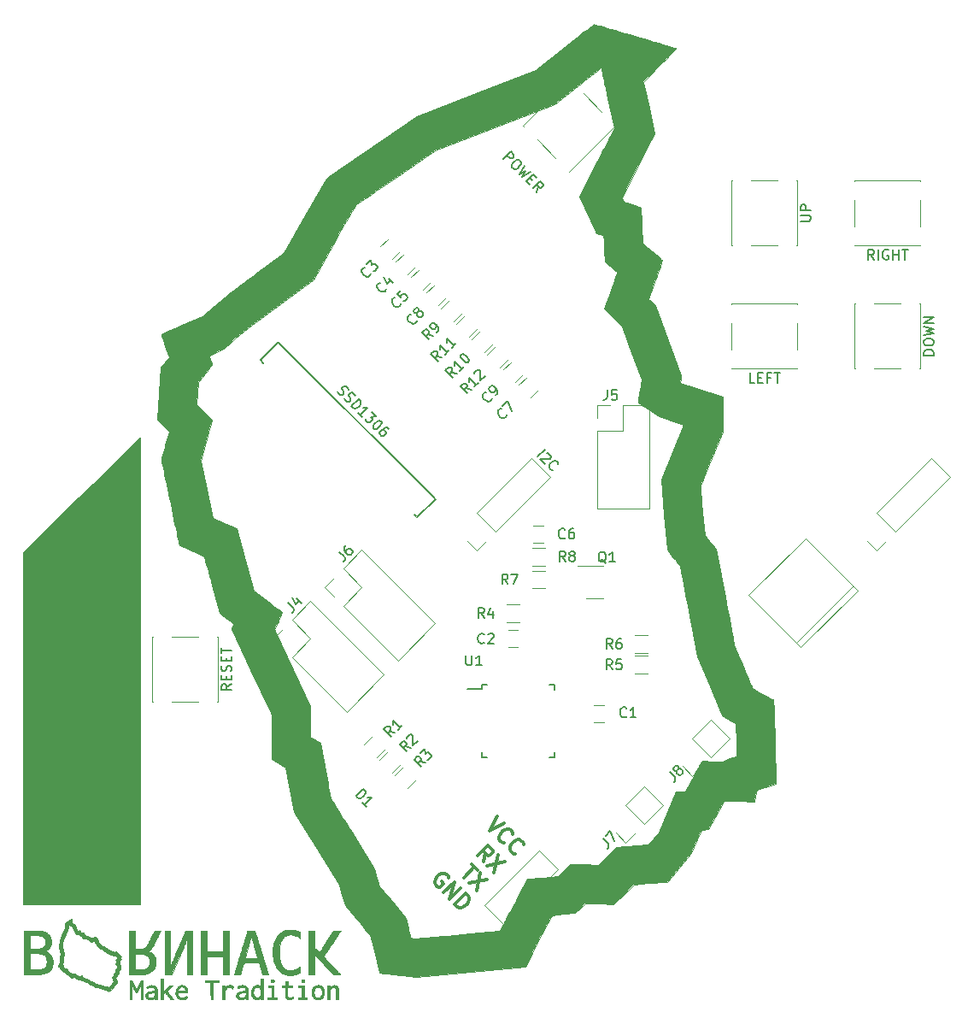
<source format=gto>
G04 #@! TF.GenerationSoftware,KiCad,Pcbnew,(2017-07-14 revision d3b382c)-master*
G04 #@! TF.CreationDate,2017-07-17T01:29:14+02:00*
G04 #@! TF.ProjectId,Bornhack Make Tradition Badge,426F726E6861636B204D616B65205472,rev?*
G04 #@! TF.SameCoordinates,Original
G04 #@! TF.FileFunction,Legend,Top*
G04 #@! TF.FilePolarity,Positive*
%FSLAX46Y46*%
G04 Gerber Fmt 4.6, Leading zero omitted, Abs format (unit mm)*
G04 Created by KiCad (PCBNEW (2017-07-14 revision d3b382c)-master) date Monday, July 17, 2017 'AMt' 01:29:14 AM*
%MOMM*%
%LPD*%
G01*
G04 APERTURE LIST*
%ADD10C,0.300000*%
%ADD11C,0.010000*%
%ADD12C,0.120000*%
%ADD13C,0.150000*%
%ADD14C,0.127000*%
G04 APERTURE END LIST*
D10*
X94718078Y-135907417D02*
X94667570Y-135755895D01*
X94516047Y-135604372D01*
X94314017Y-135503356D01*
X94111986Y-135503356D01*
X93960463Y-135553864D01*
X93707925Y-135705387D01*
X93556402Y-135856910D01*
X93404879Y-136109448D01*
X93354372Y-136260971D01*
X93354372Y-136463001D01*
X93455387Y-136665032D01*
X93556402Y-136766047D01*
X93758433Y-136867062D01*
X93859448Y-136867062D01*
X94213001Y-136513509D01*
X94010971Y-136311479D01*
X94213001Y-137422646D02*
X95273662Y-136361986D01*
X94819093Y-138028738D01*
X95879753Y-136968078D01*
X95324169Y-138533814D02*
X96384829Y-137473154D01*
X96637367Y-137725692D01*
X96738383Y-137927723D01*
X96738383Y-138129753D01*
X96687875Y-138281276D01*
X96536352Y-138533814D01*
X96384829Y-138685337D01*
X96132291Y-138836860D01*
X95980768Y-138887367D01*
X95778738Y-138887367D01*
X95576707Y-138786352D01*
X95324169Y-138533814D01*
X96975692Y-134564017D02*
X97581784Y-135170108D01*
X96218078Y-135927723D02*
X97278738Y-134867062D01*
X97834322Y-135422646D02*
X97480768Y-137190413D01*
X98541429Y-136129753D02*
X96773662Y-136483306D01*
X98170108Y-134379753D02*
X98321631Y-133521123D01*
X97564017Y-133773662D02*
X98624677Y-132713001D01*
X99028738Y-133117062D01*
X99079245Y-133268585D01*
X99079245Y-133369601D01*
X99028738Y-133521123D01*
X98877215Y-133672646D01*
X98725692Y-133723154D01*
X98624677Y-133723154D01*
X98473154Y-133672646D01*
X98069093Y-133268585D01*
X99584322Y-133672646D02*
X99230768Y-135440413D01*
X100291429Y-134379753D02*
X98523662Y-134733306D01*
X99513509Y-129851834D02*
X98806402Y-131266047D01*
X100220616Y-130558940D01*
X100220616Y-132478230D02*
X100119601Y-132478230D01*
X99917570Y-132377215D01*
X99816555Y-132276200D01*
X99715540Y-132074169D01*
X99715540Y-131872139D01*
X99766047Y-131720616D01*
X99917570Y-131468078D01*
X100069093Y-131316555D01*
X100321631Y-131165032D01*
X100473154Y-131114524D01*
X100675184Y-131114524D01*
X100877215Y-131215540D01*
X100978230Y-131316555D01*
X101079245Y-131518585D01*
X101079245Y-131619601D01*
X101281276Y-133538890D02*
X101180261Y-133538890D01*
X100978230Y-133437875D01*
X100877215Y-133336860D01*
X100776200Y-133134829D01*
X100776200Y-132932799D01*
X100826707Y-132781276D01*
X100978230Y-132528738D01*
X101129753Y-132377215D01*
X101382291Y-132225692D01*
X101533814Y-132175184D01*
X101735845Y-132175184D01*
X101937875Y-132276200D01*
X102038890Y-132377215D01*
X102139906Y-132579245D01*
X102139906Y-132680261D01*
D11*
G36*
X117215478Y-53802647D02*
X117140616Y-53891498D01*
X117009391Y-54035010D01*
X116821052Y-54233974D01*
X116574846Y-54489179D01*
X116270022Y-54801412D01*
X115905825Y-55171465D01*
X115638256Y-55442012D01*
X114010588Y-57085159D01*
X114570518Y-59638386D01*
X115130447Y-62191612D01*
X111884530Y-68552303D01*
X111989553Y-68765491D01*
X112094578Y-68978679D01*
X112899108Y-69246437D01*
X113146187Y-69329676D01*
X113365720Y-69405548D01*
X113545023Y-69469511D01*
X113671410Y-69517029D01*
X113732200Y-69543560D01*
X113735127Y-69545685D01*
X113743615Y-69593439D01*
X113754822Y-69716800D01*
X113768216Y-69906767D01*
X113783265Y-70154345D01*
X113799436Y-70450533D01*
X113816198Y-70786333D01*
X113833020Y-71152747D01*
X113840854Y-71334386D01*
X113915093Y-73091598D01*
X114070200Y-73212919D01*
X114211045Y-73325287D01*
X114386221Y-73468442D01*
X114585730Y-73633868D01*
X114799575Y-73813045D01*
X115017757Y-73997454D01*
X115230281Y-74178578D01*
X115427148Y-74347897D01*
X115598361Y-74496892D01*
X115733921Y-74617043D01*
X115823834Y-74699835D01*
X115857894Y-74736193D01*
X115849142Y-74786429D01*
X115814183Y-74908231D01*
X115755695Y-75093582D01*
X115676359Y-75334460D01*
X115578854Y-75622850D01*
X115465859Y-75950730D01*
X115340053Y-76310080D01*
X115204117Y-76692885D01*
X115203478Y-76694672D01*
X114523615Y-78596008D01*
X114839434Y-78912649D01*
X115155255Y-79229290D01*
X117766310Y-86137306D01*
X117703067Y-86524393D01*
X117639823Y-86911479D01*
X119750514Y-87614876D01*
X121861203Y-88318273D01*
X121860816Y-90014197D01*
X121860428Y-91710119D01*
X120743137Y-94405198D01*
X120517408Y-94950643D01*
X120322743Y-95423306D01*
X120157143Y-95828349D01*
X120018617Y-96170934D01*
X119905167Y-96456227D01*
X119814799Y-96689389D01*
X119745517Y-96875583D01*
X119695327Y-97019974D01*
X119662233Y-97127724D01*
X119644240Y-97203996D01*
X119639352Y-97253955D01*
X119639721Y-97260669D01*
X119646138Y-97332719D01*
X119659466Y-97480649D01*
X119678939Y-97696026D01*
X119703794Y-97970414D01*
X119733264Y-98295374D01*
X119766585Y-98662472D01*
X119802991Y-99063272D01*
X119841720Y-99489338D01*
X119859954Y-99689836D01*
X120066310Y-101958610D01*
X120637904Y-102656438D01*
X121209496Y-103354265D01*
X122101229Y-108087381D01*
X122218421Y-108709042D01*
X122331477Y-109308057D01*
X122439386Y-109879102D01*
X122541137Y-110416849D01*
X122635716Y-110915976D01*
X122722111Y-111371155D01*
X122799312Y-111777062D01*
X122866305Y-112128371D01*
X122922077Y-112419757D01*
X122965618Y-112645894D01*
X122995914Y-112801458D01*
X123011954Y-112881123D01*
X123014080Y-112890319D01*
X123040148Y-112961163D01*
X123094793Y-113098156D01*
X123174311Y-113292582D01*
X123275005Y-113535724D01*
X123393167Y-113818863D01*
X123525100Y-114133282D01*
X123667100Y-114470263D01*
X123815463Y-114821090D01*
X123966491Y-115177044D01*
X124116479Y-115529407D01*
X124261726Y-115869464D01*
X124398530Y-116188495D01*
X124523189Y-116477783D01*
X124632002Y-116728612D01*
X124721264Y-116932263D01*
X124787277Y-117080019D01*
X124826335Y-117163163D01*
X124834972Y-117178177D01*
X124884140Y-117209648D01*
X124997541Y-117275149D01*
X125164702Y-117368859D01*
X125375157Y-117484956D01*
X125618435Y-117617617D01*
X125854521Y-117745140D01*
X126118622Y-117887413D01*
X126359758Y-118017764D01*
X126567366Y-118130449D01*
X126730884Y-118219720D01*
X126839748Y-118279832D01*
X126882108Y-118304148D01*
X126892426Y-118352176D01*
X126903951Y-118481313D01*
X126916552Y-118688009D01*
X126930100Y-118968718D01*
X126944464Y-119319891D01*
X126959513Y-119737981D01*
X126975118Y-120219438D01*
X126991149Y-120760716D01*
X127007475Y-121358267D01*
X127023967Y-122008541D01*
X127035048Y-122472183D01*
X127131523Y-126603486D01*
X125231456Y-127237927D01*
X125112248Y-127841098D01*
X124993040Y-128444269D01*
X123494083Y-128364027D01*
X123146467Y-128346744D01*
X122826097Y-128333362D01*
X122542663Y-128324092D01*
X122305856Y-128319141D01*
X122125370Y-128318720D01*
X122010897Y-128323035D01*
X121972274Y-128331238D01*
X121947412Y-128378014D01*
X121886548Y-128490578D01*
X121794307Y-128660433D01*
X121675314Y-128879083D01*
X121534193Y-129138032D01*
X121375565Y-129428785D01*
X121204058Y-129742844D01*
X121188885Y-129770615D01*
X120428344Y-131162537D01*
X119761465Y-131166034D01*
X119276196Y-132333915D01*
X118790927Y-133501794D01*
X117563880Y-134918849D01*
X116336833Y-136335904D01*
X116050105Y-136358677D01*
X115936319Y-136367898D01*
X115751186Y-136383122D01*
X115507729Y-136403269D01*
X115218970Y-136427257D01*
X114897930Y-136454006D01*
X114557633Y-136482436D01*
X114414490Y-136494418D01*
X113065603Y-136607385D01*
X111080378Y-138592610D01*
X109651757Y-138524523D01*
X108223136Y-138456435D01*
X107263028Y-139416542D01*
X106095286Y-139532592D01*
X104927544Y-139648642D01*
X104297009Y-140827113D01*
X104114329Y-141171192D01*
X103905231Y-141569493D01*
X103680919Y-142000392D01*
X103452595Y-142442262D01*
X103231465Y-142873478D01*
X103028731Y-143272415D01*
X102977261Y-143374451D01*
X102288048Y-144743318D01*
X96885088Y-145274705D01*
X91482127Y-145806094D01*
X90111789Y-145633124D01*
X89755289Y-145588121D01*
X89403563Y-145543710D01*
X89071317Y-145501750D01*
X88773257Y-145464098D01*
X88524087Y-145432613D01*
X88338515Y-145409151D01*
X88286858Y-145402615D01*
X87832263Y-145345075D01*
X87395343Y-143508305D01*
X87304105Y-143126791D01*
X87218018Y-142770729D01*
X87139193Y-142448569D01*
X87069739Y-142168757D01*
X87011769Y-141939744D01*
X86967391Y-141769977D01*
X86938717Y-141667905D01*
X86928834Y-141640905D01*
X86896602Y-141602895D01*
X86816027Y-141506190D01*
X86692610Y-141357433D01*
X86531848Y-141163271D01*
X86339242Y-140930350D01*
X86120288Y-140665314D01*
X85880489Y-140374810D01*
X85666987Y-140115988D01*
X84434731Y-138621702D01*
X84149886Y-137619929D01*
X83865042Y-136618157D01*
X81628689Y-133026455D01*
X79392337Y-129434753D01*
X78972886Y-127218969D01*
X78553434Y-125003184D01*
X77139957Y-124213970D01*
X77139362Y-119750541D01*
X75160794Y-115510414D01*
X73182227Y-111270286D01*
X73295045Y-111044650D01*
X73356303Y-110909024D01*
X73374807Y-110823285D01*
X73354035Y-110766388D01*
X73343035Y-110754128D01*
X73289546Y-110708749D01*
X73180235Y-110622013D01*
X73027109Y-110503239D01*
X72842173Y-110361741D01*
X72646343Y-110213540D01*
X72014479Y-109737840D01*
X71258987Y-106961097D01*
X71130834Y-106491035D01*
X71008552Y-106044329D01*
X70894038Y-105627804D01*
X70789191Y-105248280D01*
X70695910Y-104912579D01*
X70616096Y-104627526D01*
X70551647Y-104399941D01*
X70504463Y-104236648D01*
X70476441Y-104144468D01*
X70469854Y-104126494D01*
X70424067Y-104095438D01*
X70310435Y-104035066D01*
X70138659Y-103950047D01*
X69918444Y-103845050D01*
X69659491Y-103724743D01*
X69371502Y-103593791D01*
X69240673Y-103535157D01*
X68943725Y-103402161D01*
X68671842Y-103279452D01*
X68434644Y-103171444D01*
X68241750Y-103082554D01*
X68102779Y-103017196D01*
X68027352Y-102979788D01*
X68016766Y-102973315D01*
X68004957Y-102929501D01*
X67977427Y-102809505D01*
X67935587Y-102620065D01*
X67880846Y-102367916D01*
X67814614Y-102059791D01*
X67738301Y-101702427D01*
X67653317Y-101302560D01*
X67561071Y-100866922D01*
X67462974Y-100402253D01*
X67360434Y-99915285D01*
X67254862Y-99412753D01*
X67147668Y-98901394D01*
X67040262Y-98387943D01*
X66934052Y-97879135D01*
X66830450Y-97381704D01*
X66730866Y-96902388D01*
X66636707Y-96447919D01*
X66549385Y-96025035D01*
X66470310Y-95640469D01*
X66400890Y-95300959D01*
X66342536Y-95013238D01*
X66296658Y-94784043D01*
X66264666Y-94620107D01*
X66247969Y-94528167D01*
X66245884Y-94512997D01*
X66255268Y-94451203D01*
X66285338Y-94318355D01*
X66333426Y-94124784D01*
X66396862Y-93880818D01*
X66472980Y-93596787D01*
X66559112Y-93283020D01*
X66618757Y-93069600D01*
X66999075Y-91718132D01*
X65825249Y-90542878D01*
X66010016Y-87947464D01*
X66194781Y-85352051D01*
X66591491Y-84857055D01*
X66988200Y-84362060D01*
X66613458Y-83244624D01*
X66516158Y-82952537D01*
X66428793Y-82686516D01*
X66354737Y-82457147D01*
X66297365Y-82275009D01*
X66260053Y-82150686D01*
X66246176Y-82094762D01*
X66246232Y-82093208D01*
X66285466Y-82070537D01*
X66395402Y-82017985D01*
X66568803Y-81938755D01*
X66798435Y-81836051D01*
X67077065Y-81713076D01*
X67397458Y-81573034D01*
X67752380Y-81419130D01*
X68134595Y-81254565D01*
X68300141Y-81183632D01*
X70346535Y-80308037D01*
X71464951Y-79331060D01*
X71665178Y-79156420D01*
X71847345Y-78998478D01*
X72017460Y-78852568D01*
X72181534Y-78714024D01*
X72345576Y-78578183D01*
X72515595Y-78440376D01*
X72697602Y-78295940D01*
X72897607Y-78140211D01*
X73121618Y-77968520D01*
X73375646Y-77776204D01*
X73665700Y-77558597D01*
X73997790Y-77311033D01*
X74377926Y-77028847D01*
X74812116Y-76707374D01*
X75306373Y-76341948D01*
X75492536Y-76204374D01*
X78401704Y-74054666D01*
X80488822Y-70350960D01*
X82575939Y-66647254D01*
X82726704Y-66544355D01*
X85481982Y-69299634D01*
X85452631Y-69344791D01*
X85384716Y-69458668D01*
X85281144Y-69636175D01*
X85144824Y-69872218D01*
X84978663Y-70161704D01*
X84785570Y-70499540D01*
X84568452Y-70880635D01*
X84330218Y-71299897D01*
X84073775Y-71752230D01*
X83802033Y-72232545D01*
X83517898Y-72735748D01*
X83367741Y-73002060D01*
X81316999Y-76640989D01*
X78107341Y-79013905D01*
X74897683Y-81386820D01*
X73655605Y-82479608D01*
X72413527Y-83572397D01*
X71687212Y-83880383D01*
X70960897Y-84188369D01*
X71107816Y-84631280D01*
X71166431Y-84814081D01*
X71212065Y-84968171D01*
X71239568Y-85075366D01*
X71244962Y-85115598D01*
X71216799Y-85158781D01*
X71142739Y-85258442D01*
X71030061Y-85405175D01*
X70886043Y-85589570D01*
X70717965Y-85802222D01*
X70573904Y-85982830D01*
X69912621Y-86808655D01*
X69829729Y-87942274D01*
X69746837Y-89075894D01*
X70503223Y-89833203D01*
X71259610Y-90590513D01*
X71214817Y-90767990D01*
X71194238Y-90845285D01*
X71153419Y-90994876D01*
X71094919Y-91207518D01*
X71021296Y-91473966D01*
X70935104Y-91784977D01*
X70838903Y-92131306D01*
X70735250Y-92503708D01*
X70660396Y-92772200D01*
X70150768Y-94598932D01*
X70741123Y-97444441D01*
X71331477Y-100289950D01*
X71478462Y-100359073D01*
X71556316Y-100394636D01*
X71699551Y-100459043D01*
X71896107Y-100546911D01*
X72133922Y-100652856D01*
X72400940Y-100771499D01*
X72654699Y-100883996D01*
X73683951Y-101339797D01*
X74521343Y-104411406D01*
X75358734Y-107483014D01*
X76771081Y-108541861D01*
X77074284Y-108769906D01*
X77356154Y-108983313D01*
X77609504Y-109176541D01*
X77827152Y-109344043D01*
X78001910Y-109480277D01*
X78126596Y-109579699D01*
X78194023Y-109636763D01*
X78203949Y-109647499D01*
X78191778Y-109697594D01*
X78146149Y-109811274D01*
X78072343Y-109976836D01*
X77975636Y-110182578D01*
X77861306Y-110416798D01*
X77816732Y-110506070D01*
X77408995Y-111317848D01*
X79187438Y-115122201D01*
X80965881Y-118926555D01*
X80968770Y-120456887D01*
X80971661Y-121987218D01*
X81968342Y-122542136D01*
X82478632Y-125242770D01*
X82567565Y-125711740D01*
X82652781Y-126157855D01*
X82732857Y-126573863D01*
X82806366Y-126952509D01*
X82871882Y-127286542D01*
X82927981Y-127568708D01*
X82973238Y-127791753D01*
X83006227Y-127948423D01*
X83025522Y-128031467D01*
X83028590Y-128041353D01*
X83056289Y-128090630D01*
X83125754Y-128206588D01*
X83233838Y-128384138D01*
X83377393Y-128618189D01*
X83553271Y-128903650D01*
X83758327Y-129235432D01*
X83989410Y-129608444D01*
X84243376Y-130017595D01*
X84517075Y-130457796D01*
X84807360Y-130923956D01*
X85111085Y-131410984D01*
X85219918Y-131585332D01*
X87371579Y-135031365D01*
X87625846Y-135914597D01*
X87880112Y-136797831D01*
X89166691Y-138354999D01*
X90453269Y-139912169D01*
X90683390Y-140879416D01*
X90749621Y-141154158D01*
X90810838Y-141401235D01*
X90863958Y-141608756D01*
X90905899Y-141764827D01*
X90933579Y-141857557D01*
X90942126Y-141877916D01*
X90995083Y-141895881D01*
X91110379Y-141915886D01*
X91265872Y-141934305D01*
X91313029Y-141938636D01*
X91391614Y-141940506D01*
X91519794Y-141936581D01*
X91699888Y-141926645D01*
X91934212Y-141910487D01*
X92225083Y-141887892D01*
X92574819Y-141858645D01*
X92985738Y-141822534D01*
X93460158Y-141779344D01*
X94000394Y-141728863D01*
X94608765Y-141670876D01*
X95287589Y-141605169D01*
X96039182Y-141531529D01*
X96865864Y-141449742D01*
X97769949Y-141359594D01*
X98753758Y-141260872D01*
X99739160Y-141161493D01*
X99773844Y-141145734D01*
X99818248Y-141099163D01*
X99877666Y-141013261D01*
X99957388Y-140879511D01*
X100062710Y-140689395D01*
X100198921Y-140434393D01*
X100243888Y-140349118D01*
X100355543Y-140137649D01*
X100500546Y-139864121D01*
X100672215Y-139541081D01*
X100863868Y-139181075D01*
X101068823Y-138796651D01*
X101280397Y-138400354D01*
X101491908Y-138004731D01*
X101601243Y-137800468D01*
X102535430Y-136055952D01*
X104033863Y-135907535D01*
X105532298Y-135759119D01*
X106724591Y-134566826D01*
X108123972Y-134634219D01*
X109523355Y-134701612D01*
X110409062Y-133816108D01*
X111294769Y-132930604D01*
X114466227Y-132665809D01*
X114986959Y-132064749D01*
X115507689Y-131463689D01*
X116362008Y-129413795D01*
X117216327Y-127363903D01*
X117694126Y-127359522D01*
X118171926Y-127355140D01*
X118990794Y-125849774D01*
X119197386Y-125470795D01*
X119367978Y-125160060D01*
X119506445Y-124911122D01*
X119616661Y-124717537D01*
X119702501Y-124572855D01*
X119767838Y-124470632D01*
X119816546Y-124404423D01*
X119852500Y-124367779D01*
X119879572Y-124354255D01*
X119889732Y-124353975D01*
X119953749Y-124358830D01*
X120089196Y-124367183D01*
X120282939Y-124378289D01*
X120521849Y-124391405D01*
X120792794Y-124405789D01*
X120942509Y-124413550D01*
X121274297Y-124429022D01*
X121528980Y-124437022D01*
X121713805Y-124437411D01*
X121836011Y-124430053D01*
X121902845Y-124414812D01*
X121921585Y-124395039D01*
X121950275Y-124358117D01*
X122035065Y-124310376D01*
X122183110Y-124248699D01*
X122401566Y-124169967D01*
X122565197Y-124114647D01*
X122784123Y-124039700D01*
X122973982Y-123970623D01*
X123120440Y-123912952D01*
X123209163Y-123872226D01*
X123228700Y-123858263D01*
X123234948Y-123804917D01*
X123238256Y-123678979D01*
X123238910Y-123491854D01*
X123237201Y-123254950D01*
X123233417Y-122979674D01*
X123227846Y-122677432D01*
X123220780Y-122359631D01*
X123212506Y-122037679D01*
X123203313Y-121722980D01*
X123193490Y-121426944D01*
X123183326Y-121160976D01*
X123173111Y-120936484D01*
X123163133Y-120764873D01*
X123153681Y-120657551D01*
X123146810Y-120625756D01*
X123099543Y-120595081D01*
X122990429Y-120531951D01*
X122832401Y-120443614D01*
X122638393Y-120337318D01*
X122466268Y-120244381D01*
X121820719Y-119897998D01*
X120576942Y-116944964D01*
X119333166Y-113991929D01*
X118495835Y-109547790D01*
X118382453Y-108946170D01*
X118273369Y-108367657D01*
X118169617Y-107817715D01*
X118072230Y-107301810D01*
X117982242Y-106825410D01*
X117900686Y-106393981D01*
X117828598Y-106012989D01*
X117767010Y-105687900D01*
X117716956Y-105424181D01*
X117679470Y-105227298D01*
X117655585Y-105102717D01*
X117646345Y-105055941D01*
X117617028Y-105010927D01*
X117541354Y-104910472D01*
X117426996Y-104764315D01*
X117281632Y-104582200D01*
X117112937Y-104373866D01*
X117002837Y-104239265D01*
X116371489Y-103470299D01*
X116058628Y-99980902D01*
X115745769Y-96491505D01*
X116874131Y-93777287D01*
X118002494Y-91063069D01*
X115516373Y-90234907D01*
X114482987Y-89545856D01*
X114148187Y-89320634D01*
X113877536Y-89134291D01*
X113672774Y-88988083D01*
X113535640Y-88883271D01*
X113467878Y-88821114D01*
X113460584Y-88806269D01*
X113470313Y-88752416D01*
X113492087Y-88626607D01*
X113523939Y-88440385D01*
X113563903Y-88205291D01*
X113610009Y-87932870D01*
X113657418Y-87651719D01*
X113843269Y-86547704D01*
X112857902Y-83940393D01*
X111872535Y-81333082D01*
X110121923Y-79582469D01*
X110764905Y-77785817D01*
X110897407Y-77415225D01*
X111020733Y-77069627D01*
X111132025Y-76757076D01*
X111228427Y-76485625D01*
X111307083Y-76263327D01*
X111365137Y-76098235D01*
X111399734Y-75998403D01*
X111408601Y-75970958D01*
X111377891Y-75939323D01*
X111292449Y-75863341D01*
X111163058Y-75752298D01*
X111000500Y-75615479D01*
X110869292Y-75506485D01*
X110682587Y-75351435D01*
X110514464Y-75210401D01*
X110377769Y-75094269D01*
X110285348Y-75013924D01*
X110255161Y-74986106D01*
X110230969Y-74937783D01*
X110209233Y-74839751D01*
X110189330Y-74685534D01*
X110170636Y-74468657D01*
X110152529Y-74182644D01*
X110134385Y-73821019D01*
X110127025Y-73654867D01*
X110112720Y-73335652D01*
X110098484Y-73043051D01*
X110084939Y-72787990D01*
X110072704Y-72581395D01*
X110062401Y-72434191D01*
X110054651Y-72357307D01*
X110052879Y-72349496D01*
X110005953Y-72315238D01*
X109897830Y-72264996D01*
X109748283Y-72207541D01*
X109679615Y-72183945D01*
X109326473Y-72066635D01*
X107648868Y-68470706D01*
X109046862Y-65731647D01*
X109285917Y-65263299D01*
X109521612Y-64801582D01*
X109749881Y-64354458D01*
X109966657Y-63929894D01*
X110167872Y-63535856D01*
X110349460Y-63180304D01*
X110507352Y-62871206D01*
X110637480Y-62616526D01*
X110735780Y-62424230D01*
X110779890Y-62338003D01*
X111114924Y-61683418D01*
X110472266Y-58767553D01*
X110348641Y-58206338D01*
X110242227Y-57721917D01*
X110151960Y-57308413D01*
X110076774Y-56959949D01*
X110015605Y-56670648D01*
X109967386Y-56434635D01*
X109931054Y-56246032D01*
X109905542Y-56098961D01*
X109889786Y-55987547D01*
X109882722Y-55905912D01*
X109883282Y-55848181D01*
X109890403Y-55808476D01*
X109903019Y-55780919D01*
X109920065Y-55759636D01*
X109925985Y-55753492D01*
X109983025Y-55673296D01*
X109986295Y-55617980D01*
X109938163Y-55606520D01*
X109908919Y-55616689D01*
X109867908Y-55646283D01*
X109766126Y-55724319D01*
X109609039Y-55846495D01*
X109402109Y-56008512D01*
X109150801Y-56206072D01*
X108860578Y-56434872D01*
X108536905Y-56690613D01*
X108185244Y-56968997D01*
X107811059Y-57265723D01*
X107543678Y-57478051D01*
X105230133Y-59316274D01*
X99286678Y-61613804D01*
X93343223Y-63911336D01*
X89444351Y-66573736D01*
X88926953Y-66927226D01*
X88428548Y-67268087D01*
X87953665Y-67593200D01*
X87506840Y-67899448D01*
X87092604Y-68183714D01*
X86715487Y-68442878D01*
X86380025Y-68673822D01*
X86090750Y-68873429D01*
X85852193Y-69038580D01*
X85668887Y-69166158D01*
X85545365Y-69253044D01*
X85486158Y-69296121D01*
X85481982Y-69299634D01*
X82726704Y-66544355D01*
X91575610Y-60504869D01*
X97440710Y-58239074D01*
X103305811Y-55973279D01*
X106188278Y-53682974D01*
X106619997Y-53340378D01*
X107033150Y-53013356D01*
X107422887Y-52705699D01*
X107784362Y-52421194D01*
X108112726Y-52163630D01*
X108403132Y-51936793D01*
X108650732Y-51744472D01*
X108850678Y-51590456D01*
X108998123Y-51478533D01*
X109088219Y-51412491D01*
X109115933Y-51395230D01*
X109166415Y-51407443D01*
X109290921Y-51441506D01*
X109482768Y-51495465D01*
X109735273Y-51567368D01*
X110041754Y-51655262D01*
X110395525Y-51757193D01*
X110789906Y-51871209D01*
X111218212Y-51995357D01*
X111673759Y-52127684D01*
X112149864Y-52266237D01*
X112639846Y-52409063D01*
X113137019Y-52554209D01*
X113634702Y-52699722D01*
X114126210Y-52843649D01*
X114604861Y-52984038D01*
X115063970Y-53118935D01*
X115496857Y-53246387D01*
X115896835Y-53364441D01*
X116257223Y-53471145D01*
X116571337Y-53564546D01*
X116832495Y-53642690D01*
X117034012Y-53703626D01*
X117169205Y-53745397D01*
X117231392Y-53766055D01*
X117234730Y-53767672D01*
X117215478Y-53802647D01*
X117215478Y-53802647D01*
G37*
X117215478Y-53802647D02*
X117140616Y-53891498D01*
X117009391Y-54035010D01*
X116821052Y-54233974D01*
X116574846Y-54489179D01*
X116270022Y-54801412D01*
X115905825Y-55171465D01*
X115638256Y-55442012D01*
X114010588Y-57085159D01*
X114570518Y-59638386D01*
X115130447Y-62191612D01*
X111884530Y-68552303D01*
X111989553Y-68765491D01*
X112094578Y-68978679D01*
X112899108Y-69246437D01*
X113146187Y-69329676D01*
X113365720Y-69405548D01*
X113545023Y-69469511D01*
X113671410Y-69517029D01*
X113732200Y-69543560D01*
X113735127Y-69545685D01*
X113743615Y-69593439D01*
X113754822Y-69716800D01*
X113768216Y-69906767D01*
X113783265Y-70154345D01*
X113799436Y-70450533D01*
X113816198Y-70786333D01*
X113833020Y-71152747D01*
X113840854Y-71334386D01*
X113915093Y-73091598D01*
X114070200Y-73212919D01*
X114211045Y-73325287D01*
X114386221Y-73468442D01*
X114585730Y-73633868D01*
X114799575Y-73813045D01*
X115017757Y-73997454D01*
X115230281Y-74178578D01*
X115427148Y-74347897D01*
X115598361Y-74496892D01*
X115733921Y-74617043D01*
X115823834Y-74699835D01*
X115857894Y-74736193D01*
X115849142Y-74786429D01*
X115814183Y-74908231D01*
X115755695Y-75093582D01*
X115676359Y-75334460D01*
X115578854Y-75622850D01*
X115465859Y-75950730D01*
X115340053Y-76310080D01*
X115204117Y-76692885D01*
X115203478Y-76694672D01*
X114523615Y-78596008D01*
X114839434Y-78912649D01*
X115155255Y-79229290D01*
X117766310Y-86137306D01*
X117703067Y-86524393D01*
X117639823Y-86911479D01*
X119750514Y-87614876D01*
X121861203Y-88318273D01*
X121860816Y-90014197D01*
X121860428Y-91710119D01*
X120743137Y-94405198D01*
X120517408Y-94950643D01*
X120322743Y-95423306D01*
X120157143Y-95828349D01*
X120018617Y-96170934D01*
X119905167Y-96456227D01*
X119814799Y-96689389D01*
X119745517Y-96875583D01*
X119695327Y-97019974D01*
X119662233Y-97127724D01*
X119644240Y-97203996D01*
X119639352Y-97253955D01*
X119639721Y-97260669D01*
X119646138Y-97332719D01*
X119659466Y-97480649D01*
X119678939Y-97696026D01*
X119703794Y-97970414D01*
X119733264Y-98295374D01*
X119766585Y-98662472D01*
X119802991Y-99063272D01*
X119841720Y-99489338D01*
X119859954Y-99689836D01*
X120066310Y-101958610D01*
X120637904Y-102656438D01*
X121209496Y-103354265D01*
X122101229Y-108087381D01*
X122218421Y-108709042D01*
X122331477Y-109308057D01*
X122439386Y-109879102D01*
X122541137Y-110416849D01*
X122635716Y-110915976D01*
X122722111Y-111371155D01*
X122799312Y-111777062D01*
X122866305Y-112128371D01*
X122922077Y-112419757D01*
X122965618Y-112645894D01*
X122995914Y-112801458D01*
X123011954Y-112881123D01*
X123014080Y-112890319D01*
X123040148Y-112961163D01*
X123094793Y-113098156D01*
X123174311Y-113292582D01*
X123275005Y-113535724D01*
X123393167Y-113818863D01*
X123525100Y-114133282D01*
X123667100Y-114470263D01*
X123815463Y-114821090D01*
X123966491Y-115177044D01*
X124116479Y-115529407D01*
X124261726Y-115869464D01*
X124398530Y-116188495D01*
X124523189Y-116477783D01*
X124632002Y-116728612D01*
X124721264Y-116932263D01*
X124787277Y-117080019D01*
X124826335Y-117163163D01*
X124834972Y-117178177D01*
X124884140Y-117209648D01*
X124997541Y-117275149D01*
X125164702Y-117368859D01*
X125375157Y-117484956D01*
X125618435Y-117617617D01*
X125854521Y-117745140D01*
X126118622Y-117887413D01*
X126359758Y-118017764D01*
X126567366Y-118130449D01*
X126730884Y-118219720D01*
X126839748Y-118279832D01*
X126882108Y-118304148D01*
X126892426Y-118352176D01*
X126903951Y-118481313D01*
X126916552Y-118688009D01*
X126930100Y-118968718D01*
X126944464Y-119319891D01*
X126959513Y-119737981D01*
X126975118Y-120219438D01*
X126991149Y-120760716D01*
X127007475Y-121358267D01*
X127023967Y-122008541D01*
X127035048Y-122472183D01*
X127131523Y-126603486D01*
X125231456Y-127237927D01*
X125112248Y-127841098D01*
X124993040Y-128444269D01*
X123494083Y-128364027D01*
X123146467Y-128346744D01*
X122826097Y-128333362D01*
X122542663Y-128324092D01*
X122305856Y-128319141D01*
X122125370Y-128318720D01*
X122010897Y-128323035D01*
X121972274Y-128331238D01*
X121947412Y-128378014D01*
X121886548Y-128490578D01*
X121794307Y-128660433D01*
X121675314Y-128879083D01*
X121534193Y-129138032D01*
X121375565Y-129428785D01*
X121204058Y-129742844D01*
X121188885Y-129770615D01*
X120428344Y-131162537D01*
X119761465Y-131166034D01*
X119276196Y-132333915D01*
X118790927Y-133501794D01*
X117563880Y-134918849D01*
X116336833Y-136335904D01*
X116050105Y-136358677D01*
X115936319Y-136367898D01*
X115751186Y-136383122D01*
X115507729Y-136403269D01*
X115218970Y-136427257D01*
X114897930Y-136454006D01*
X114557633Y-136482436D01*
X114414490Y-136494418D01*
X113065603Y-136607385D01*
X111080378Y-138592610D01*
X109651757Y-138524523D01*
X108223136Y-138456435D01*
X107263028Y-139416542D01*
X106095286Y-139532592D01*
X104927544Y-139648642D01*
X104297009Y-140827113D01*
X104114329Y-141171192D01*
X103905231Y-141569493D01*
X103680919Y-142000392D01*
X103452595Y-142442262D01*
X103231465Y-142873478D01*
X103028731Y-143272415D01*
X102977261Y-143374451D01*
X102288048Y-144743318D01*
X96885088Y-145274705D01*
X91482127Y-145806094D01*
X90111789Y-145633124D01*
X89755289Y-145588121D01*
X89403563Y-145543710D01*
X89071317Y-145501750D01*
X88773257Y-145464098D01*
X88524087Y-145432613D01*
X88338515Y-145409151D01*
X88286858Y-145402615D01*
X87832263Y-145345075D01*
X87395343Y-143508305D01*
X87304105Y-143126791D01*
X87218018Y-142770729D01*
X87139193Y-142448569D01*
X87069739Y-142168757D01*
X87011769Y-141939744D01*
X86967391Y-141769977D01*
X86938717Y-141667905D01*
X86928834Y-141640905D01*
X86896602Y-141602895D01*
X86816027Y-141506190D01*
X86692610Y-141357433D01*
X86531848Y-141163271D01*
X86339242Y-140930350D01*
X86120288Y-140665314D01*
X85880489Y-140374810D01*
X85666987Y-140115988D01*
X84434731Y-138621702D01*
X84149886Y-137619929D01*
X83865042Y-136618157D01*
X81628689Y-133026455D01*
X79392337Y-129434753D01*
X78972886Y-127218969D01*
X78553434Y-125003184D01*
X77139957Y-124213970D01*
X77139362Y-119750541D01*
X75160794Y-115510414D01*
X73182227Y-111270286D01*
X73295045Y-111044650D01*
X73356303Y-110909024D01*
X73374807Y-110823285D01*
X73354035Y-110766388D01*
X73343035Y-110754128D01*
X73289546Y-110708749D01*
X73180235Y-110622013D01*
X73027109Y-110503239D01*
X72842173Y-110361741D01*
X72646343Y-110213540D01*
X72014479Y-109737840D01*
X71258987Y-106961097D01*
X71130834Y-106491035D01*
X71008552Y-106044329D01*
X70894038Y-105627804D01*
X70789191Y-105248280D01*
X70695910Y-104912579D01*
X70616096Y-104627526D01*
X70551647Y-104399941D01*
X70504463Y-104236648D01*
X70476441Y-104144468D01*
X70469854Y-104126494D01*
X70424067Y-104095438D01*
X70310435Y-104035066D01*
X70138659Y-103950047D01*
X69918444Y-103845050D01*
X69659491Y-103724743D01*
X69371502Y-103593791D01*
X69240673Y-103535157D01*
X68943725Y-103402161D01*
X68671842Y-103279452D01*
X68434644Y-103171444D01*
X68241750Y-103082554D01*
X68102779Y-103017196D01*
X68027352Y-102979788D01*
X68016766Y-102973315D01*
X68004957Y-102929501D01*
X67977427Y-102809505D01*
X67935587Y-102620065D01*
X67880846Y-102367916D01*
X67814614Y-102059791D01*
X67738301Y-101702427D01*
X67653317Y-101302560D01*
X67561071Y-100866922D01*
X67462974Y-100402253D01*
X67360434Y-99915285D01*
X67254862Y-99412753D01*
X67147668Y-98901394D01*
X67040262Y-98387943D01*
X66934052Y-97879135D01*
X66830450Y-97381704D01*
X66730866Y-96902388D01*
X66636707Y-96447919D01*
X66549385Y-96025035D01*
X66470310Y-95640469D01*
X66400890Y-95300959D01*
X66342536Y-95013238D01*
X66296658Y-94784043D01*
X66264666Y-94620107D01*
X66247969Y-94528167D01*
X66245884Y-94512997D01*
X66255268Y-94451203D01*
X66285338Y-94318355D01*
X66333426Y-94124784D01*
X66396862Y-93880818D01*
X66472980Y-93596787D01*
X66559112Y-93283020D01*
X66618757Y-93069600D01*
X66999075Y-91718132D01*
X65825249Y-90542878D01*
X66010016Y-87947464D01*
X66194781Y-85352051D01*
X66591491Y-84857055D01*
X66988200Y-84362060D01*
X66613458Y-83244624D01*
X66516158Y-82952537D01*
X66428793Y-82686516D01*
X66354737Y-82457147D01*
X66297365Y-82275009D01*
X66260053Y-82150686D01*
X66246176Y-82094762D01*
X66246232Y-82093208D01*
X66285466Y-82070537D01*
X66395402Y-82017985D01*
X66568803Y-81938755D01*
X66798435Y-81836051D01*
X67077065Y-81713076D01*
X67397458Y-81573034D01*
X67752380Y-81419130D01*
X68134595Y-81254565D01*
X68300141Y-81183632D01*
X70346535Y-80308037D01*
X71464951Y-79331060D01*
X71665178Y-79156420D01*
X71847345Y-78998478D01*
X72017460Y-78852568D01*
X72181534Y-78714024D01*
X72345576Y-78578183D01*
X72515595Y-78440376D01*
X72697602Y-78295940D01*
X72897607Y-78140211D01*
X73121618Y-77968520D01*
X73375646Y-77776204D01*
X73665700Y-77558597D01*
X73997790Y-77311033D01*
X74377926Y-77028847D01*
X74812116Y-76707374D01*
X75306373Y-76341948D01*
X75492536Y-76204374D01*
X78401704Y-74054666D01*
X80488822Y-70350960D01*
X82575939Y-66647254D01*
X82726704Y-66544355D01*
X85481982Y-69299634D01*
X85452631Y-69344791D01*
X85384716Y-69458668D01*
X85281144Y-69636175D01*
X85144824Y-69872218D01*
X84978663Y-70161704D01*
X84785570Y-70499540D01*
X84568452Y-70880635D01*
X84330218Y-71299897D01*
X84073775Y-71752230D01*
X83802033Y-72232545D01*
X83517898Y-72735748D01*
X83367741Y-73002060D01*
X81316999Y-76640989D01*
X78107341Y-79013905D01*
X74897683Y-81386820D01*
X73655605Y-82479608D01*
X72413527Y-83572397D01*
X71687212Y-83880383D01*
X70960897Y-84188369D01*
X71107816Y-84631280D01*
X71166431Y-84814081D01*
X71212065Y-84968171D01*
X71239568Y-85075366D01*
X71244962Y-85115598D01*
X71216799Y-85158781D01*
X71142739Y-85258442D01*
X71030061Y-85405175D01*
X70886043Y-85589570D01*
X70717965Y-85802222D01*
X70573904Y-85982830D01*
X69912621Y-86808655D01*
X69829729Y-87942274D01*
X69746837Y-89075894D01*
X70503223Y-89833203D01*
X71259610Y-90590513D01*
X71214817Y-90767990D01*
X71194238Y-90845285D01*
X71153419Y-90994876D01*
X71094919Y-91207518D01*
X71021296Y-91473966D01*
X70935104Y-91784977D01*
X70838903Y-92131306D01*
X70735250Y-92503708D01*
X70660396Y-92772200D01*
X70150768Y-94598932D01*
X70741123Y-97444441D01*
X71331477Y-100289950D01*
X71478462Y-100359073D01*
X71556316Y-100394636D01*
X71699551Y-100459043D01*
X71896107Y-100546911D01*
X72133922Y-100652856D01*
X72400940Y-100771499D01*
X72654699Y-100883996D01*
X73683951Y-101339797D01*
X74521343Y-104411406D01*
X75358734Y-107483014D01*
X76771081Y-108541861D01*
X77074284Y-108769906D01*
X77356154Y-108983313D01*
X77609504Y-109176541D01*
X77827152Y-109344043D01*
X78001910Y-109480277D01*
X78126596Y-109579699D01*
X78194023Y-109636763D01*
X78203949Y-109647499D01*
X78191778Y-109697594D01*
X78146149Y-109811274D01*
X78072343Y-109976836D01*
X77975636Y-110182578D01*
X77861306Y-110416798D01*
X77816732Y-110506070D01*
X77408995Y-111317848D01*
X79187438Y-115122201D01*
X80965881Y-118926555D01*
X80968770Y-120456887D01*
X80971661Y-121987218D01*
X81968342Y-122542136D01*
X82478632Y-125242770D01*
X82567565Y-125711740D01*
X82652781Y-126157855D01*
X82732857Y-126573863D01*
X82806366Y-126952509D01*
X82871882Y-127286542D01*
X82927981Y-127568708D01*
X82973238Y-127791753D01*
X83006227Y-127948423D01*
X83025522Y-128031467D01*
X83028590Y-128041353D01*
X83056289Y-128090630D01*
X83125754Y-128206588D01*
X83233838Y-128384138D01*
X83377393Y-128618189D01*
X83553271Y-128903650D01*
X83758327Y-129235432D01*
X83989410Y-129608444D01*
X84243376Y-130017595D01*
X84517075Y-130457796D01*
X84807360Y-130923956D01*
X85111085Y-131410984D01*
X85219918Y-131585332D01*
X87371579Y-135031365D01*
X87625846Y-135914597D01*
X87880112Y-136797831D01*
X89166691Y-138354999D01*
X90453269Y-139912169D01*
X90683390Y-140879416D01*
X90749621Y-141154158D01*
X90810838Y-141401235D01*
X90863958Y-141608756D01*
X90905899Y-141764827D01*
X90933579Y-141857557D01*
X90942126Y-141877916D01*
X90995083Y-141895881D01*
X91110379Y-141915886D01*
X91265872Y-141934305D01*
X91313029Y-141938636D01*
X91391614Y-141940506D01*
X91519794Y-141936581D01*
X91699888Y-141926645D01*
X91934212Y-141910487D01*
X92225083Y-141887892D01*
X92574819Y-141858645D01*
X92985738Y-141822534D01*
X93460158Y-141779344D01*
X94000394Y-141728863D01*
X94608765Y-141670876D01*
X95287589Y-141605169D01*
X96039182Y-141531529D01*
X96865864Y-141449742D01*
X97769949Y-141359594D01*
X98753758Y-141260872D01*
X99739160Y-141161493D01*
X99773844Y-141145734D01*
X99818248Y-141099163D01*
X99877666Y-141013261D01*
X99957388Y-140879511D01*
X100062710Y-140689395D01*
X100198921Y-140434393D01*
X100243888Y-140349118D01*
X100355543Y-140137649D01*
X100500546Y-139864121D01*
X100672215Y-139541081D01*
X100863868Y-139181075D01*
X101068823Y-138796651D01*
X101280397Y-138400354D01*
X101491908Y-138004731D01*
X101601243Y-137800468D01*
X102535430Y-136055952D01*
X104033863Y-135907535D01*
X105532298Y-135759119D01*
X106724591Y-134566826D01*
X108123972Y-134634219D01*
X109523355Y-134701612D01*
X110409062Y-133816108D01*
X111294769Y-132930604D01*
X114466227Y-132665809D01*
X114986959Y-132064749D01*
X115507689Y-131463689D01*
X116362008Y-129413795D01*
X117216327Y-127363903D01*
X117694126Y-127359522D01*
X118171926Y-127355140D01*
X118990794Y-125849774D01*
X119197386Y-125470795D01*
X119367978Y-125160060D01*
X119506445Y-124911122D01*
X119616661Y-124717537D01*
X119702501Y-124572855D01*
X119767838Y-124470632D01*
X119816546Y-124404423D01*
X119852500Y-124367779D01*
X119879572Y-124354255D01*
X119889732Y-124353975D01*
X119953749Y-124358830D01*
X120089196Y-124367183D01*
X120282939Y-124378289D01*
X120521849Y-124391405D01*
X120792794Y-124405789D01*
X120942509Y-124413550D01*
X121274297Y-124429022D01*
X121528980Y-124437022D01*
X121713805Y-124437411D01*
X121836011Y-124430053D01*
X121902845Y-124414812D01*
X121921585Y-124395039D01*
X121950275Y-124358117D01*
X122035065Y-124310376D01*
X122183110Y-124248699D01*
X122401566Y-124169967D01*
X122565197Y-124114647D01*
X122784123Y-124039700D01*
X122973982Y-123970623D01*
X123120440Y-123912952D01*
X123209163Y-123872226D01*
X123228700Y-123858263D01*
X123234948Y-123804917D01*
X123238256Y-123678979D01*
X123238910Y-123491854D01*
X123237201Y-123254950D01*
X123233417Y-122979674D01*
X123227846Y-122677432D01*
X123220780Y-122359631D01*
X123212506Y-122037679D01*
X123203313Y-121722980D01*
X123193490Y-121426944D01*
X123183326Y-121160976D01*
X123173111Y-120936484D01*
X123163133Y-120764873D01*
X123153681Y-120657551D01*
X123146810Y-120625756D01*
X123099543Y-120595081D01*
X122990429Y-120531951D01*
X122832401Y-120443614D01*
X122638393Y-120337318D01*
X122466268Y-120244381D01*
X121820719Y-119897998D01*
X120576942Y-116944964D01*
X119333166Y-113991929D01*
X118495835Y-109547790D01*
X118382453Y-108946170D01*
X118273369Y-108367657D01*
X118169617Y-107817715D01*
X118072230Y-107301810D01*
X117982242Y-106825410D01*
X117900686Y-106393981D01*
X117828598Y-106012989D01*
X117767010Y-105687900D01*
X117716956Y-105424181D01*
X117679470Y-105227298D01*
X117655585Y-105102717D01*
X117646345Y-105055941D01*
X117617028Y-105010927D01*
X117541354Y-104910472D01*
X117426996Y-104764315D01*
X117281632Y-104582200D01*
X117112937Y-104373866D01*
X117002837Y-104239265D01*
X116371489Y-103470299D01*
X116058628Y-99980902D01*
X115745769Y-96491505D01*
X116874131Y-93777287D01*
X118002494Y-91063069D01*
X115516373Y-90234907D01*
X114482987Y-89545856D01*
X114148187Y-89320634D01*
X113877536Y-89134291D01*
X113672774Y-88988083D01*
X113535640Y-88883271D01*
X113467878Y-88821114D01*
X113460584Y-88806269D01*
X113470313Y-88752416D01*
X113492087Y-88626607D01*
X113523939Y-88440385D01*
X113563903Y-88205291D01*
X113610009Y-87932870D01*
X113657418Y-87651719D01*
X113843269Y-86547704D01*
X112857902Y-83940393D01*
X111872535Y-81333082D01*
X110121923Y-79582469D01*
X110764905Y-77785817D01*
X110897407Y-77415225D01*
X111020733Y-77069627D01*
X111132025Y-76757076D01*
X111228427Y-76485625D01*
X111307083Y-76263327D01*
X111365137Y-76098235D01*
X111399734Y-75998403D01*
X111408601Y-75970958D01*
X111377891Y-75939323D01*
X111292449Y-75863341D01*
X111163058Y-75752298D01*
X111000500Y-75615479D01*
X110869292Y-75506485D01*
X110682587Y-75351435D01*
X110514464Y-75210401D01*
X110377769Y-75094269D01*
X110285348Y-75013924D01*
X110255161Y-74986106D01*
X110230969Y-74937783D01*
X110209233Y-74839751D01*
X110189330Y-74685534D01*
X110170636Y-74468657D01*
X110152529Y-74182644D01*
X110134385Y-73821019D01*
X110127025Y-73654867D01*
X110112720Y-73335652D01*
X110098484Y-73043051D01*
X110084939Y-72787990D01*
X110072704Y-72581395D01*
X110062401Y-72434191D01*
X110054651Y-72357307D01*
X110052879Y-72349496D01*
X110005953Y-72315238D01*
X109897830Y-72264996D01*
X109748283Y-72207541D01*
X109679615Y-72183945D01*
X109326473Y-72066635D01*
X107648868Y-68470706D01*
X109046862Y-65731647D01*
X109285917Y-65263299D01*
X109521612Y-64801582D01*
X109749881Y-64354458D01*
X109966657Y-63929894D01*
X110167872Y-63535856D01*
X110349460Y-63180304D01*
X110507352Y-62871206D01*
X110637480Y-62616526D01*
X110735780Y-62424230D01*
X110779890Y-62338003D01*
X111114924Y-61683418D01*
X110472266Y-58767553D01*
X110348641Y-58206338D01*
X110242227Y-57721917D01*
X110151960Y-57308413D01*
X110076774Y-56959949D01*
X110015605Y-56670648D01*
X109967386Y-56434635D01*
X109931054Y-56246032D01*
X109905542Y-56098961D01*
X109889786Y-55987547D01*
X109882722Y-55905912D01*
X109883282Y-55848181D01*
X109890403Y-55808476D01*
X109903019Y-55780919D01*
X109920065Y-55759636D01*
X109925985Y-55753492D01*
X109983025Y-55673296D01*
X109986295Y-55617980D01*
X109938163Y-55606520D01*
X109908919Y-55616689D01*
X109867908Y-55646283D01*
X109766126Y-55724319D01*
X109609039Y-55846495D01*
X109402109Y-56008512D01*
X109150801Y-56206072D01*
X108860578Y-56434872D01*
X108536905Y-56690613D01*
X108185244Y-56968997D01*
X107811059Y-57265723D01*
X107543678Y-57478051D01*
X105230133Y-59316274D01*
X99286678Y-61613804D01*
X93343223Y-63911336D01*
X89444351Y-66573736D01*
X88926953Y-66927226D01*
X88428548Y-67268087D01*
X87953665Y-67593200D01*
X87506840Y-67899448D01*
X87092604Y-68183714D01*
X86715487Y-68442878D01*
X86380025Y-68673822D01*
X86090750Y-68873429D01*
X85852193Y-69038580D01*
X85668887Y-69166158D01*
X85545365Y-69253044D01*
X85486158Y-69296121D01*
X85481982Y-69299634D01*
X82726704Y-66544355D01*
X91575610Y-60504869D01*
X97440710Y-58239074D01*
X103305811Y-55973279D01*
X106188278Y-53682974D01*
X106619997Y-53340378D01*
X107033150Y-53013356D01*
X107422887Y-52705699D01*
X107784362Y-52421194D01*
X108112726Y-52163630D01*
X108403132Y-51936793D01*
X108650732Y-51744472D01*
X108850678Y-51590456D01*
X108998123Y-51478533D01*
X109088219Y-51412491D01*
X109115933Y-51395230D01*
X109166415Y-51407443D01*
X109290921Y-51441506D01*
X109482768Y-51495465D01*
X109735273Y-51567368D01*
X110041754Y-51655262D01*
X110395525Y-51757193D01*
X110789906Y-51871209D01*
X111218212Y-51995357D01*
X111673759Y-52127684D01*
X112149864Y-52266237D01*
X112639846Y-52409063D01*
X113137019Y-52554209D01*
X113634702Y-52699722D01*
X114126210Y-52843649D01*
X114604861Y-52984038D01*
X115063970Y-53118935D01*
X115496857Y-53246387D01*
X115896835Y-53364441D01*
X116257223Y-53471145D01*
X116571337Y-53564546D01*
X116832495Y-53642690D01*
X117034012Y-53703626D01*
X117169205Y-53745397D01*
X117231392Y-53766055D01*
X117234730Y-53767672D01*
X117215478Y-53802647D01*
G36*
X55085991Y-141563502D02*
X55146439Y-141634932D01*
X55192772Y-141703149D01*
X55192849Y-141703284D01*
X55249173Y-141819609D01*
X55291040Y-141946491D01*
X55318429Y-142080551D01*
X55331318Y-142218412D01*
X55329687Y-142356692D01*
X55313514Y-142492015D01*
X55282776Y-142621000D01*
X55237454Y-142740271D01*
X55199894Y-142811435D01*
X55131007Y-142906258D01*
X55045585Y-142988913D01*
X54945070Y-143058416D01*
X54830899Y-143113781D01*
X54704513Y-143154022D01*
X54697185Y-143155789D01*
X54657396Y-143165424D01*
X54626580Y-143173261D01*
X54609663Y-143178029D01*
X54607920Y-143178755D01*
X54616400Y-143182169D01*
X54641122Y-143189441D01*
X54677782Y-143199345D01*
X54703908Y-143206091D01*
X54839544Y-143250667D01*
X54966758Y-143312619D01*
X55083338Y-143390320D01*
X55187068Y-143482139D01*
X55275735Y-143586451D01*
X55326385Y-143663841D01*
X55360550Y-143730907D01*
X55394068Y-143811618D01*
X55424322Y-143898548D01*
X55448697Y-143984267D01*
X55463117Y-144052258D01*
X55479576Y-144194176D01*
X55482575Y-144339415D01*
X55472563Y-144483398D01*
X55449987Y-144621547D01*
X55415297Y-144749284D01*
X55387734Y-144821635D01*
X55322575Y-144946653D01*
X55240406Y-145059119D01*
X55141287Y-145158996D01*
X55025276Y-145246250D01*
X54892433Y-145320845D01*
X54742818Y-145382745D01*
X54576487Y-145431915D01*
X54393502Y-145468320D01*
X54285421Y-145482930D01*
X54261313Y-145484584D01*
X54219291Y-145486224D01*
X54161345Y-145487834D01*
X54089470Y-145489397D01*
X54005658Y-145490901D01*
X53911901Y-145492328D01*
X53810191Y-145493665D01*
X53702522Y-145494898D01*
X53590888Y-145496009D01*
X53477279Y-145496985D01*
X53363689Y-145497811D01*
X53252111Y-145498472D01*
X53144537Y-145498952D01*
X53042958Y-145499235D01*
X52949371Y-145499310D01*
X52865765Y-145499159D01*
X52794134Y-145498766D01*
X52736470Y-145498119D01*
X52694768Y-145497202D01*
X52671017Y-145495999D01*
X52666194Y-145495116D01*
X52665803Y-145484302D01*
X52665424Y-145453314D01*
X52665058Y-145403148D01*
X52664708Y-145334795D01*
X52664376Y-145249250D01*
X52664061Y-145147506D01*
X52663768Y-145030557D01*
X52663497Y-144899397D01*
X52663251Y-144755018D01*
X52663030Y-144598415D01*
X52662837Y-144430581D01*
X52662674Y-144252511D01*
X52662542Y-144065196D01*
X52662443Y-143869631D01*
X52662379Y-143666810D01*
X52662351Y-143457726D01*
X52662353Y-143328251D01*
X52662387Y-142842185D01*
X53253477Y-143433274D01*
X53253423Y-144218968D01*
X53253467Y-144345958D01*
X53253608Y-144466690D01*
X53253840Y-144579509D01*
X53254154Y-144682759D01*
X53254543Y-144774784D01*
X53254996Y-144853929D01*
X53255508Y-144918538D01*
X53256069Y-144966956D01*
X53256672Y-144997529D01*
X53257307Y-145008599D01*
X53257311Y-145008602D01*
X53268399Y-145009420D01*
X53298399Y-145010107D01*
X53345060Y-145010650D01*
X53406126Y-145011036D01*
X53479346Y-145011253D01*
X53562464Y-145011288D01*
X53653229Y-145011129D01*
X53690025Y-145011012D01*
X53786241Y-145010493D01*
X53878317Y-145009664D01*
X53963535Y-145008572D01*
X54039178Y-145007268D01*
X54102528Y-145005800D01*
X54150866Y-145004215D01*
X54181476Y-145002564D01*
X54186273Y-145002122D01*
X54329027Y-144980343D01*
X54453914Y-144947721D01*
X54561615Y-144903606D01*
X54652812Y-144847353D01*
X54728185Y-144778313D01*
X54788416Y-144695841D01*
X54834184Y-144599289D01*
X54866173Y-144488010D01*
X54885063Y-144361357D01*
X54887164Y-144336352D01*
X54889669Y-144229111D01*
X54882101Y-144119855D01*
X54865369Y-144013082D01*
X54840379Y-143913291D01*
X54808036Y-143824979D01*
X54769715Y-143753353D01*
X54703389Y-143671069D01*
X54621306Y-143599241D01*
X54527627Y-143541158D01*
X54467144Y-143514104D01*
X54415415Y-143495447D01*
X54363652Y-143479754D01*
X54309529Y-143466790D01*
X54250720Y-143456324D01*
X54184898Y-143448119D01*
X54109737Y-143441945D01*
X54022909Y-143437566D01*
X53922091Y-143434750D01*
X53804953Y-143433264D01*
X53669171Y-143432871D01*
X53657904Y-143432880D01*
X53253477Y-143433274D01*
X52662387Y-142842185D01*
X52662502Y-141165377D01*
X52766879Y-141165580D01*
X53253488Y-141652190D01*
X53253424Y-142295690D01*
X53253541Y-142410513D01*
X53253902Y-142519037D01*
X53254483Y-142619415D01*
X53255262Y-142709799D01*
X53256218Y-142788341D01*
X53257326Y-142853195D01*
X53258564Y-142902513D01*
X53259909Y-142934447D01*
X53261340Y-142947148D01*
X53261410Y-142947242D01*
X53273465Y-142949009D01*
X53304314Y-142950548D01*
X53351587Y-142951825D01*
X53412913Y-142952802D01*
X53485918Y-142953444D01*
X53568234Y-142953712D01*
X53657488Y-142953570D01*
X53668064Y-142953526D01*
X53763191Y-142952681D01*
X53856169Y-142951061D01*
X53943782Y-142948780D01*
X54022815Y-142945953D01*
X54090052Y-142942694D01*
X54142276Y-142939114D01*
X54174140Y-142935661D01*
X54295704Y-142911247D01*
X54399616Y-142876799D01*
X54487169Y-142831716D01*
X54559659Y-142775400D01*
X54590897Y-142742567D01*
X54642423Y-142672734D01*
X54681419Y-142596352D01*
X54708787Y-142510409D01*
X54725428Y-142411890D01*
X54732243Y-142297785D01*
X54732515Y-142269252D01*
X54731823Y-142202223D01*
X54728953Y-142149970D01*
X54723065Y-142106145D01*
X54713317Y-142064400D01*
X54699496Y-142020240D01*
X54681896Y-141970927D01*
X54665829Y-141934784D01*
X54647207Y-141904573D01*
X54621941Y-141873059D01*
X54606387Y-141855496D01*
X54557390Y-141805721D01*
X54509113Y-141768245D01*
X54454513Y-141738554D01*
X54386551Y-141712130D01*
X54378834Y-141709523D01*
X54329520Y-141694894D01*
X54275306Y-141682730D01*
X54214017Y-141672858D01*
X54143480Y-141665101D01*
X54061520Y-141659286D01*
X53965965Y-141655239D01*
X53854641Y-141652784D01*
X53725375Y-141651748D01*
X53658004Y-141651702D01*
X53253488Y-141652190D01*
X52766879Y-141165580D01*
X53409400Y-141166834D01*
X53570130Y-141167286D01*
X53711466Y-141168045D01*
X53835181Y-141169210D01*
X53943047Y-141170885D01*
X54036837Y-141173169D01*
X54118323Y-141176165D01*
X54189276Y-141179972D01*
X54251468Y-141184694D01*
X54306674Y-141190431D01*
X54356665Y-141197283D01*
X54403211Y-141205353D01*
X54448089Y-141214742D01*
X54493066Y-141225552D01*
X54509181Y-141229695D01*
X54611238Y-141261500D01*
X54717904Y-141303844D01*
X54819234Y-141352541D01*
X54872585Y-141382615D01*
X54943802Y-141432074D01*
X55016692Y-141494126D01*
X55085991Y-141563502D01*
X55085991Y-141563502D01*
G37*
X55085991Y-141563502D02*
X55146439Y-141634932D01*
X55192772Y-141703149D01*
X55192849Y-141703284D01*
X55249173Y-141819609D01*
X55291040Y-141946491D01*
X55318429Y-142080551D01*
X55331318Y-142218412D01*
X55329687Y-142356692D01*
X55313514Y-142492015D01*
X55282776Y-142621000D01*
X55237454Y-142740271D01*
X55199894Y-142811435D01*
X55131007Y-142906258D01*
X55045585Y-142988913D01*
X54945070Y-143058416D01*
X54830899Y-143113781D01*
X54704513Y-143154022D01*
X54697185Y-143155789D01*
X54657396Y-143165424D01*
X54626580Y-143173261D01*
X54609663Y-143178029D01*
X54607920Y-143178755D01*
X54616400Y-143182169D01*
X54641122Y-143189441D01*
X54677782Y-143199345D01*
X54703908Y-143206091D01*
X54839544Y-143250667D01*
X54966758Y-143312619D01*
X55083338Y-143390320D01*
X55187068Y-143482139D01*
X55275735Y-143586451D01*
X55326385Y-143663841D01*
X55360550Y-143730907D01*
X55394068Y-143811618D01*
X55424322Y-143898548D01*
X55448697Y-143984267D01*
X55463117Y-144052258D01*
X55479576Y-144194176D01*
X55482575Y-144339415D01*
X55472563Y-144483398D01*
X55449987Y-144621547D01*
X55415297Y-144749284D01*
X55387734Y-144821635D01*
X55322575Y-144946653D01*
X55240406Y-145059119D01*
X55141287Y-145158996D01*
X55025276Y-145246250D01*
X54892433Y-145320845D01*
X54742818Y-145382745D01*
X54576487Y-145431915D01*
X54393502Y-145468320D01*
X54285421Y-145482930D01*
X54261313Y-145484584D01*
X54219291Y-145486224D01*
X54161345Y-145487834D01*
X54089470Y-145489397D01*
X54005658Y-145490901D01*
X53911901Y-145492328D01*
X53810191Y-145493665D01*
X53702522Y-145494898D01*
X53590888Y-145496009D01*
X53477279Y-145496985D01*
X53363689Y-145497811D01*
X53252111Y-145498472D01*
X53144537Y-145498952D01*
X53042958Y-145499235D01*
X52949371Y-145499310D01*
X52865765Y-145499159D01*
X52794134Y-145498766D01*
X52736470Y-145498119D01*
X52694768Y-145497202D01*
X52671017Y-145495999D01*
X52666194Y-145495116D01*
X52665803Y-145484302D01*
X52665424Y-145453314D01*
X52665058Y-145403148D01*
X52664708Y-145334795D01*
X52664376Y-145249250D01*
X52664061Y-145147506D01*
X52663768Y-145030557D01*
X52663497Y-144899397D01*
X52663251Y-144755018D01*
X52663030Y-144598415D01*
X52662837Y-144430581D01*
X52662674Y-144252511D01*
X52662542Y-144065196D01*
X52662443Y-143869631D01*
X52662379Y-143666810D01*
X52662351Y-143457726D01*
X52662353Y-143328251D01*
X52662387Y-142842185D01*
X53253477Y-143433274D01*
X53253423Y-144218968D01*
X53253467Y-144345958D01*
X53253608Y-144466690D01*
X53253840Y-144579509D01*
X53254154Y-144682759D01*
X53254543Y-144774784D01*
X53254996Y-144853929D01*
X53255508Y-144918538D01*
X53256069Y-144966956D01*
X53256672Y-144997529D01*
X53257307Y-145008599D01*
X53257311Y-145008602D01*
X53268399Y-145009420D01*
X53298399Y-145010107D01*
X53345060Y-145010650D01*
X53406126Y-145011036D01*
X53479346Y-145011253D01*
X53562464Y-145011288D01*
X53653229Y-145011129D01*
X53690025Y-145011012D01*
X53786241Y-145010493D01*
X53878317Y-145009664D01*
X53963535Y-145008572D01*
X54039178Y-145007268D01*
X54102528Y-145005800D01*
X54150866Y-145004215D01*
X54181476Y-145002564D01*
X54186273Y-145002122D01*
X54329027Y-144980343D01*
X54453914Y-144947721D01*
X54561615Y-144903606D01*
X54652812Y-144847353D01*
X54728185Y-144778313D01*
X54788416Y-144695841D01*
X54834184Y-144599289D01*
X54866173Y-144488010D01*
X54885063Y-144361357D01*
X54887164Y-144336352D01*
X54889669Y-144229111D01*
X54882101Y-144119855D01*
X54865369Y-144013082D01*
X54840379Y-143913291D01*
X54808036Y-143824979D01*
X54769715Y-143753353D01*
X54703389Y-143671069D01*
X54621306Y-143599241D01*
X54527627Y-143541158D01*
X54467144Y-143514104D01*
X54415415Y-143495447D01*
X54363652Y-143479754D01*
X54309529Y-143466790D01*
X54250720Y-143456324D01*
X54184898Y-143448119D01*
X54109737Y-143441945D01*
X54022909Y-143437566D01*
X53922091Y-143434750D01*
X53804953Y-143433264D01*
X53669171Y-143432871D01*
X53657904Y-143432880D01*
X53253477Y-143433274D01*
X52662387Y-142842185D01*
X52662502Y-141165377D01*
X52766879Y-141165580D01*
X53253488Y-141652190D01*
X53253424Y-142295690D01*
X53253541Y-142410513D01*
X53253902Y-142519037D01*
X53254483Y-142619415D01*
X53255262Y-142709799D01*
X53256218Y-142788341D01*
X53257326Y-142853195D01*
X53258564Y-142902513D01*
X53259909Y-142934447D01*
X53261340Y-142947148D01*
X53261410Y-142947242D01*
X53273465Y-142949009D01*
X53304314Y-142950548D01*
X53351587Y-142951825D01*
X53412913Y-142952802D01*
X53485918Y-142953444D01*
X53568234Y-142953712D01*
X53657488Y-142953570D01*
X53668064Y-142953526D01*
X53763191Y-142952681D01*
X53856169Y-142951061D01*
X53943782Y-142948780D01*
X54022815Y-142945953D01*
X54090052Y-142942694D01*
X54142276Y-142939114D01*
X54174140Y-142935661D01*
X54295704Y-142911247D01*
X54399616Y-142876799D01*
X54487169Y-142831716D01*
X54559659Y-142775400D01*
X54590897Y-142742567D01*
X54642423Y-142672734D01*
X54681419Y-142596352D01*
X54708787Y-142510409D01*
X54725428Y-142411890D01*
X54732243Y-142297785D01*
X54732515Y-142269252D01*
X54731823Y-142202223D01*
X54728953Y-142149970D01*
X54723065Y-142106145D01*
X54713317Y-142064400D01*
X54699496Y-142020240D01*
X54681896Y-141970927D01*
X54665829Y-141934784D01*
X54647207Y-141904573D01*
X54621941Y-141873059D01*
X54606387Y-141855496D01*
X54557390Y-141805721D01*
X54509113Y-141768245D01*
X54454513Y-141738554D01*
X54386551Y-141712130D01*
X54378834Y-141709523D01*
X54329520Y-141694894D01*
X54275306Y-141682730D01*
X54214017Y-141672858D01*
X54143480Y-141665101D01*
X54061520Y-141659286D01*
X53965965Y-141655239D01*
X53854641Y-141652784D01*
X53725375Y-141651748D01*
X53658004Y-141651702D01*
X53253488Y-141652190D01*
X52766879Y-141165580D01*
X53409400Y-141166834D01*
X53570130Y-141167286D01*
X53711466Y-141168045D01*
X53835181Y-141169210D01*
X53943047Y-141170885D01*
X54036837Y-141173169D01*
X54118323Y-141176165D01*
X54189276Y-141179972D01*
X54251468Y-141184694D01*
X54306674Y-141190431D01*
X54356665Y-141197283D01*
X54403211Y-141205353D01*
X54448089Y-141214742D01*
X54493066Y-141225552D01*
X54509181Y-141229695D01*
X54611238Y-141261500D01*
X54717904Y-141303844D01*
X54819234Y-141352541D01*
X54872585Y-141382615D01*
X54943802Y-141432074D01*
X55016692Y-141494126D01*
X55085991Y-141563502D01*
G36*
X62229065Y-143817619D02*
X62192601Y-143893327D01*
X62220852Y-143934132D01*
X62249104Y-143974936D01*
X62157380Y-144064956D01*
X62065656Y-144154976D01*
X62102319Y-144279209D01*
X62117539Y-144332194D01*
X62126657Y-144368929D01*
X62130111Y-144393291D01*
X62128342Y-144409160D01*
X62121785Y-144420415D01*
X62118658Y-144423768D01*
X62110303Y-144434403D01*
X62107203Y-144447531D01*
X62110025Y-144467250D01*
X62119442Y-144497664D01*
X62136124Y-144542871D01*
X62139655Y-144552124D01*
X62159284Y-144607612D01*
X62173116Y-144658642D01*
X62182751Y-144712915D01*
X62189791Y-144778133D01*
X62191795Y-144803067D01*
X62195233Y-144857088D01*
X62197033Y-144904431D01*
X62197113Y-144940624D01*
X62195389Y-144961195D01*
X62194758Y-144963185D01*
X62184863Y-144977714D01*
X62163982Y-145004055D01*
X62135304Y-145038298D01*
X62106200Y-145071807D01*
X62025494Y-145163224D01*
X62023816Y-145406348D01*
X61853691Y-145556855D01*
X61851205Y-145617938D01*
X61849321Y-145647734D01*
X61844679Y-145670283D01*
X61834476Y-145691356D01*
X61815915Y-145716726D01*
X61786191Y-145752162D01*
X61785879Y-145752527D01*
X61723041Y-145826032D01*
X61796446Y-146057525D01*
X61817117Y-146123830D01*
X61834976Y-146183282D01*
X61849203Y-146232969D01*
X61858978Y-146269975D01*
X61863481Y-146291385D01*
X61863404Y-146295467D01*
X61855502Y-146304755D01*
X61835562Y-146328658D01*
X61805006Y-146365457D01*
X61765258Y-146413432D01*
X61717740Y-146470868D01*
X61663878Y-146536043D01*
X61605092Y-146607239D01*
X61570567Y-146649081D01*
X61284179Y-146996248D01*
X61170838Y-147084963D01*
X61128591Y-147117489D01*
X61091935Y-147144697D01*
X61064232Y-147164165D01*
X61048845Y-147173472D01*
X61047286Y-147173930D01*
X61035060Y-147168741D01*
X61008374Y-147154307D01*
X60970715Y-147132605D01*
X60925568Y-147105616D01*
X60906491Y-147093967D01*
X60775909Y-147013750D01*
X60613645Y-146998920D01*
X60549615Y-146992706D01*
X60501838Y-146986774D01*
X60465449Y-146979964D01*
X60435584Y-146971114D01*
X60407377Y-146959061D01*
X60375963Y-146942645D01*
X60374379Y-146941776D01*
X60348686Y-146928682D01*
X60319769Y-146916314D01*
X60285005Y-146903903D01*
X60241773Y-146890682D01*
X60187453Y-146875884D01*
X60119422Y-146858740D01*
X60035059Y-146838481D01*
X59968236Y-146822818D01*
X59886923Y-146803820D01*
X59811497Y-146786077D01*
X59744632Y-146770226D01*
X59688996Y-146756906D01*
X59647266Y-146746755D01*
X59622110Y-146740411D01*
X59616498Y-146738838D01*
X59600552Y-146730621D01*
X59570587Y-146712474D01*
X59529972Y-146686538D01*
X59482074Y-146654953D01*
X59442281Y-146628083D01*
X59290659Y-146524665D01*
X59228305Y-146543241D01*
X59165950Y-146561817D01*
X58904173Y-146300040D01*
X58536280Y-146166631D01*
X58452517Y-146136113D01*
X58375046Y-146107609D01*
X58306123Y-146081972D01*
X58248000Y-146060052D01*
X58202931Y-146042698D01*
X58173172Y-146030762D01*
X58160976Y-146025095D01*
X58160875Y-146025000D01*
X58150168Y-146008408D01*
X58146652Y-146001037D01*
X58133188Y-145992951D01*
X58102165Y-145992636D01*
X58069529Y-145996966D01*
X58033840Y-146002518D01*
X58007743Y-146005891D01*
X57996846Y-146006363D01*
X57996834Y-146006352D01*
X57986257Y-145999625D01*
X57960482Y-145984449D01*
X57922797Y-145962683D01*
X57876491Y-145936187D01*
X57824852Y-145906824D01*
X57771168Y-145876450D01*
X57718728Y-145846928D01*
X57670820Y-145820117D01*
X57630732Y-145797879D01*
X57601754Y-145782071D01*
X57587171Y-145774555D01*
X57586755Y-145774379D01*
X57564283Y-145774073D01*
X57525368Y-145783731D01*
X57471961Y-145802853D01*
X57466175Y-145805156D01*
X57423264Y-145821360D01*
X57387059Y-145833165D01*
X57362388Y-145839099D01*
X57354850Y-145839122D01*
X57343241Y-145832152D01*
X57316119Y-145814952D01*
X57275651Y-145788921D01*
X57224004Y-145755463D01*
X57163348Y-145715983D01*
X57095849Y-145671882D01*
X57047160Y-145639978D01*
X56752139Y-145446441D01*
X56692781Y-145341847D01*
X56633425Y-145237252D01*
X56563355Y-145236721D01*
X56540291Y-145236809D01*
X56522077Y-145236227D01*
X56506399Y-145233115D01*
X56490947Y-145225609D01*
X56473409Y-145211849D01*
X56451471Y-145189972D01*
X56422822Y-145158118D01*
X56385151Y-145114422D01*
X56336146Y-145057023D01*
X56327119Y-145046468D01*
X56278273Y-144988358D01*
X56242973Y-144943889D01*
X56220054Y-144911484D01*
X56208354Y-144889560D01*
X56206449Y-144882763D01*
X56200379Y-144843830D01*
X56194527Y-144818087D01*
X56185038Y-144800677D01*
X56168053Y-144786738D01*
X56139717Y-144771414D01*
X56104099Y-144753805D01*
X56015627Y-144709773D01*
X56085115Y-144537975D01*
X56112078Y-144469907D01*
X56131552Y-144416691D01*
X56144813Y-144373911D01*
X56153137Y-144337152D01*
X56157796Y-144302000D01*
X56159297Y-144281068D01*
X56161981Y-144249348D01*
X56167349Y-144200037D01*
X56174981Y-144136483D01*
X56184456Y-144062033D01*
X56195356Y-143980035D01*
X56207259Y-143893835D01*
X56212695Y-143855519D01*
X56261400Y-143515079D01*
X56071324Y-142830399D01*
X56098340Y-142685639D01*
X56107549Y-142636859D01*
X56120030Y-142571588D01*
X56134956Y-142494103D01*
X56151500Y-142408677D01*
X56168837Y-142319588D01*
X56186140Y-142231111D01*
X56187962Y-142221824D01*
X56250568Y-141902769D01*
X56458244Y-141435333D01*
X56665918Y-140967898D01*
X56700864Y-140665138D01*
X56710255Y-140586996D01*
X56719562Y-140515469D01*
X56728366Y-140453332D01*
X56736249Y-140403357D01*
X56742796Y-140368316D01*
X56747589Y-140350985D01*
X56748313Y-140349876D01*
X56760369Y-140341888D01*
X56788696Y-140325094D01*
X56803793Y-140316422D01*
X57039737Y-140552366D01*
X57037878Y-140562972D01*
X57033766Y-140591626D01*
X57027799Y-140635374D01*
X57020377Y-140691266D01*
X57011897Y-140756348D01*
X57006573Y-140797759D01*
X56997194Y-140869309D01*
X56988074Y-140935654D01*
X56979730Y-140993288D01*
X56972679Y-141038697D01*
X56967434Y-141068372D01*
X56965645Y-141076235D01*
X56959426Y-141092872D01*
X56945455Y-141126744D01*
X56924635Y-141175769D01*
X56897865Y-141237864D01*
X56866050Y-141310948D01*
X56830091Y-141392940D01*
X56790889Y-141481756D01*
X56753231Y-141566594D01*
X56550606Y-142021842D01*
X56476057Y-142418182D01*
X56401509Y-142814523D01*
X56496303Y-143157528D01*
X56591097Y-143500534D01*
X56540224Y-143836163D01*
X56526897Y-143926048D01*
X56514042Y-144016377D01*
X56502199Y-144103102D01*
X56491904Y-144182170D01*
X56483696Y-144249529D01*
X56478109Y-144301133D01*
X56477118Y-144311872D01*
X56470859Y-144369544D01*
X56462727Y-144424521D01*
X56453748Y-144470770D01*
X56444951Y-144502254D01*
X56444497Y-144503425D01*
X56433468Y-144538104D01*
X56434364Y-144557278D01*
X56439103Y-144561577D01*
X56471426Y-144578208D01*
X56490314Y-144596466D01*
X56500322Y-144623085D01*
X56505506Y-144659780D01*
X56509577Y-144698634D01*
X56513251Y-144731961D01*
X56515183Y-144748167D01*
X56523484Y-144767301D01*
X56542978Y-144796895D01*
X56570326Y-144832021D01*
X56578655Y-144841849D01*
X56639054Y-144911845D01*
X56821250Y-144915338D01*
X56992097Y-145217023D01*
X57188678Y-145347255D01*
X57246166Y-145385143D01*
X57297982Y-145418921D01*
X57341451Y-145446875D01*
X57373896Y-145467289D01*
X57392640Y-145478450D01*
X57395918Y-145480003D01*
X57409823Y-145477490D01*
X57438556Y-145468682D01*
X57477288Y-145455138D01*
X57503428Y-145445342D01*
X57600281Y-145408166D01*
X57831676Y-145540493D01*
X58063069Y-145672821D01*
X58205703Y-145652731D01*
X58258674Y-145645712D01*
X58304237Y-145640505D01*
X58338240Y-145637523D01*
X58356529Y-145637179D01*
X58358186Y-145637566D01*
X58366262Y-145649460D01*
X58377909Y-145675865D01*
X58390413Y-145710493D01*
X58412791Y-145778497D01*
X58742255Y-145898534D01*
X59071717Y-146018571D01*
X59256697Y-146203551D01*
X59299525Y-146187344D01*
X59312875Y-146182048D01*
X59324047Y-146178447D01*
X59335324Y-146177712D01*
X59348988Y-146181018D01*
X59367322Y-146189538D01*
X59392608Y-146204444D01*
X59427127Y-146226912D01*
X59473163Y-146258112D01*
X59532998Y-146299219D01*
X59579835Y-146331439D01*
X59733570Y-146437096D01*
X60079336Y-146520425D01*
X60194825Y-146548790D01*
X60290457Y-146573458D01*
X60367164Y-146594699D01*
X60425886Y-146612779D01*
X60467552Y-146627965D01*
X60486943Y-146636947D01*
X60514732Y-146650389D01*
X60544065Y-146660759D01*
X60579340Y-146668984D01*
X60624954Y-146675996D01*
X60685302Y-146682721D01*
X60718979Y-146685952D01*
X60783700Y-146692233D01*
X60831472Y-146697879D01*
X60866455Y-146703883D01*
X60892804Y-146711237D01*
X60914678Y-146720936D01*
X60936232Y-146733971D01*
X60945142Y-146739964D01*
X60983522Y-146765232D01*
X61010048Y-146778281D01*
X61030009Y-146779311D01*
X61048693Y-146768522D01*
X61071387Y-146746110D01*
X61072650Y-146744764D01*
X61088854Y-146726498D01*
X61115021Y-146695831D01*
X61149211Y-146655130D01*
X61189487Y-146606760D01*
X61233909Y-146553085D01*
X61280538Y-146496470D01*
X61327436Y-146439279D01*
X61372666Y-146383879D01*
X61414285Y-146332633D01*
X61450358Y-146287906D01*
X61478945Y-146252064D01*
X61498107Y-146227471D01*
X61505904Y-146216491D01*
X61505984Y-146216197D01*
X61502846Y-146205276D01*
X61494359Y-146177090D01*
X61481427Y-146134592D01*
X61464948Y-146080740D01*
X61445826Y-146018491D01*
X61436682Y-145988801D01*
X61416671Y-145923765D01*
X61398903Y-145865811D01*
X61384278Y-145817896D01*
X61373697Y-145782975D01*
X61368062Y-145764003D01*
X61367380Y-145761462D01*
X61373460Y-145752115D01*
X61390433Y-145729739D01*
X61415732Y-145697641D01*
X61446788Y-145659126D01*
X61448252Y-145657329D01*
X61529668Y-145557435D01*
X61530764Y-145412666D01*
X61701984Y-145263298D01*
X61702902Y-145050169D01*
X61777466Y-144960097D01*
X61808747Y-144922465D01*
X61835719Y-144890302D01*
X61855116Y-144867486D01*
X61863005Y-144858546D01*
X61872190Y-144834394D01*
X61870752Y-144793137D01*
X61858930Y-144735831D01*
X61836961Y-144663540D01*
X61805081Y-144577325D01*
X61793739Y-144549196D01*
X61723343Y-144377552D01*
X61749998Y-144346471D01*
X61760459Y-144333472D01*
X61766641Y-144321013D01*
X61768204Y-144305215D01*
X61764805Y-144282196D01*
X61756105Y-144248079D01*
X61741762Y-144198983D01*
X61735095Y-144176700D01*
X61693537Y-144038010D01*
X61752726Y-143988292D01*
X61788073Y-143956548D01*
X61812296Y-143928173D01*
X61831934Y-143894871D01*
X61840776Y-143876587D01*
X61854956Y-143842956D01*
X61863483Y-143816356D01*
X61864610Y-143803451D01*
X61855083Y-143792438D01*
X61832876Y-143770722D01*
X61801313Y-143741454D01*
X61764127Y-143708150D01*
X61668672Y-143624000D01*
X61610669Y-143641525D01*
X61552668Y-143659050D01*
X61300886Y-143554681D01*
X61049104Y-143450313D01*
X60422113Y-143023741D01*
X60336358Y-143015206D01*
X60287907Y-143008202D01*
X60251134Y-142998518D01*
X60231644Y-142988149D01*
X60218421Y-142976447D01*
X60191322Y-142953384D01*
X60152819Y-142921036D01*
X60105393Y-142881477D01*
X60051522Y-142836784D01*
X60009383Y-142801972D01*
X59806081Y-142634316D01*
X59712037Y-142405748D01*
X59685293Y-142341203D01*
X59661141Y-142283772D01*
X59640750Y-142236162D01*
X59625286Y-142201083D01*
X59615919Y-142181243D01*
X59613695Y-142177780D01*
X59602992Y-142182303D01*
X59577239Y-142194116D01*
X59540472Y-142211346D01*
X59502995Y-142229129D01*
X59447128Y-142253415D01*
X59387804Y-142275244D01*
X59330102Y-142293108D01*
X59279105Y-142305505D01*
X59239893Y-142310924D01*
X59227729Y-142310716D01*
X59212532Y-142300653D01*
X59188294Y-142273500D01*
X59157299Y-142232107D01*
X59102727Y-142155120D01*
X58698265Y-141969575D01*
X58584827Y-141967418D01*
X58471390Y-141965259D01*
X58402975Y-141819993D01*
X58334560Y-141674729D01*
X58192268Y-141682317D01*
X58139095Y-141628848D01*
X58096903Y-141588121D01*
X58064984Y-141562024D01*
X58040237Y-141548785D01*
X58019563Y-141546627D01*
X58004051Y-141551602D01*
X57990158Y-141555445D01*
X57970724Y-141554687D01*
X57942554Y-141548560D01*
X57902450Y-141536293D01*
X57847215Y-141517117D01*
X57820237Y-141507364D01*
X57663215Y-141450186D01*
X57467911Y-140842825D01*
X57268909Y-140716187D01*
X57210256Y-140678398D01*
X57157166Y-140643312D01*
X57112438Y-140612851D01*
X57078872Y-140588936D01*
X57059265Y-140573488D01*
X57055835Y-140569944D01*
X57044149Y-140555467D01*
X57039737Y-140552366D01*
X56803793Y-140316422D01*
X56830973Y-140300811D01*
X56884878Y-140270355D01*
X56948089Y-140235040D01*
X57018288Y-140196181D01*
X57059216Y-140173676D01*
X57131866Y-140133744D01*
X57198481Y-140096978D01*
X57256812Y-140064632D01*
X57304608Y-140037961D01*
X57339617Y-140018218D01*
X57359594Y-140006656D01*
X57363392Y-140004204D01*
X57365202Y-140012381D01*
X57366800Y-140038588D01*
X57368092Y-140079683D01*
X57368980Y-140132530D01*
X57369367Y-140193989D01*
X57369372Y-140197967D01*
X57369577Y-140397506D01*
X57551461Y-140513535D01*
X57733343Y-140629565D01*
X57829338Y-140915951D01*
X57859935Y-141006201D01*
X57884997Y-141077700D01*
X57905119Y-141131956D01*
X57920895Y-141170477D01*
X57932918Y-141194773D01*
X57941783Y-141206352D01*
X57944265Y-141207683D01*
X57962980Y-141205894D01*
X57993419Y-141196000D01*
X58026963Y-141181105D01*
X58090731Y-141149181D01*
X58202452Y-141250026D01*
X58314173Y-141350872D01*
X58420169Y-141340310D01*
X58526166Y-141329749D01*
X58586847Y-141458008D01*
X58610624Y-141508282D01*
X58632214Y-141553969D01*
X58649436Y-141590448D01*
X58660106Y-141613097D01*
X58660992Y-141614985D01*
X58673027Y-141634182D01*
X58690288Y-141642553D01*
X58715868Y-141644591D01*
X58738254Y-141649356D01*
X58776409Y-141662125D01*
X58827153Y-141681477D01*
X58887305Y-141705986D01*
X58953683Y-141734230D01*
X59023108Y-141764786D01*
X59092398Y-141796230D01*
X59158372Y-141827139D01*
X59217848Y-141856087D01*
X59267647Y-141881655D01*
X59304587Y-141902416D01*
X59325487Y-141916950D01*
X59326322Y-141917752D01*
X59355009Y-141946439D01*
X59679275Y-141784275D01*
X59782036Y-141882892D01*
X59884796Y-141981509D01*
X60073598Y-142437023D01*
X60231294Y-142566985D01*
X60388989Y-142696947D01*
X60463155Y-142704525D01*
X60504424Y-142710697D01*
X60540258Y-142719475D01*
X60562140Y-142728563D01*
X60576451Y-142738231D01*
X60606067Y-142758378D01*
X60648821Y-142787523D01*
X60702552Y-142824193D01*
X60765095Y-142866910D01*
X60834285Y-142914196D01*
X60900235Y-142959291D01*
X61213511Y-143173560D01*
X61391855Y-143244774D01*
X61570197Y-143315987D01*
X61758780Y-143260646D01*
X61842613Y-143335887D01*
X61876131Y-143366596D01*
X61920939Y-143408563D01*
X61973250Y-143458191D01*
X62029277Y-143511881D01*
X62085229Y-143566036D01*
X62095988Y-143576519D01*
X62265530Y-143741912D01*
X62229065Y-143817619D01*
X62229065Y-143817619D01*
G37*
X62229065Y-143817619D02*
X62192601Y-143893327D01*
X62220852Y-143934132D01*
X62249104Y-143974936D01*
X62157380Y-144064956D01*
X62065656Y-144154976D01*
X62102319Y-144279209D01*
X62117539Y-144332194D01*
X62126657Y-144368929D01*
X62130111Y-144393291D01*
X62128342Y-144409160D01*
X62121785Y-144420415D01*
X62118658Y-144423768D01*
X62110303Y-144434403D01*
X62107203Y-144447531D01*
X62110025Y-144467250D01*
X62119442Y-144497664D01*
X62136124Y-144542871D01*
X62139655Y-144552124D01*
X62159284Y-144607612D01*
X62173116Y-144658642D01*
X62182751Y-144712915D01*
X62189791Y-144778133D01*
X62191795Y-144803067D01*
X62195233Y-144857088D01*
X62197033Y-144904431D01*
X62197113Y-144940624D01*
X62195389Y-144961195D01*
X62194758Y-144963185D01*
X62184863Y-144977714D01*
X62163982Y-145004055D01*
X62135304Y-145038298D01*
X62106200Y-145071807D01*
X62025494Y-145163224D01*
X62023816Y-145406348D01*
X61853691Y-145556855D01*
X61851205Y-145617938D01*
X61849321Y-145647734D01*
X61844679Y-145670283D01*
X61834476Y-145691356D01*
X61815915Y-145716726D01*
X61786191Y-145752162D01*
X61785879Y-145752527D01*
X61723041Y-145826032D01*
X61796446Y-146057525D01*
X61817117Y-146123830D01*
X61834976Y-146183282D01*
X61849203Y-146232969D01*
X61858978Y-146269975D01*
X61863481Y-146291385D01*
X61863404Y-146295467D01*
X61855502Y-146304755D01*
X61835562Y-146328658D01*
X61805006Y-146365457D01*
X61765258Y-146413432D01*
X61717740Y-146470868D01*
X61663878Y-146536043D01*
X61605092Y-146607239D01*
X61570567Y-146649081D01*
X61284179Y-146996248D01*
X61170838Y-147084963D01*
X61128591Y-147117489D01*
X61091935Y-147144697D01*
X61064232Y-147164165D01*
X61048845Y-147173472D01*
X61047286Y-147173930D01*
X61035060Y-147168741D01*
X61008374Y-147154307D01*
X60970715Y-147132605D01*
X60925568Y-147105616D01*
X60906491Y-147093967D01*
X60775909Y-147013750D01*
X60613645Y-146998920D01*
X60549615Y-146992706D01*
X60501838Y-146986774D01*
X60465449Y-146979964D01*
X60435584Y-146971114D01*
X60407377Y-146959061D01*
X60375963Y-146942645D01*
X60374379Y-146941776D01*
X60348686Y-146928682D01*
X60319769Y-146916314D01*
X60285005Y-146903903D01*
X60241773Y-146890682D01*
X60187453Y-146875884D01*
X60119422Y-146858740D01*
X60035059Y-146838481D01*
X59968236Y-146822818D01*
X59886923Y-146803820D01*
X59811497Y-146786077D01*
X59744632Y-146770226D01*
X59688996Y-146756906D01*
X59647266Y-146746755D01*
X59622110Y-146740411D01*
X59616498Y-146738838D01*
X59600552Y-146730621D01*
X59570587Y-146712474D01*
X59529972Y-146686538D01*
X59482074Y-146654953D01*
X59442281Y-146628083D01*
X59290659Y-146524665D01*
X59228305Y-146543241D01*
X59165950Y-146561817D01*
X58904173Y-146300040D01*
X58536280Y-146166631D01*
X58452517Y-146136113D01*
X58375046Y-146107609D01*
X58306123Y-146081972D01*
X58248000Y-146060052D01*
X58202931Y-146042698D01*
X58173172Y-146030762D01*
X58160976Y-146025095D01*
X58160875Y-146025000D01*
X58150168Y-146008408D01*
X58146652Y-146001037D01*
X58133188Y-145992951D01*
X58102165Y-145992636D01*
X58069529Y-145996966D01*
X58033840Y-146002518D01*
X58007743Y-146005891D01*
X57996846Y-146006363D01*
X57996834Y-146006352D01*
X57986257Y-145999625D01*
X57960482Y-145984449D01*
X57922797Y-145962683D01*
X57876491Y-145936187D01*
X57824852Y-145906824D01*
X57771168Y-145876450D01*
X57718728Y-145846928D01*
X57670820Y-145820117D01*
X57630732Y-145797879D01*
X57601754Y-145782071D01*
X57587171Y-145774555D01*
X57586755Y-145774379D01*
X57564283Y-145774073D01*
X57525368Y-145783731D01*
X57471961Y-145802853D01*
X57466175Y-145805156D01*
X57423264Y-145821360D01*
X57387059Y-145833165D01*
X57362388Y-145839099D01*
X57354850Y-145839122D01*
X57343241Y-145832152D01*
X57316119Y-145814952D01*
X57275651Y-145788921D01*
X57224004Y-145755463D01*
X57163348Y-145715983D01*
X57095849Y-145671882D01*
X57047160Y-145639978D01*
X56752139Y-145446441D01*
X56692781Y-145341847D01*
X56633425Y-145237252D01*
X56563355Y-145236721D01*
X56540291Y-145236809D01*
X56522077Y-145236227D01*
X56506399Y-145233115D01*
X56490947Y-145225609D01*
X56473409Y-145211849D01*
X56451471Y-145189972D01*
X56422822Y-145158118D01*
X56385151Y-145114422D01*
X56336146Y-145057023D01*
X56327119Y-145046468D01*
X56278273Y-144988358D01*
X56242973Y-144943889D01*
X56220054Y-144911484D01*
X56208354Y-144889560D01*
X56206449Y-144882763D01*
X56200379Y-144843830D01*
X56194527Y-144818087D01*
X56185038Y-144800677D01*
X56168053Y-144786738D01*
X56139717Y-144771414D01*
X56104099Y-144753805D01*
X56015627Y-144709773D01*
X56085115Y-144537975D01*
X56112078Y-144469907D01*
X56131552Y-144416691D01*
X56144813Y-144373911D01*
X56153137Y-144337152D01*
X56157796Y-144302000D01*
X56159297Y-144281068D01*
X56161981Y-144249348D01*
X56167349Y-144200037D01*
X56174981Y-144136483D01*
X56184456Y-144062033D01*
X56195356Y-143980035D01*
X56207259Y-143893835D01*
X56212695Y-143855519D01*
X56261400Y-143515079D01*
X56071324Y-142830399D01*
X56098340Y-142685639D01*
X56107549Y-142636859D01*
X56120030Y-142571588D01*
X56134956Y-142494103D01*
X56151500Y-142408677D01*
X56168837Y-142319588D01*
X56186140Y-142231111D01*
X56187962Y-142221824D01*
X56250568Y-141902769D01*
X56458244Y-141435333D01*
X56665918Y-140967898D01*
X56700864Y-140665138D01*
X56710255Y-140586996D01*
X56719562Y-140515469D01*
X56728366Y-140453332D01*
X56736249Y-140403357D01*
X56742796Y-140368316D01*
X56747589Y-140350985D01*
X56748313Y-140349876D01*
X56760369Y-140341888D01*
X56788696Y-140325094D01*
X56803793Y-140316422D01*
X57039737Y-140552366D01*
X57037878Y-140562972D01*
X57033766Y-140591626D01*
X57027799Y-140635374D01*
X57020377Y-140691266D01*
X57011897Y-140756348D01*
X57006573Y-140797759D01*
X56997194Y-140869309D01*
X56988074Y-140935654D01*
X56979730Y-140993288D01*
X56972679Y-141038697D01*
X56967434Y-141068372D01*
X56965645Y-141076235D01*
X56959426Y-141092872D01*
X56945455Y-141126744D01*
X56924635Y-141175769D01*
X56897865Y-141237864D01*
X56866050Y-141310948D01*
X56830091Y-141392940D01*
X56790889Y-141481756D01*
X56753231Y-141566594D01*
X56550606Y-142021842D01*
X56476057Y-142418182D01*
X56401509Y-142814523D01*
X56496303Y-143157528D01*
X56591097Y-143500534D01*
X56540224Y-143836163D01*
X56526897Y-143926048D01*
X56514042Y-144016377D01*
X56502199Y-144103102D01*
X56491904Y-144182170D01*
X56483696Y-144249529D01*
X56478109Y-144301133D01*
X56477118Y-144311872D01*
X56470859Y-144369544D01*
X56462727Y-144424521D01*
X56453748Y-144470770D01*
X56444951Y-144502254D01*
X56444497Y-144503425D01*
X56433468Y-144538104D01*
X56434364Y-144557278D01*
X56439103Y-144561577D01*
X56471426Y-144578208D01*
X56490314Y-144596466D01*
X56500322Y-144623085D01*
X56505506Y-144659780D01*
X56509577Y-144698634D01*
X56513251Y-144731961D01*
X56515183Y-144748167D01*
X56523484Y-144767301D01*
X56542978Y-144796895D01*
X56570326Y-144832021D01*
X56578655Y-144841849D01*
X56639054Y-144911845D01*
X56821250Y-144915338D01*
X56992097Y-145217023D01*
X57188678Y-145347255D01*
X57246166Y-145385143D01*
X57297982Y-145418921D01*
X57341451Y-145446875D01*
X57373896Y-145467289D01*
X57392640Y-145478450D01*
X57395918Y-145480003D01*
X57409823Y-145477490D01*
X57438556Y-145468682D01*
X57477288Y-145455138D01*
X57503428Y-145445342D01*
X57600281Y-145408166D01*
X57831676Y-145540493D01*
X58063069Y-145672821D01*
X58205703Y-145652731D01*
X58258674Y-145645712D01*
X58304237Y-145640505D01*
X58338240Y-145637523D01*
X58356529Y-145637179D01*
X58358186Y-145637566D01*
X58366262Y-145649460D01*
X58377909Y-145675865D01*
X58390413Y-145710493D01*
X58412791Y-145778497D01*
X58742255Y-145898534D01*
X59071717Y-146018571D01*
X59256697Y-146203551D01*
X59299525Y-146187344D01*
X59312875Y-146182048D01*
X59324047Y-146178447D01*
X59335324Y-146177712D01*
X59348988Y-146181018D01*
X59367322Y-146189538D01*
X59392608Y-146204444D01*
X59427127Y-146226912D01*
X59473163Y-146258112D01*
X59532998Y-146299219D01*
X59579835Y-146331439D01*
X59733570Y-146437096D01*
X60079336Y-146520425D01*
X60194825Y-146548790D01*
X60290457Y-146573458D01*
X60367164Y-146594699D01*
X60425886Y-146612779D01*
X60467552Y-146627965D01*
X60486943Y-146636947D01*
X60514732Y-146650389D01*
X60544065Y-146660759D01*
X60579340Y-146668984D01*
X60624954Y-146675996D01*
X60685302Y-146682721D01*
X60718979Y-146685952D01*
X60783700Y-146692233D01*
X60831472Y-146697879D01*
X60866455Y-146703883D01*
X60892804Y-146711237D01*
X60914678Y-146720936D01*
X60936232Y-146733971D01*
X60945142Y-146739964D01*
X60983522Y-146765232D01*
X61010048Y-146778281D01*
X61030009Y-146779311D01*
X61048693Y-146768522D01*
X61071387Y-146746110D01*
X61072650Y-146744764D01*
X61088854Y-146726498D01*
X61115021Y-146695831D01*
X61149211Y-146655130D01*
X61189487Y-146606760D01*
X61233909Y-146553085D01*
X61280538Y-146496470D01*
X61327436Y-146439279D01*
X61372666Y-146383879D01*
X61414285Y-146332633D01*
X61450358Y-146287906D01*
X61478945Y-146252064D01*
X61498107Y-146227471D01*
X61505904Y-146216491D01*
X61505984Y-146216197D01*
X61502846Y-146205276D01*
X61494359Y-146177090D01*
X61481427Y-146134592D01*
X61464948Y-146080740D01*
X61445826Y-146018491D01*
X61436682Y-145988801D01*
X61416671Y-145923765D01*
X61398903Y-145865811D01*
X61384278Y-145817896D01*
X61373697Y-145782975D01*
X61368062Y-145764003D01*
X61367380Y-145761462D01*
X61373460Y-145752115D01*
X61390433Y-145729739D01*
X61415732Y-145697641D01*
X61446788Y-145659126D01*
X61448252Y-145657329D01*
X61529668Y-145557435D01*
X61530764Y-145412666D01*
X61701984Y-145263298D01*
X61702902Y-145050169D01*
X61777466Y-144960097D01*
X61808747Y-144922465D01*
X61835719Y-144890302D01*
X61855116Y-144867486D01*
X61863005Y-144858546D01*
X61872190Y-144834394D01*
X61870752Y-144793137D01*
X61858930Y-144735831D01*
X61836961Y-144663540D01*
X61805081Y-144577325D01*
X61793739Y-144549196D01*
X61723343Y-144377552D01*
X61749998Y-144346471D01*
X61760459Y-144333472D01*
X61766641Y-144321013D01*
X61768204Y-144305215D01*
X61764805Y-144282196D01*
X61756105Y-144248079D01*
X61741762Y-144198983D01*
X61735095Y-144176700D01*
X61693537Y-144038010D01*
X61752726Y-143988292D01*
X61788073Y-143956548D01*
X61812296Y-143928173D01*
X61831934Y-143894871D01*
X61840776Y-143876587D01*
X61854956Y-143842956D01*
X61863483Y-143816356D01*
X61864610Y-143803451D01*
X61855083Y-143792438D01*
X61832876Y-143770722D01*
X61801313Y-143741454D01*
X61764127Y-143708150D01*
X61668672Y-143624000D01*
X61610669Y-143641525D01*
X61552668Y-143659050D01*
X61300886Y-143554681D01*
X61049104Y-143450313D01*
X60422113Y-143023741D01*
X60336358Y-143015206D01*
X60287907Y-143008202D01*
X60251134Y-142998518D01*
X60231644Y-142988149D01*
X60218421Y-142976447D01*
X60191322Y-142953384D01*
X60152819Y-142921036D01*
X60105393Y-142881477D01*
X60051522Y-142836784D01*
X60009383Y-142801972D01*
X59806081Y-142634316D01*
X59712037Y-142405748D01*
X59685293Y-142341203D01*
X59661141Y-142283772D01*
X59640750Y-142236162D01*
X59625286Y-142201083D01*
X59615919Y-142181243D01*
X59613695Y-142177780D01*
X59602992Y-142182303D01*
X59577239Y-142194116D01*
X59540472Y-142211346D01*
X59502995Y-142229129D01*
X59447128Y-142253415D01*
X59387804Y-142275244D01*
X59330102Y-142293108D01*
X59279105Y-142305505D01*
X59239893Y-142310924D01*
X59227729Y-142310716D01*
X59212532Y-142300653D01*
X59188294Y-142273500D01*
X59157299Y-142232107D01*
X59102727Y-142155120D01*
X58698265Y-141969575D01*
X58584827Y-141967418D01*
X58471390Y-141965259D01*
X58402975Y-141819993D01*
X58334560Y-141674729D01*
X58192268Y-141682317D01*
X58139095Y-141628848D01*
X58096903Y-141588121D01*
X58064984Y-141562024D01*
X58040237Y-141548785D01*
X58019563Y-141546627D01*
X58004051Y-141551602D01*
X57990158Y-141555445D01*
X57970724Y-141554687D01*
X57942554Y-141548560D01*
X57902450Y-141536293D01*
X57847215Y-141517117D01*
X57820237Y-141507364D01*
X57663215Y-141450186D01*
X57467911Y-140842825D01*
X57268909Y-140716187D01*
X57210256Y-140678398D01*
X57157166Y-140643312D01*
X57112438Y-140612851D01*
X57078872Y-140588936D01*
X57059265Y-140573488D01*
X57055835Y-140569944D01*
X57044149Y-140555467D01*
X57039737Y-140552366D01*
X56803793Y-140316422D01*
X56830973Y-140300811D01*
X56884878Y-140270355D01*
X56948089Y-140235040D01*
X57018288Y-140196181D01*
X57059216Y-140173676D01*
X57131866Y-140133744D01*
X57198481Y-140096978D01*
X57256812Y-140064632D01*
X57304608Y-140037961D01*
X57339617Y-140018218D01*
X57359594Y-140006656D01*
X57363392Y-140004204D01*
X57365202Y-140012381D01*
X57366800Y-140038588D01*
X57368092Y-140079683D01*
X57368980Y-140132530D01*
X57369367Y-140193989D01*
X57369372Y-140197967D01*
X57369577Y-140397506D01*
X57551461Y-140513535D01*
X57733343Y-140629565D01*
X57829338Y-140915951D01*
X57859935Y-141006201D01*
X57884997Y-141077700D01*
X57905119Y-141131956D01*
X57920895Y-141170477D01*
X57932918Y-141194773D01*
X57941783Y-141206352D01*
X57944265Y-141207683D01*
X57962980Y-141205894D01*
X57993419Y-141196000D01*
X58026963Y-141181105D01*
X58090731Y-141149181D01*
X58202452Y-141250026D01*
X58314173Y-141350872D01*
X58420169Y-141340310D01*
X58526166Y-141329749D01*
X58586847Y-141458008D01*
X58610624Y-141508282D01*
X58632214Y-141553969D01*
X58649436Y-141590448D01*
X58660106Y-141613097D01*
X58660992Y-141614985D01*
X58673027Y-141634182D01*
X58690288Y-141642553D01*
X58715868Y-141644591D01*
X58738254Y-141649356D01*
X58776409Y-141662125D01*
X58827153Y-141681477D01*
X58887305Y-141705986D01*
X58953683Y-141734230D01*
X59023108Y-141764786D01*
X59092398Y-141796230D01*
X59158372Y-141827139D01*
X59217848Y-141856087D01*
X59267647Y-141881655D01*
X59304587Y-141902416D01*
X59325487Y-141916950D01*
X59326322Y-141917752D01*
X59355009Y-141946439D01*
X59679275Y-141784275D01*
X59782036Y-141882892D01*
X59884796Y-141981509D01*
X60073598Y-142437023D01*
X60231294Y-142566985D01*
X60388989Y-142696947D01*
X60463155Y-142704525D01*
X60504424Y-142710697D01*
X60540258Y-142719475D01*
X60562140Y-142728563D01*
X60576451Y-142738231D01*
X60606067Y-142758378D01*
X60648821Y-142787523D01*
X60702552Y-142824193D01*
X60765095Y-142866910D01*
X60834285Y-142914196D01*
X60900235Y-142959291D01*
X61213511Y-143173560D01*
X61391855Y-143244774D01*
X61570197Y-143315987D01*
X61758780Y-143260646D01*
X61842613Y-143335887D01*
X61876131Y-143366596D01*
X61920939Y-143408563D01*
X61973250Y-143458191D01*
X62029277Y-143511881D01*
X62085229Y-143566036D01*
X62095988Y-143576519D01*
X62265530Y-143741912D01*
X62229065Y-143817619D01*
G36*
X64134519Y-115455914D02*
X64134499Y-138606290D01*
X58345975Y-138606282D01*
X52557452Y-138606275D01*
X52557453Y-121155232D01*
X52557456Y-103704188D01*
X58035856Y-98304670D01*
X58324917Y-98019780D01*
X58611045Y-97737795D01*
X58893841Y-97459111D01*
X59172898Y-97184127D01*
X59447816Y-96913237D01*
X59718190Y-96646839D01*
X59983619Y-96385331D01*
X60243697Y-96129108D01*
X60498024Y-95878568D01*
X60746195Y-95634107D01*
X60987808Y-95396122D01*
X61222460Y-95165010D01*
X61449747Y-94941168D01*
X61669266Y-94724992D01*
X61880617Y-94516880D01*
X62083392Y-94317229D01*
X62277191Y-94126433D01*
X62461612Y-93944892D01*
X62636249Y-93773002D01*
X62800702Y-93611159D01*
X62954565Y-93459760D01*
X63097437Y-93319203D01*
X63228914Y-93189883D01*
X63348594Y-93072197D01*
X63456073Y-92966544D01*
X63550949Y-92873319D01*
X63632818Y-92792919D01*
X63701277Y-92725740D01*
X63755924Y-92672181D01*
X63796355Y-92632636D01*
X63822167Y-92607504D01*
X63824398Y-92605346D01*
X64134539Y-92305539D01*
X64134519Y-115455914D01*
X64134519Y-115455914D01*
G37*
X64134519Y-115455914D02*
X64134499Y-138606290D01*
X58345975Y-138606282D01*
X52557452Y-138606275D01*
X52557453Y-121155232D01*
X52557456Y-103704188D01*
X58035856Y-98304670D01*
X58324917Y-98019780D01*
X58611045Y-97737795D01*
X58893841Y-97459111D01*
X59172898Y-97184127D01*
X59447816Y-96913237D01*
X59718190Y-96646839D01*
X59983619Y-96385331D01*
X60243697Y-96129108D01*
X60498024Y-95878568D01*
X60746195Y-95634107D01*
X60987808Y-95396122D01*
X61222460Y-95165010D01*
X61449747Y-94941168D01*
X61669266Y-94724992D01*
X61880617Y-94516880D01*
X62083392Y-94317229D01*
X62277191Y-94126433D01*
X62461612Y-93944892D01*
X62636249Y-93773002D01*
X62800702Y-93611159D01*
X62954565Y-93459760D01*
X63097437Y-93319203D01*
X63228914Y-93189883D01*
X63348594Y-93072197D01*
X63456073Y-92966544D01*
X63550949Y-92873319D01*
X63632818Y-92792919D01*
X63701277Y-92725740D01*
X63755924Y-92672181D01*
X63796355Y-92632636D01*
X63822167Y-92607504D01*
X63824398Y-92605346D01*
X64134539Y-92305539D01*
X64134519Y-115455914D01*
G36*
X64388941Y-147029271D02*
X64388854Y-147167864D01*
X64388613Y-147300385D01*
X64388232Y-147425309D01*
X64387720Y-147541106D01*
X64387092Y-147646253D01*
X64386358Y-147739224D01*
X64385530Y-147818492D01*
X64384620Y-147882531D01*
X64383640Y-147929815D01*
X64382602Y-147958818D01*
X64381637Y-147968020D01*
X64368437Y-147971311D01*
X64339337Y-147973927D01*
X64299603Y-147975467D01*
X64280661Y-147975698D01*
X64186944Y-147976117D01*
X64186886Y-147276812D01*
X64186784Y-147157307D01*
X64186512Y-147044266D01*
X64186085Y-146939429D01*
X64185518Y-146844536D01*
X64184827Y-146761331D01*
X64184027Y-146691553D01*
X64183134Y-146636942D01*
X64182162Y-146599241D01*
X64181129Y-146580189D01*
X64180653Y-146578164D01*
X64174480Y-146587331D01*
X64159502Y-146613194D01*
X64136821Y-146653745D01*
X64107542Y-146706976D01*
X64072766Y-146770878D01*
X64033596Y-146843443D01*
X63991136Y-146922663D01*
X63979700Y-146944091D01*
X63784920Y-147309359D01*
X63700135Y-147309359D01*
X63543324Y-147002494D01*
X63503824Y-146925164D01*
X63466072Y-146851196D01*
X63431506Y-146783413D01*
X63401567Y-146724636D01*
X63377689Y-146677690D01*
X63361313Y-146645395D01*
X63356496Y-146635844D01*
X63326480Y-146576057D01*
X63326349Y-147268416D01*
X63326212Y-147387591D01*
X63325860Y-147500508D01*
X63325313Y-147605390D01*
X63324591Y-147700459D01*
X63323713Y-147783936D01*
X63322701Y-147854046D01*
X63321572Y-147909008D01*
X63320348Y-147947045D01*
X63319048Y-147966381D01*
X63318530Y-147968463D01*
X63304656Y-147972147D01*
X63275970Y-147974486D01*
X63238777Y-147975493D01*
X63199390Y-147975187D01*
X63164115Y-147973586D01*
X63139262Y-147970706D01*
X63131466Y-147967960D01*
X63130383Y-147956527D01*
X63129349Y-147925453D01*
X63128377Y-147876264D01*
X63127479Y-147810485D01*
X63126664Y-147729643D01*
X63125947Y-147635263D01*
X63125338Y-147528871D01*
X63124850Y-147411992D01*
X63124494Y-147286152D01*
X63124280Y-147152878D01*
X63124222Y-147028756D01*
X63124267Y-146096842D01*
X63295108Y-146098549D01*
X63523939Y-146550062D01*
X63569797Y-146640404D01*
X63612735Y-146724717D01*
X63651812Y-146801173D01*
X63686084Y-146867943D01*
X63714612Y-146923196D01*
X63736452Y-146965104D01*
X63750664Y-146991837D01*
X63756306Y-147001564D01*
X63756336Y-147001574D01*
X63761738Y-146992461D01*
X63775833Y-146966345D01*
X63797661Y-146925060D01*
X63826264Y-146870443D01*
X63860684Y-146804331D01*
X63899963Y-146728557D01*
X63943142Y-146644959D01*
X63988429Y-146556996D01*
X64034679Y-146467165D01*
X64078115Y-146383085D01*
X64117754Y-146306634D01*
X64152616Y-146239690D01*
X64181720Y-146184132D01*
X64204085Y-146141839D01*
X64218731Y-146114690D01*
X64224627Y-146104608D01*
X64238269Y-146100880D01*
X64267163Y-146098268D01*
X64305402Y-146097276D01*
X64310642Y-146097291D01*
X64388986Y-146097780D01*
X64388941Y-147029271D01*
X64388941Y-147029271D01*
G37*
X64388941Y-147029271D02*
X64388854Y-147167864D01*
X64388613Y-147300385D01*
X64388232Y-147425309D01*
X64387720Y-147541106D01*
X64387092Y-147646253D01*
X64386358Y-147739224D01*
X64385530Y-147818492D01*
X64384620Y-147882531D01*
X64383640Y-147929815D01*
X64382602Y-147958818D01*
X64381637Y-147968020D01*
X64368437Y-147971311D01*
X64339337Y-147973927D01*
X64299603Y-147975467D01*
X64280661Y-147975698D01*
X64186944Y-147976117D01*
X64186886Y-147276812D01*
X64186784Y-147157307D01*
X64186512Y-147044266D01*
X64186085Y-146939429D01*
X64185518Y-146844536D01*
X64184827Y-146761331D01*
X64184027Y-146691553D01*
X64183134Y-146636942D01*
X64182162Y-146599241D01*
X64181129Y-146580189D01*
X64180653Y-146578164D01*
X64174480Y-146587331D01*
X64159502Y-146613194D01*
X64136821Y-146653745D01*
X64107542Y-146706976D01*
X64072766Y-146770878D01*
X64033596Y-146843443D01*
X63991136Y-146922663D01*
X63979700Y-146944091D01*
X63784920Y-147309359D01*
X63700135Y-147309359D01*
X63543324Y-147002494D01*
X63503824Y-146925164D01*
X63466072Y-146851196D01*
X63431506Y-146783413D01*
X63401567Y-146724636D01*
X63377689Y-146677690D01*
X63361313Y-146645395D01*
X63356496Y-146635844D01*
X63326480Y-146576057D01*
X63326349Y-147268416D01*
X63326212Y-147387591D01*
X63325860Y-147500508D01*
X63325313Y-147605390D01*
X63324591Y-147700459D01*
X63323713Y-147783936D01*
X63322701Y-147854046D01*
X63321572Y-147909008D01*
X63320348Y-147947045D01*
X63319048Y-147966381D01*
X63318530Y-147968463D01*
X63304656Y-147972147D01*
X63275970Y-147974486D01*
X63238777Y-147975493D01*
X63199390Y-147975187D01*
X63164115Y-147973586D01*
X63139262Y-147970706D01*
X63131466Y-147967960D01*
X63130383Y-147956527D01*
X63129349Y-147925453D01*
X63128377Y-147876264D01*
X63127479Y-147810485D01*
X63126664Y-147729643D01*
X63125947Y-147635263D01*
X63125338Y-147528871D01*
X63124850Y-147411992D01*
X63124494Y-147286152D01*
X63124280Y-147152878D01*
X63124222Y-147028756D01*
X63124267Y-146096842D01*
X63295108Y-146098549D01*
X63523939Y-146550062D01*
X63569797Y-146640404D01*
X63612735Y-146724717D01*
X63651812Y-146801173D01*
X63686084Y-146867943D01*
X63714612Y-146923196D01*
X63736452Y-146965104D01*
X63750664Y-146991837D01*
X63756306Y-147001564D01*
X63756336Y-147001574D01*
X63761738Y-146992461D01*
X63775833Y-146966345D01*
X63797661Y-146925060D01*
X63826264Y-146870443D01*
X63860684Y-146804331D01*
X63899963Y-146728557D01*
X63943142Y-146644959D01*
X63988429Y-146556996D01*
X64034679Y-146467165D01*
X64078115Y-146383085D01*
X64117754Y-146306634D01*
X64152616Y-146239690D01*
X64181720Y-146184132D01*
X64204085Y-146141839D01*
X64218731Y-146114690D01*
X64224627Y-146104608D01*
X64238269Y-146100880D01*
X64267163Y-146098268D01*
X64305402Y-146097276D01*
X64310642Y-146097291D01*
X64388986Y-146097780D01*
X64388941Y-147029271D01*
G36*
X65723453Y-146768319D02*
X65769426Y-146848332D01*
X65796241Y-146927593D01*
X65798872Y-146949292D01*
X65801367Y-146989763D01*
X65803667Y-147046612D01*
X65805711Y-147117443D01*
X65807437Y-147199861D01*
X65808787Y-147291472D01*
X65809699Y-147389883D01*
X65810080Y-147475016D01*
X65811211Y-147967795D01*
X65706500Y-147968198D01*
X65601789Y-147968600D01*
X65601258Y-147898449D01*
X65600727Y-147828298D01*
X65574144Y-147845199D01*
X65514856Y-147882112D01*
X65467175Y-147909604D01*
X65425478Y-147930548D01*
X65384139Y-147947812D01*
X65347157Y-147961037D01*
X65233660Y-147990619D01*
X65123741Y-148001714D01*
X65019210Y-147994566D01*
X64921879Y-147969419D01*
X64833557Y-147926523D01*
X64775060Y-147883491D01*
X64741652Y-147850432D01*
X64712397Y-147814340D01*
X64701265Y-147797005D01*
X64666611Y-147714551D01*
X64652841Y-147629078D01*
X64660012Y-147541344D01*
X64677474Y-147479125D01*
X64689857Y-147448197D01*
X64704073Y-147422489D01*
X64724066Y-147396518D01*
X64753778Y-147364799D01*
X64774810Y-147343789D01*
X64812093Y-147308269D01*
X64942036Y-147438212D01*
X64901212Y-147491942D01*
X64878756Y-147552937D01*
X64875661Y-147617405D01*
X64884224Y-147658486D01*
X64909669Y-147717354D01*
X64946118Y-147761607D01*
X64997102Y-147794699D01*
X65041987Y-147812622D01*
X65125228Y-147829621D01*
X65212240Y-147827862D01*
X65299510Y-147808464D01*
X65383529Y-147772544D01*
X65460783Y-147721219D01*
X65524933Y-147658949D01*
X65563484Y-147605270D01*
X65588681Y-147547842D01*
X65602456Y-147480963D01*
X65606520Y-147418363D01*
X65608544Y-147324399D01*
X65400041Y-147327321D01*
X65292568Y-147330407D01*
X65203422Y-147336807D01*
X65129931Y-147347166D01*
X65069426Y-147362131D01*
X65019232Y-147382349D01*
X64976681Y-147408466D01*
X64942036Y-147438212D01*
X64812093Y-147308269D01*
X64814775Y-147305715D01*
X64847311Y-147278932D01*
X64878900Y-147258779D01*
X64916027Y-147240597D01*
X64922094Y-147237919D01*
X65001869Y-147209145D01*
X65094577Y-147187377D01*
X65202315Y-147172280D01*
X65327179Y-147163519D01*
X65402131Y-147161311D01*
X65603150Y-147157804D01*
X65599352Y-147066957D01*
X65593623Y-146995623D01*
X65581909Y-146939760D01*
X65562277Y-146894064D01*
X65532793Y-146853232D01*
X65514321Y-146833549D01*
X65475393Y-146799192D01*
X65436663Y-146776655D01*
X65408281Y-146765748D01*
X65359791Y-146755304D01*
X65298127Y-146750351D01*
X65230528Y-146750790D01*
X65164236Y-146756523D01*
X65106492Y-146767450D01*
X65097472Y-146769989D01*
X65046180Y-146789243D01*
X64992311Y-146815757D01*
X64943384Y-146845398D01*
X64906906Y-146874033D01*
X64905110Y-146875798D01*
X64881865Y-146899042D01*
X64828161Y-146829268D01*
X64774455Y-146759495D01*
X64817647Y-146720478D01*
X64899515Y-146659600D01*
X64992891Y-146614871D01*
X65098803Y-146585947D01*
X65218277Y-146572483D01*
X65261597Y-146571369D01*
X65360706Y-146575062D01*
X65445594Y-146588244D01*
X65521511Y-146612110D01*
X65591078Y-146646326D01*
X65663033Y-146699654D01*
X65723453Y-146768319D01*
X65723453Y-146768319D01*
G37*
X65723453Y-146768319D02*
X65769426Y-146848332D01*
X65796241Y-146927593D01*
X65798872Y-146949292D01*
X65801367Y-146989763D01*
X65803667Y-147046612D01*
X65805711Y-147117443D01*
X65807437Y-147199861D01*
X65808787Y-147291472D01*
X65809699Y-147389883D01*
X65810080Y-147475016D01*
X65811211Y-147967795D01*
X65706500Y-147968198D01*
X65601789Y-147968600D01*
X65601258Y-147898449D01*
X65600727Y-147828298D01*
X65574144Y-147845199D01*
X65514856Y-147882112D01*
X65467175Y-147909604D01*
X65425478Y-147930548D01*
X65384139Y-147947812D01*
X65347157Y-147961037D01*
X65233660Y-147990619D01*
X65123741Y-148001714D01*
X65019210Y-147994566D01*
X64921879Y-147969419D01*
X64833557Y-147926523D01*
X64775060Y-147883491D01*
X64741652Y-147850432D01*
X64712397Y-147814340D01*
X64701265Y-147797005D01*
X64666611Y-147714551D01*
X64652841Y-147629078D01*
X64660012Y-147541344D01*
X64677474Y-147479125D01*
X64689857Y-147448197D01*
X64704073Y-147422489D01*
X64724066Y-147396518D01*
X64753778Y-147364799D01*
X64774810Y-147343789D01*
X64812093Y-147308269D01*
X64942036Y-147438212D01*
X64901212Y-147491942D01*
X64878756Y-147552937D01*
X64875661Y-147617405D01*
X64884224Y-147658486D01*
X64909669Y-147717354D01*
X64946118Y-147761607D01*
X64997102Y-147794699D01*
X65041987Y-147812622D01*
X65125228Y-147829621D01*
X65212240Y-147827862D01*
X65299510Y-147808464D01*
X65383529Y-147772544D01*
X65460783Y-147721219D01*
X65524933Y-147658949D01*
X65563484Y-147605270D01*
X65588681Y-147547842D01*
X65602456Y-147480963D01*
X65606520Y-147418363D01*
X65608544Y-147324399D01*
X65400041Y-147327321D01*
X65292568Y-147330407D01*
X65203422Y-147336807D01*
X65129931Y-147347166D01*
X65069426Y-147362131D01*
X65019232Y-147382349D01*
X64976681Y-147408466D01*
X64942036Y-147438212D01*
X64812093Y-147308269D01*
X64814775Y-147305715D01*
X64847311Y-147278932D01*
X64878900Y-147258779D01*
X64916027Y-147240597D01*
X64922094Y-147237919D01*
X65001869Y-147209145D01*
X65094577Y-147187377D01*
X65202315Y-147172280D01*
X65327179Y-147163519D01*
X65402131Y-147161311D01*
X65603150Y-147157804D01*
X65599352Y-147066957D01*
X65593623Y-146995623D01*
X65581909Y-146939760D01*
X65562277Y-146894064D01*
X65532793Y-146853232D01*
X65514321Y-146833549D01*
X65475393Y-146799192D01*
X65436663Y-146776655D01*
X65408281Y-146765748D01*
X65359791Y-146755304D01*
X65298127Y-146750351D01*
X65230528Y-146750790D01*
X65164236Y-146756523D01*
X65106492Y-146767450D01*
X65097472Y-146769989D01*
X65046180Y-146789243D01*
X64992311Y-146815757D01*
X64943384Y-146845398D01*
X64906906Y-146874033D01*
X64905110Y-146875798D01*
X64881865Y-146899042D01*
X64828161Y-146829268D01*
X64774455Y-146759495D01*
X64817647Y-146720478D01*
X64899515Y-146659600D01*
X64992891Y-146614871D01*
X65098803Y-146585947D01*
X65218277Y-146572483D01*
X65261597Y-146571369D01*
X65360706Y-146575062D01*
X65445594Y-146588244D01*
X65521511Y-146612110D01*
X65591078Y-146646326D01*
X65663033Y-146699654D01*
X65723453Y-146768319D01*
G36*
X66157024Y-141187757D02*
X66143757Y-141216279D01*
X66122774Y-141260057D01*
X66094979Y-141317269D01*
X66061284Y-141386095D01*
X66022595Y-141464712D01*
X65979819Y-141551299D01*
X65933862Y-141644035D01*
X65885635Y-141741098D01*
X65836043Y-141840666D01*
X65785995Y-141940919D01*
X65736396Y-142040035D01*
X65688158Y-142136192D01*
X65642184Y-142227570D01*
X65599385Y-142312345D01*
X65560665Y-142388697D01*
X65526936Y-142454805D01*
X65499102Y-142508847D01*
X65478072Y-142549002D01*
X65472872Y-142558725D01*
X65403092Y-142683860D01*
X65338198Y-142790665D01*
X65276689Y-142880985D01*
X65217058Y-142956668D01*
X65157802Y-143019562D01*
X65097417Y-143071514D01*
X65034399Y-143114371D01*
X65008372Y-143129242D01*
X64962254Y-143152924D01*
X64915341Y-143174743D01*
X64876005Y-143190859D01*
X64867424Y-143193849D01*
X64811875Y-143212033D01*
X64889070Y-143228512D01*
X65039291Y-143271162D01*
X65184609Y-143333521D01*
X65209180Y-143346319D01*
X65247358Y-143367526D01*
X65278928Y-143387563D01*
X65308671Y-143410198D01*
X65341366Y-143439203D01*
X65381797Y-143478349D01*
X65401628Y-143498115D01*
X65467212Y-143567458D01*
X65518675Y-143631467D01*
X65559787Y-143696112D01*
X65594320Y-143767364D01*
X65626049Y-143851194D01*
X65627631Y-143855828D01*
X65655932Y-143954140D01*
X65674529Y-144056285D01*
X65684227Y-144167951D01*
X65686115Y-144269006D01*
X65676473Y-144441066D01*
X65649659Y-144601130D01*
X65605789Y-144748996D01*
X65544979Y-144884463D01*
X65467346Y-145007330D01*
X65373006Y-145117396D01*
X65262076Y-145214459D01*
X65134670Y-145298316D01*
X65072449Y-145331464D01*
X64956845Y-145382257D01*
X64830994Y-145424106D01*
X64691572Y-145457955D01*
X64535257Y-145484751D01*
X64532595Y-145485128D01*
X64512284Y-145486610D01*
X64473765Y-145488068D01*
X64419094Y-145489491D01*
X64350324Y-145490865D01*
X64269511Y-145492176D01*
X64178708Y-145493413D01*
X64079970Y-145494561D01*
X63975350Y-145495605D01*
X63866904Y-145496534D01*
X63756683Y-145497334D01*
X63646746Y-145497991D01*
X63539143Y-145498492D01*
X63435931Y-145498824D01*
X63339163Y-145498974D01*
X63250893Y-145498927D01*
X63173175Y-145498671D01*
X63108066Y-145498192D01*
X63057616Y-145497477D01*
X63023883Y-145496512D01*
X63008918Y-145495285D01*
X63008394Y-145495055D01*
X63008009Y-145484247D01*
X63007634Y-145453266D01*
X63007270Y-145403105D01*
X63006922Y-145334758D01*
X63006589Y-145249219D01*
X63006274Y-145147481D01*
X63005978Y-145030538D01*
X63005704Y-144899384D01*
X63005453Y-144755012D01*
X63005226Y-144598415D01*
X63005027Y-144430588D01*
X63004856Y-144252523D01*
X63004715Y-144065214D01*
X63004605Y-143869655D01*
X63004530Y-143666840D01*
X63004491Y-143457761D01*
X63004485Y-143328415D01*
X63004489Y-142893684D01*
X63595740Y-143484935D01*
X63595685Y-144244797D01*
X63595786Y-144369771D01*
X63596096Y-144488559D01*
X63596597Y-144599467D01*
X63597271Y-144700797D01*
X63598101Y-144790856D01*
X63599069Y-144867945D01*
X63600156Y-144930369D01*
X63601346Y-144976434D01*
X63602620Y-145004440D01*
X63603733Y-145012763D01*
X63615891Y-145014636D01*
X63646687Y-145016235D01*
X63693594Y-145017518D01*
X63754085Y-145018442D01*
X63825632Y-145018966D01*
X63905709Y-145019045D01*
X63965255Y-145018816D01*
X64054593Y-145017923D01*
X64141403Y-145016354D01*
X64222308Y-145014225D01*
X64293928Y-145011647D01*
X64352888Y-145008734D01*
X64395806Y-145005598D01*
X64410602Y-145003925D01*
X64489904Y-144988699D01*
X64573289Y-144965537D01*
X64653995Y-144936773D01*
X64725256Y-144904747D01*
X64767459Y-144880629D01*
X64856580Y-144810464D01*
X64930009Y-144726196D01*
X64987649Y-144628037D01*
X65029405Y-144516191D01*
X65055178Y-144390869D01*
X65064873Y-144252281D01*
X65064954Y-144237651D01*
X65057064Y-144098761D01*
X65033473Y-143973650D01*
X64994298Y-143862504D01*
X64939657Y-143765511D01*
X64869667Y-143682858D01*
X64784445Y-143614733D01*
X64684110Y-143561324D01*
X64627284Y-143539852D01*
X64585123Y-143526892D01*
X64542152Y-143516185D01*
X64495855Y-143507519D01*
X64443724Y-143500683D01*
X64383243Y-143495464D01*
X64311899Y-143491651D01*
X64227179Y-143489030D01*
X64126572Y-143487391D01*
X64007563Y-143486519D01*
X63994859Y-143486469D01*
X63595740Y-143484935D01*
X63004489Y-142893684D01*
X63004504Y-141165702D01*
X63595640Y-141165702D01*
X63595685Y-142082780D01*
X63595731Y-142999859D01*
X63927817Y-142998582D01*
X64055399Y-142997301D01*
X64164248Y-142994142D01*
X64256756Y-142988544D01*
X64335312Y-142979941D01*
X64402312Y-142967773D01*
X64460145Y-142951477D01*
X64511204Y-142930490D01*
X64557880Y-142904250D01*
X64602565Y-142872193D01*
X64647653Y-142833757D01*
X64654296Y-142827683D01*
X64685106Y-142798531D01*
X64714002Y-142769119D01*
X64741755Y-142738087D01*
X64769132Y-142704071D01*
X64796904Y-142665709D01*
X64825842Y-142621637D01*
X64856715Y-142570494D01*
X64890291Y-142510914D01*
X64927343Y-142441536D01*
X64968639Y-142360996D01*
X65014948Y-142267931D01*
X65067041Y-142160980D01*
X65125687Y-142038778D01*
X65191655Y-141899961D01*
X65260374Y-141754502D01*
X65537963Y-141165787D01*
X65849879Y-141165655D01*
X65928674Y-141165972D01*
X66000151Y-141166934D01*
X66061697Y-141168453D01*
X66110708Y-141170438D01*
X66144573Y-141172800D01*
X66160684Y-141175451D01*
X66161665Y-141176312D01*
X66157024Y-141187757D01*
X66157024Y-141187757D01*
G37*
X66157024Y-141187757D02*
X66143757Y-141216279D01*
X66122774Y-141260057D01*
X66094979Y-141317269D01*
X66061284Y-141386095D01*
X66022595Y-141464712D01*
X65979819Y-141551299D01*
X65933862Y-141644035D01*
X65885635Y-141741098D01*
X65836043Y-141840666D01*
X65785995Y-141940919D01*
X65736396Y-142040035D01*
X65688158Y-142136192D01*
X65642184Y-142227570D01*
X65599385Y-142312345D01*
X65560665Y-142388697D01*
X65526936Y-142454805D01*
X65499102Y-142508847D01*
X65478072Y-142549002D01*
X65472872Y-142558725D01*
X65403092Y-142683860D01*
X65338198Y-142790665D01*
X65276689Y-142880985D01*
X65217058Y-142956668D01*
X65157802Y-143019562D01*
X65097417Y-143071514D01*
X65034399Y-143114371D01*
X65008372Y-143129242D01*
X64962254Y-143152924D01*
X64915341Y-143174743D01*
X64876005Y-143190859D01*
X64867424Y-143193849D01*
X64811875Y-143212033D01*
X64889070Y-143228512D01*
X65039291Y-143271162D01*
X65184609Y-143333521D01*
X65209180Y-143346319D01*
X65247358Y-143367526D01*
X65278928Y-143387563D01*
X65308671Y-143410198D01*
X65341366Y-143439203D01*
X65381797Y-143478349D01*
X65401628Y-143498115D01*
X65467212Y-143567458D01*
X65518675Y-143631467D01*
X65559787Y-143696112D01*
X65594320Y-143767364D01*
X65626049Y-143851194D01*
X65627631Y-143855828D01*
X65655932Y-143954140D01*
X65674529Y-144056285D01*
X65684227Y-144167951D01*
X65686115Y-144269006D01*
X65676473Y-144441066D01*
X65649659Y-144601130D01*
X65605789Y-144748996D01*
X65544979Y-144884463D01*
X65467346Y-145007330D01*
X65373006Y-145117396D01*
X65262076Y-145214459D01*
X65134670Y-145298316D01*
X65072449Y-145331464D01*
X64956845Y-145382257D01*
X64830994Y-145424106D01*
X64691572Y-145457955D01*
X64535257Y-145484751D01*
X64532595Y-145485128D01*
X64512284Y-145486610D01*
X64473765Y-145488068D01*
X64419094Y-145489491D01*
X64350324Y-145490865D01*
X64269511Y-145492176D01*
X64178708Y-145493413D01*
X64079970Y-145494561D01*
X63975350Y-145495605D01*
X63866904Y-145496534D01*
X63756683Y-145497334D01*
X63646746Y-145497991D01*
X63539143Y-145498492D01*
X63435931Y-145498824D01*
X63339163Y-145498974D01*
X63250893Y-145498927D01*
X63173175Y-145498671D01*
X63108066Y-145498192D01*
X63057616Y-145497477D01*
X63023883Y-145496512D01*
X63008918Y-145495285D01*
X63008394Y-145495055D01*
X63008009Y-145484247D01*
X63007634Y-145453266D01*
X63007270Y-145403105D01*
X63006922Y-145334758D01*
X63006589Y-145249219D01*
X63006274Y-145147481D01*
X63005978Y-145030538D01*
X63005704Y-144899384D01*
X63005453Y-144755012D01*
X63005226Y-144598415D01*
X63005027Y-144430588D01*
X63004856Y-144252523D01*
X63004715Y-144065214D01*
X63004605Y-143869655D01*
X63004530Y-143666840D01*
X63004491Y-143457761D01*
X63004485Y-143328415D01*
X63004489Y-142893684D01*
X63595740Y-143484935D01*
X63595685Y-144244797D01*
X63595786Y-144369771D01*
X63596096Y-144488559D01*
X63596597Y-144599467D01*
X63597271Y-144700797D01*
X63598101Y-144790856D01*
X63599069Y-144867945D01*
X63600156Y-144930369D01*
X63601346Y-144976434D01*
X63602620Y-145004440D01*
X63603733Y-145012763D01*
X63615891Y-145014636D01*
X63646687Y-145016235D01*
X63693594Y-145017518D01*
X63754085Y-145018442D01*
X63825632Y-145018966D01*
X63905709Y-145019045D01*
X63965255Y-145018816D01*
X64054593Y-145017923D01*
X64141403Y-145016354D01*
X64222308Y-145014225D01*
X64293928Y-145011647D01*
X64352888Y-145008734D01*
X64395806Y-145005598D01*
X64410602Y-145003925D01*
X64489904Y-144988699D01*
X64573289Y-144965537D01*
X64653995Y-144936773D01*
X64725256Y-144904747D01*
X64767459Y-144880629D01*
X64856580Y-144810464D01*
X64930009Y-144726196D01*
X64987649Y-144628037D01*
X65029405Y-144516191D01*
X65055178Y-144390869D01*
X65064873Y-144252281D01*
X65064954Y-144237651D01*
X65057064Y-144098761D01*
X65033473Y-143973650D01*
X64994298Y-143862504D01*
X64939657Y-143765511D01*
X64869667Y-143682858D01*
X64784445Y-143614733D01*
X64684110Y-143561324D01*
X64627284Y-143539852D01*
X64585123Y-143526892D01*
X64542152Y-143516185D01*
X64495855Y-143507519D01*
X64443724Y-143500683D01*
X64383243Y-143495464D01*
X64311899Y-143491651D01*
X64227179Y-143489030D01*
X64126572Y-143487391D01*
X64007563Y-143486519D01*
X63994859Y-143486469D01*
X63595740Y-143484935D01*
X63004489Y-142893684D01*
X63004504Y-141165702D01*
X63595640Y-141165702D01*
X63595685Y-142082780D01*
X63595731Y-142999859D01*
X63927817Y-142998582D01*
X64055399Y-142997301D01*
X64164248Y-142994142D01*
X64256756Y-142988544D01*
X64335312Y-142979941D01*
X64402312Y-142967773D01*
X64460145Y-142951477D01*
X64511204Y-142930490D01*
X64557880Y-142904250D01*
X64602565Y-142872193D01*
X64647653Y-142833757D01*
X64654296Y-142827683D01*
X64685106Y-142798531D01*
X64714002Y-142769119D01*
X64741755Y-142738087D01*
X64769132Y-142704071D01*
X64796904Y-142665709D01*
X64825842Y-142621637D01*
X64856715Y-142570494D01*
X64890291Y-142510914D01*
X64927343Y-142441536D01*
X64968639Y-142360996D01*
X65014948Y-142267931D01*
X65067041Y-142160980D01*
X65125687Y-142038778D01*
X65191655Y-141899961D01*
X65260374Y-141754502D01*
X65537963Y-141165787D01*
X65849879Y-141165655D01*
X65928674Y-141165972D01*
X66000151Y-141166934D01*
X66061697Y-141168453D01*
X66110708Y-141170438D01*
X66144573Y-141172800D01*
X66160684Y-141175451D01*
X66161665Y-141176312D01*
X66157024Y-141187757D01*
G36*
X67188697Y-146756774D02*
X67129185Y-146812560D01*
X67064040Y-146873496D01*
X66998857Y-146934359D01*
X66939230Y-146989922D01*
X66900957Y-147025499D01*
X66771480Y-147145662D01*
X66792573Y-147175242D01*
X66803507Y-147189351D01*
X66826447Y-147218016D01*
X66859943Y-147259455D01*
X66902544Y-147311887D01*
X66952800Y-147373528D01*
X67009261Y-147442597D01*
X67070476Y-147517310D01*
X67123582Y-147581999D01*
X67186749Y-147659033D01*
X67245594Y-147731096D01*
X67298785Y-147796540D01*
X67344994Y-147853713D01*
X67382889Y-147900964D01*
X67411141Y-147936644D01*
X67428422Y-147959104D01*
X67433498Y-147966622D01*
X67423573Y-147969603D01*
X67396436Y-147972449D01*
X67356039Y-147974865D01*
X67306335Y-147976558D01*
X67297547Y-147976746D01*
X67239753Y-147977389D01*
X67199195Y-147976300D01*
X67171972Y-147972961D01*
X67154190Y-147966851D01*
X67141948Y-147957447D01*
X67140373Y-147955746D01*
X67129129Y-147942341D01*
X67106255Y-147914370D01*
X67073338Y-147873797D01*
X67031966Y-147822589D01*
X66983726Y-147762710D01*
X66930205Y-147696125D01*
X66872992Y-147624802D01*
X66864336Y-147613997D01*
X66807370Y-147543220D01*
X66754304Y-147477919D01*
X66706631Y-147419884D01*
X66665847Y-147370908D01*
X66633444Y-147332782D01*
X66610918Y-147307299D01*
X66599762Y-147296248D01*
X66599033Y-147295928D01*
X66587381Y-147302734D01*
X66564113Y-147321131D01*
X66532915Y-147348084D01*
X66506585Y-147372037D01*
X66424624Y-147448147D01*
X66424466Y-147707183D01*
X66424307Y-147966219D01*
X66318243Y-147969578D01*
X66272938Y-147970771D01*
X66235978Y-147971291D01*
X66212185Y-147971095D01*
X66206049Y-147970557D01*
X66205166Y-147959869D01*
X66204321Y-147929483D01*
X66203525Y-147880868D01*
X66202786Y-147815492D01*
X66202112Y-147734823D01*
X66201514Y-147640329D01*
X66200999Y-147533480D01*
X66200578Y-147415744D01*
X66200259Y-147288589D01*
X66200051Y-147153485D01*
X66199962Y-147011899D01*
X66199959Y-146976598D01*
X66200045Y-146833517D01*
X66200282Y-146696465D01*
X66200661Y-146566918D01*
X66201168Y-146446357D01*
X66201793Y-146336259D01*
X66202523Y-146238105D01*
X66203349Y-146153372D01*
X66204259Y-146083540D01*
X66205241Y-146030087D01*
X66206283Y-145994493D01*
X66207375Y-145978236D01*
X66207639Y-145977379D01*
X66220705Y-145974364D01*
X66250359Y-145971986D01*
X66292023Y-145970506D01*
X66335073Y-145970150D01*
X66388112Y-145970909D01*
X66423035Y-145973079D01*
X66442872Y-145977154D01*
X66450651Y-145983625D01*
X66450777Y-145988920D01*
X66441122Y-146011387D01*
X66435611Y-146018586D01*
X66433558Y-146030992D01*
X66431624Y-146062626D01*
X66429847Y-146111552D01*
X66428262Y-146175830D01*
X66426905Y-146253524D01*
X66425810Y-146342696D01*
X66425015Y-146441407D01*
X66424554Y-146547720D01*
X66424449Y-146624920D01*
X66424364Y-147219946D01*
X66763012Y-146905567D01*
X67101659Y-146591188D01*
X67146426Y-146596988D01*
X67180414Y-146600343D01*
X67225471Y-146603442D01*
X67269077Y-146605501D01*
X67346961Y-146608213D01*
X67188697Y-146756774D01*
X67188697Y-146756774D01*
G37*
X67188697Y-146756774D02*
X67129185Y-146812560D01*
X67064040Y-146873496D01*
X66998857Y-146934359D01*
X66939230Y-146989922D01*
X66900957Y-147025499D01*
X66771480Y-147145662D01*
X66792573Y-147175242D01*
X66803507Y-147189351D01*
X66826447Y-147218016D01*
X66859943Y-147259455D01*
X66902544Y-147311887D01*
X66952800Y-147373528D01*
X67009261Y-147442597D01*
X67070476Y-147517310D01*
X67123582Y-147581999D01*
X67186749Y-147659033D01*
X67245594Y-147731096D01*
X67298785Y-147796540D01*
X67344994Y-147853713D01*
X67382889Y-147900964D01*
X67411141Y-147936644D01*
X67428422Y-147959104D01*
X67433498Y-147966622D01*
X67423573Y-147969603D01*
X67396436Y-147972449D01*
X67356039Y-147974865D01*
X67306335Y-147976558D01*
X67297547Y-147976746D01*
X67239753Y-147977389D01*
X67199195Y-147976300D01*
X67171972Y-147972961D01*
X67154190Y-147966851D01*
X67141948Y-147957447D01*
X67140373Y-147955746D01*
X67129129Y-147942341D01*
X67106255Y-147914370D01*
X67073338Y-147873797D01*
X67031966Y-147822589D01*
X66983726Y-147762710D01*
X66930205Y-147696125D01*
X66872992Y-147624802D01*
X66864336Y-147613997D01*
X66807370Y-147543220D01*
X66754304Y-147477919D01*
X66706631Y-147419884D01*
X66665847Y-147370908D01*
X66633444Y-147332782D01*
X66610918Y-147307299D01*
X66599762Y-147296248D01*
X66599033Y-147295928D01*
X66587381Y-147302734D01*
X66564113Y-147321131D01*
X66532915Y-147348084D01*
X66506585Y-147372037D01*
X66424624Y-147448147D01*
X66424466Y-147707183D01*
X66424307Y-147966219D01*
X66318243Y-147969578D01*
X66272938Y-147970771D01*
X66235978Y-147971291D01*
X66212185Y-147971095D01*
X66206049Y-147970557D01*
X66205166Y-147959869D01*
X66204321Y-147929483D01*
X66203525Y-147880868D01*
X66202786Y-147815492D01*
X66202112Y-147734823D01*
X66201514Y-147640329D01*
X66200999Y-147533480D01*
X66200578Y-147415744D01*
X66200259Y-147288589D01*
X66200051Y-147153485D01*
X66199962Y-147011899D01*
X66199959Y-146976598D01*
X66200045Y-146833517D01*
X66200282Y-146696465D01*
X66200661Y-146566918D01*
X66201168Y-146446357D01*
X66201793Y-146336259D01*
X66202523Y-146238105D01*
X66203349Y-146153372D01*
X66204259Y-146083540D01*
X66205241Y-146030087D01*
X66206283Y-145994493D01*
X66207375Y-145978236D01*
X66207639Y-145977379D01*
X66220705Y-145974364D01*
X66250359Y-145971986D01*
X66292023Y-145970506D01*
X66335073Y-145970150D01*
X66388112Y-145970909D01*
X66423035Y-145973079D01*
X66442872Y-145977154D01*
X66450651Y-145983625D01*
X66450777Y-145988920D01*
X66441122Y-146011387D01*
X66435611Y-146018586D01*
X66433558Y-146030992D01*
X66431624Y-146062626D01*
X66429847Y-146111552D01*
X66428262Y-146175830D01*
X66426905Y-146253524D01*
X66425810Y-146342696D01*
X66425015Y-146441407D01*
X66424554Y-146547720D01*
X66424449Y-146624920D01*
X66424364Y-147219946D01*
X66763012Y-146905567D01*
X67101659Y-146591188D01*
X67146426Y-146596988D01*
X67180414Y-146600343D01*
X67225471Y-146603442D01*
X67269077Y-146605501D01*
X67346961Y-146608213D01*
X67188697Y-146756774D01*
G36*
X68721310Y-146791753D02*
X68772219Y-146883197D01*
X68808295Y-146983916D01*
X68824571Y-147064692D01*
X68828535Y-147103825D01*
X68831280Y-147149968D01*
X68832758Y-147198075D01*
X68832919Y-147243096D01*
X68831715Y-147279987D01*
X68829095Y-147303698D01*
X68826943Y-147309388D01*
X68815102Y-147310962D01*
X68784241Y-147312432D01*
X68736505Y-147313760D01*
X68674040Y-147314917D01*
X68598995Y-147315866D01*
X68513513Y-147316573D01*
X68419742Y-147317006D01*
X68338102Y-147317131D01*
X67856917Y-147317216D01*
X67870366Y-147406948D01*
X67884124Y-147481405D01*
X67902334Y-147541113D01*
X67928149Y-147592448D01*
X67964722Y-147641786D01*
X68010986Y-147691300D01*
X68047492Y-147727206D01*
X68074857Y-147751551D01*
X68098594Y-147768043D01*
X68124217Y-147780396D01*
X68157238Y-147792318D01*
X68164852Y-147794858D01*
X68228644Y-147809823D01*
X68301427Y-147817088D01*
X68375026Y-147816492D01*
X68441268Y-147807877D01*
X68468274Y-147800774D01*
X68519093Y-147780070D01*
X68572885Y-147751375D01*
X68621440Y-147719473D01*
X68652394Y-147693477D01*
X68680755Y-147665116D01*
X68800492Y-147784853D01*
X68753421Y-147831923D01*
X68675608Y-147896369D01*
X68587025Y-147944350D01*
X68486498Y-147976286D01*
X68372854Y-147992601D01*
X68299337Y-147995070D01*
X68228313Y-147993462D01*
X68171538Y-147988331D01*
X68122261Y-147978790D01*
X68080298Y-147966230D01*
X67977405Y-147923051D01*
X67890780Y-147868628D01*
X67817571Y-147800799D01*
X67757473Y-147721385D01*
X67708124Y-147626351D01*
X67673245Y-147519608D01*
X67652776Y-147404843D01*
X67646660Y-147285741D01*
X67654842Y-147165989D01*
X67677263Y-147049274D01*
X67713866Y-146939282D01*
X67764596Y-146839700D01*
X67771317Y-146829105D01*
X67835830Y-146747440D01*
X67871202Y-146716386D01*
X68002535Y-146847719D01*
X67954660Y-146904543D01*
X67919440Y-146963557D01*
X67912721Y-146979401D01*
X67896859Y-147024114D01*
X67883600Y-147067379D01*
X67874196Y-147104368D01*
X67869903Y-147130255D01*
X67871033Y-147139768D01*
X67882495Y-147141010D01*
X67912686Y-147142145D01*
X67959168Y-147143137D01*
X68019502Y-147143952D01*
X68091251Y-147144558D01*
X68171978Y-147144920D01*
X68247814Y-147145010D01*
X68619242Y-147144898D01*
X68616328Y-147087487D01*
X68611131Y-147042917D01*
X68601148Y-146993507D01*
X68594632Y-146969746D01*
X68583391Y-146937808D01*
X68569947Y-146911863D01*
X68550181Y-146885802D01*
X68519978Y-146853511D01*
X68508565Y-146841994D01*
X68472931Y-146807535D01*
X68444943Y-146784592D01*
X68418223Y-146768826D01*
X68386397Y-146755896D01*
X68377650Y-146752855D01*
X68302673Y-146737131D01*
X68222572Y-146737277D01*
X68145524Y-146752908D01*
X68113199Y-146765265D01*
X68057301Y-146799242D01*
X68002535Y-146847719D01*
X67871202Y-146716386D01*
X67912406Y-146680213D01*
X67998435Y-146627765D01*
X68091307Y-146590431D01*
X68188410Y-146568553D01*
X68287136Y-146562468D01*
X68384873Y-146572514D01*
X68479011Y-146599030D01*
X68566941Y-146642355D01*
X68646052Y-146702827D01*
X68657734Y-146714135D01*
X68721310Y-146791753D01*
X68721310Y-146791753D01*
G37*
X68721310Y-146791753D02*
X68772219Y-146883197D01*
X68808295Y-146983916D01*
X68824571Y-147064692D01*
X68828535Y-147103825D01*
X68831280Y-147149968D01*
X68832758Y-147198075D01*
X68832919Y-147243096D01*
X68831715Y-147279987D01*
X68829095Y-147303698D01*
X68826943Y-147309388D01*
X68815102Y-147310962D01*
X68784241Y-147312432D01*
X68736505Y-147313760D01*
X68674040Y-147314917D01*
X68598995Y-147315866D01*
X68513513Y-147316573D01*
X68419742Y-147317006D01*
X68338102Y-147317131D01*
X67856917Y-147317216D01*
X67870366Y-147406948D01*
X67884124Y-147481405D01*
X67902334Y-147541113D01*
X67928149Y-147592448D01*
X67964722Y-147641786D01*
X68010986Y-147691300D01*
X68047492Y-147727206D01*
X68074857Y-147751551D01*
X68098594Y-147768043D01*
X68124217Y-147780396D01*
X68157238Y-147792318D01*
X68164852Y-147794858D01*
X68228644Y-147809823D01*
X68301427Y-147817088D01*
X68375026Y-147816492D01*
X68441268Y-147807877D01*
X68468274Y-147800774D01*
X68519093Y-147780070D01*
X68572885Y-147751375D01*
X68621440Y-147719473D01*
X68652394Y-147693477D01*
X68680755Y-147665116D01*
X68800492Y-147784853D01*
X68753421Y-147831923D01*
X68675608Y-147896369D01*
X68587025Y-147944350D01*
X68486498Y-147976286D01*
X68372854Y-147992601D01*
X68299337Y-147995070D01*
X68228313Y-147993462D01*
X68171538Y-147988331D01*
X68122261Y-147978790D01*
X68080298Y-147966230D01*
X67977405Y-147923051D01*
X67890780Y-147868628D01*
X67817571Y-147800799D01*
X67757473Y-147721385D01*
X67708124Y-147626351D01*
X67673245Y-147519608D01*
X67652776Y-147404843D01*
X67646660Y-147285741D01*
X67654842Y-147165989D01*
X67677263Y-147049274D01*
X67713866Y-146939282D01*
X67764596Y-146839700D01*
X67771317Y-146829105D01*
X67835830Y-146747440D01*
X67871202Y-146716386D01*
X68002535Y-146847719D01*
X67954660Y-146904543D01*
X67919440Y-146963557D01*
X67912721Y-146979401D01*
X67896859Y-147024114D01*
X67883600Y-147067379D01*
X67874196Y-147104368D01*
X67869903Y-147130255D01*
X67871033Y-147139768D01*
X67882495Y-147141010D01*
X67912686Y-147142145D01*
X67959168Y-147143137D01*
X68019502Y-147143952D01*
X68091251Y-147144558D01*
X68171978Y-147144920D01*
X68247814Y-147145010D01*
X68619242Y-147144898D01*
X68616328Y-147087487D01*
X68611131Y-147042917D01*
X68601148Y-146993507D01*
X68594632Y-146969746D01*
X68583391Y-146937808D01*
X68569947Y-146911863D01*
X68550181Y-146885802D01*
X68519978Y-146853511D01*
X68508565Y-146841994D01*
X68472931Y-146807535D01*
X68444943Y-146784592D01*
X68418223Y-146768826D01*
X68386397Y-146755896D01*
X68377650Y-146752855D01*
X68302673Y-146737131D01*
X68222572Y-146737277D01*
X68145524Y-146752908D01*
X68113199Y-146765265D01*
X68057301Y-146799242D01*
X68002535Y-146847719D01*
X67871202Y-146716386D01*
X67912406Y-146680213D01*
X67998435Y-146627765D01*
X68091307Y-146590431D01*
X68188410Y-146568553D01*
X68287136Y-146562468D01*
X68384873Y-146572514D01*
X68479011Y-146599030D01*
X68566941Y-146642355D01*
X68646052Y-146702827D01*
X68657734Y-146714135D01*
X68721310Y-146791753D01*
G36*
X69343043Y-143332136D02*
X69343043Y-145498580D01*
X69054941Y-145498580D01*
X68766840Y-145498580D01*
X68766816Y-143732499D01*
X68766788Y-143540963D01*
X68766710Y-143355273D01*
X68766587Y-143176522D01*
X68766419Y-143005805D01*
X68766210Y-142844213D01*
X68765963Y-142692842D01*
X68765680Y-142552782D01*
X68765364Y-142425129D01*
X68765018Y-142310974D01*
X68764644Y-142211413D01*
X68764246Y-142127537D01*
X68763825Y-142060440D01*
X68763385Y-142011215D01*
X68762928Y-141980956D01*
X68762457Y-141970755D01*
X68762451Y-141970760D01*
X68758047Y-141980850D01*
X68746027Y-142009547D01*
X68726791Y-142055871D01*
X68700744Y-142118838D01*
X68668290Y-142197471D01*
X68629831Y-142290787D01*
X68585772Y-142397804D01*
X68536516Y-142517543D01*
X68482467Y-142649022D01*
X68424026Y-142791261D01*
X68361598Y-142943278D01*
X68295588Y-143104091D01*
X68226397Y-143272722D01*
X68154430Y-143448189D01*
X68080089Y-143629509D01*
X68036224Y-143736530D01*
X67314339Y-145497960D01*
X66944294Y-145498351D01*
X66857975Y-145498336D01*
X66778582Y-145498122D01*
X66708543Y-145497727D01*
X66650288Y-145497176D01*
X66606245Y-145496492D01*
X66578846Y-145495695D01*
X66570442Y-145494933D01*
X66570067Y-145484138D01*
X66569704Y-145453168D01*
X66569353Y-145403019D01*
X66569015Y-145334684D01*
X66568692Y-145249157D01*
X66568387Y-145147430D01*
X66568100Y-145030498D01*
X66567834Y-144899353D01*
X66567590Y-144754991D01*
X66567371Y-144598404D01*
X66567178Y-144430585D01*
X66567012Y-144252528D01*
X66566876Y-144065226D01*
X66566770Y-143869674D01*
X66566697Y-143666864D01*
X66566659Y-143457790D01*
X66566654Y-143328465D01*
X66566673Y-141165803D01*
X66851026Y-141165655D01*
X67135380Y-141165507D01*
X67135848Y-144720785D01*
X67188558Y-144593890D01*
X67198311Y-144570283D01*
X67215633Y-144528207D01*
X67240067Y-144468777D01*
X67271155Y-144393110D01*
X67308439Y-144302321D01*
X67351461Y-144197527D01*
X67399763Y-144079842D01*
X67452887Y-143950384D01*
X67510374Y-143810268D01*
X67571768Y-143660609D01*
X67636611Y-143502525D01*
X67704444Y-143337130D01*
X67774809Y-143165542D01*
X67847249Y-142988874D01*
X67917985Y-142816343D01*
X68594703Y-141165692D01*
X69343043Y-141165692D01*
X69343043Y-143332136D01*
X69343043Y-143332136D01*
G37*
X69343043Y-143332136D02*
X69343043Y-145498580D01*
X69054941Y-145498580D01*
X68766840Y-145498580D01*
X68766816Y-143732499D01*
X68766788Y-143540963D01*
X68766710Y-143355273D01*
X68766587Y-143176522D01*
X68766419Y-143005805D01*
X68766210Y-142844213D01*
X68765963Y-142692842D01*
X68765680Y-142552782D01*
X68765364Y-142425129D01*
X68765018Y-142310974D01*
X68764644Y-142211413D01*
X68764246Y-142127537D01*
X68763825Y-142060440D01*
X68763385Y-142011215D01*
X68762928Y-141980956D01*
X68762457Y-141970755D01*
X68762451Y-141970760D01*
X68758047Y-141980850D01*
X68746027Y-142009547D01*
X68726791Y-142055871D01*
X68700744Y-142118838D01*
X68668290Y-142197471D01*
X68629831Y-142290787D01*
X68585772Y-142397804D01*
X68536516Y-142517543D01*
X68482467Y-142649022D01*
X68424026Y-142791261D01*
X68361598Y-142943278D01*
X68295588Y-143104091D01*
X68226397Y-143272722D01*
X68154430Y-143448189D01*
X68080089Y-143629509D01*
X68036224Y-143736530D01*
X67314339Y-145497960D01*
X66944294Y-145498351D01*
X66857975Y-145498336D01*
X66778582Y-145498122D01*
X66708543Y-145497727D01*
X66650288Y-145497176D01*
X66606245Y-145496492D01*
X66578846Y-145495695D01*
X66570442Y-145494933D01*
X66570067Y-145484138D01*
X66569704Y-145453168D01*
X66569353Y-145403019D01*
X66569015Y-145334684D01*
X66568692Y-145249157D01*
X66568387Y-145147430D01*
X66568100Y-145030498D01*
X66567834Y-144899353D01*
X66567590Y-144754991D01*
X66567371Y-144598404D01*
X66567178Y-144430585D01*
X66567012Y-144252528D01*
X66566876Y-144065226D01*
X66566770Y-143869674D01*
X66566697Y-143666864D01*
X66566659Y-143457790D01*
X66566654Y-143328465D01*
X66566673Y-141165803D01*
X66851026Y-141165655D01*
X67135380Y-141165507D01*
X67135848Y-144720785D01*
X67188558Y-144593890D01*
X67198311Y-144570283D01*
X67215633Y-144528207D01*
X67240067Y-144468777D01*
X67271155Y-144393110D01*
X67308439Y-144302321D01*
X67351461Y-144197527D01*
X67399763Y-144079842D01*
X67452887Y-143950384D01*
X67510374Y-143810268D01*
X67571768Y-143660609D01*
X67636611Y-143502525D01*
X67704444Y-143337130D01*
X67774809Y-143165542D01*
X67847249Y-142988874D01*
X67917985Y-142816343D01*
X68594703Y-141165692D01*
X69343043Y-141165692D01*
X69343043Y-143332136D01*
G36*
X71887472Y-146190750D02*
X71887889Y-146284254D01*
X71614547Y-146284403D01*
X71341205Y-146284553D01*
X71341156Y-147129916D01*
X71341107Y-147975280D01*
X71236562Y-147975682D01*
X71191886Y-147975478D01*
X71155883Y-147974604D01*
X71133293Y-147973215D01*
X71128067Y-147972133D01*
X71127451Y-147961187D01*
X71126862Y-147930673D01*
X71126312Y-147882189D01*
X71125806Y-147817335D01*
X71125353Y-147737708D01*
X71124958Y-147644909D01*
X71124630Y-147540534D01*
X71124376Y-147426185D01*
X71124206Y-147303457D01*
X71124123Y-147173951D01*
X71124117Y-147126370D01*
X71124117Y-146284557D01*
X70858384Y-146284403D01*
X70592652Y-146284250D01*
X70592652Y-146190813D01*
X70592652Y-146097376D01*
X71239853Y-146097313D01*
X71887054Y-146097248D01*
X71887472Y-146190750D01*
X71887472Y-146190750D01*
G37*
X71887472Y-146190750D02*
X71887889Y-146284254D01*
X71614547Y-146284403D01*
X71341205Y-146284553D01*
X71341156Y-147129916D01*
X71341107Y-147975280D01*
X71236562Y-147975682D01*
X71191886Y-147975478D01*
X71155883Y-147974604D01*
X71133293Y-147973215D01*
X71128067Y-147972133D01*
X71127451Y-147961187D01*
X71126862Y-147930673D01*
X71126312Y-147882189D01*
X71125806Y-147817335D01*
X71125353Y-147737708D01*
X71124958Y-147644909D01*
X71124630Y-147540534D01*
X71124376Y-147426185D01*
X71124206Y-147303457D01*
X71124123Y-147173951D01*
X71124117Y-147126370D01*
X71124117Y-146284557D01*
X70858384Y-146284403D01*
X70592652Y-146284250D01*
X70592652Y-146190813D01*
X70592652Y-146097376D01*
X71239853Y-146097313D01*
X71887054Y-146097248D01*
X71887472Y-146190750D01*
G36*
X73359348Y-146712771D02*
X73357330Y-146739378D01*
X73343919Y-146775825D01*
X73323552Y-146819743D01*
X73303376Y-146860851D01*
X73286150Y-146893692D01*
X73274037Y-146914271D01*
X73269639Y-146919256D01*
X73260460Y-146911277D01*
X73244187Y-146890909D01*
X73233275Y-146875561D01*
X73191317Y-146827945D01*
X73139262Y-146789393D01*
X73084487Y-146765210D01*
X73077234Y-146763323D01*
X73019236Y-146756430D01*
X72952022Y-146758983D01*
X72884921Y-146770220D01*
X72844473Y-146782302D01*
X72785902Y-146812014D01*
X72725322Y-146856737D01*
X72668143Y-146911661D01*
X72619782Y-146971975D01*
X72604965Y-146995102D01*
X72583188Y-147032717D01*
X72565338Y-147066918D01*
X72551020Y-147100312D01*
X72539840Y-147135509D01*
X72531402Y-147175113D01*
X72525310Y-147221733D01*
X72521170Y-147277976D01*
X72518586Y-147346449D01*
X72517163Y-147429760D01*
X72516505Y-147530514D01*
X72516360Y-147579526D01*
X72515952Y-147667433D01*
X72515197Y-147748606D01*
X72514146Y-147820624D01*
X72512852Y-147881070D01*
X72511363Y-147927521D01*
X72509733Y-147957558D01*
X72508076Y-147968713D01*
X72495530Y-147971397D01*
X72467598Y-147973512D01*
X72430005Y-147974977D01*
X72388481Y-147975712D01*
X72348756Y-147975636D01*
X72316556Y-147974665D01*
X72297611Y-147972722D01*
X72295090Y-147971723D01*
X72294472Y-147960802D01*
X72293889Y-147930488D01*
X72293351Y-147882554D01*
X72292867Y-147818775D01*
X72292445Y-147740924D01*
X72292096Y-147650775D01*
X72291827Y-147550102D01*
X72291648Y-147440676D01*
X72291570Y-147324273D01*
X72291566Y-147283249D01*
X72291627Y-146598358D01*
X72408744Y-146598702D01*
X72525861Y-146599047D01*
X72516547Y-146838657D01*
X72548249Y-146795525D01*
X72574332Y-146763573D01*
X72607459Y-146727582D01*
X72629180Y-146706093D01*
X72705150Y-146648360D01*
X72792142Y-146605612D01*
X72886450Y-146578200D01*
X72984369Y-146566474D01*
X73082194Y-146570786D01*
X73176220Y-146591488D01*
X73262741Y-146628932D01*
X73287021Y-146643705D01*
X73325196Y-146669765D01*
X73348971Y-146691177D01*
X73359348Y-146712771D01*
X73359348Y-146712771D01*
G37*
X73359348Y-146712771D02*
X73357330Y-146739378D01*
X73343919Y-146775825D01*
X73323552Y-146819743D01*
X73303376Y-146860851D01*
X73286150Y-146893692D01*
X73274037Y-146914271D01*
X73269639Y-146919256D01*
X73260460Y-146911277D01*
X73244187Y-146890909D01*
X73233275Y-146875561D01*
X73191317Y-146827945D01*
X73139262Y-146789393D01*
X73084487Y-146765210D01*
X73077234Y-146763323D01*
X73019236Y-146756430D01*
X72952022Y-146758983D01*
X72884921Y-146770220D01*
X72844473Y-146782302D01*
X72785902Y-146812014D01*
X72725322Y-146856737D01*
X72668143Y-146911661D01*
X72619782Y-146971975D01*
X72604965Y-146995102D01*
X72583188Y-147032717D01*
X72565338Y-147066918D01*
X72551020Y-147100312D01*
X72539840Y-147135509D01*
X72531402Y-147175113D01*
X72525310Y-147221733D01*
X72521170Y-147277976D01*
X72518586Y-147346449D01*
X72517163Y-147429760D01*
X72516505Y-147530514D01*
X72516360Y-147579526D01*
X72515952Y-147667433D01*
X72515197Y-147748606D01*
X72514146Y-147820624D01*
X72512852Y-147881070D01*
X72511363Y-147927521D01*
X72509733Y-147957558D01*
X72508076Y-147968713D01*
X72495530Y-147971397D01*
X72467598Y-147973512D01*
X72430005Y-147974977D01*
X72388481Y-147975712D01*
X72348756Y-147975636D01*
X72316556Y-147974665D01*
X72297611Y-147972722D01*
X72295090Y-147971723D01*
X72294472Y-147960802D01*
X72293889Y-147930488D01*
X72293351Y-147882554D01*
X72292867Y-147818775D01*
X72292445Y-147740924D01*
X72292096Y-147650775D01*
X72291827Y-147550102D01*
X72291648Y-147440676D01*
X72291570Y-147324273D01*
X72291566Y-147283249D01*
X72291627Y-146598358D01*
X72408744Y-146598702D01*
X72525861Y-146599047D01*
X72516547Y-146838657D01*
X72548249Y-146795525D01*
X72574332Y-146763573D01*
X72607459Y-146727582D01*
X72629180Y-146706093D01*
X72705150Y-146648360D01*
X72792142Y-146605612D01*
X72886450Y-146578200D01*
X72984369Y-146566474D01*
X73082194Y-146570786D01*
X73176220Y-146591488D01*
X73262741Y-146628932D01*
X73287021Y-146643705D01*
X73325196Y-146669765D01*
X73348971Y-146691177D01*
X73359348Y-146712771D01*
G36*
X72920178Y-145498581D02*
X72624605Y-145498582D01*
X72329032Y-145498581D01*
X72328985Y-144619265D01*
X72328889Y-144484669D01*
X72328627Y-144356179D01*
X72328211Y-144235364D01*
X72327655Y-144123797D01*
X72326972Y-144023051D01*
X72326175Y-143934699D01*
X72325279Y-143860311D01*
X72324296Y-143801460D01*
X72323239Y-143759719D01*
X72322122Y-143736658D01*
X72321451Y-143732462D01*
X72309914Y-143731258D01*
X72278869Y-143730116D01*
X72229971Y-143729049D01*
X72164878Y-143728076D01*
X72085249Y-143727209D01*
X71992739Y-143726466D01*
X71889007Y-143725860D01*
X71775708Y-143725409D01*
X71654503Y-143725126D01*
X71527047Y-143725028D01*
X71520758Y-143725029D01*
X70727553Y-143725081D01*
X70727458Y-145498769D01*
X70136286Y-145498492D01*
X70136305Y-143332050D01*
X70136324Y-141165608D01*
X70431894Y-141165608D01*
X70727465Y-141165608D01*
X70727546Y-143231167D01*
X71528244Y-143231114D01*
X72328944Y-143231062D01*
X72328984Y-142198382D01*
X72329025Y-141165702D01*
X72920178Y-141165702D01*
X72920178Y-145498581D01*
X72920178Y-145498581D01*
G37*
X72920178Y-145498581D02*
X72624605Y-145498582D01*
X72329032Y-145498581D01*
X72328985Y-144619265D01*
X72328889Y-144484669D01*
X72328627Y-144356179D01*
X72328211Y-144235364D01*
X72327655Y-144123797D01*
X72326972Y-144023051D01*
X72326175Y-143934699D01*
X72325279Y-143860311D01*
X72324296Y-143801460D01*
X72323239Y-143759719D01*
X72322122Y-143736658D01*
X72321451Y-143732462D01*
X72309914Y-143731258D01*
X72278869Y-143730116D01*
X72229971Y-143729049D01*
X72164878Y-143728076D01*
X72085249Y-143727209D01*
X71992739Y-143726466D01*
X71889007Y-143725860D01*
X71775708Y-143725409D01*
X71654503Y-143725126D01*
X71527047Y-143725028D01*
X71520758Y-143725029D01*
X70727553Y-143725081D01*
X70727458Y-145498769D01*
X70136286Y-145498492D01*
X70136305Y-143332050D01*
X70136324Y-141165608D01*
X70431894Y-141165608D01*
X70727465Y-141165608D01*
X70727546Y-143231167D01*
X71528244Y-143231114D01*
X72328944Y-143231062D01*
X72328984Y-142198382D01*
X72329025Y-141165702D01*
X72920178Y-141165702D01*
X72920178Y-145498581D01*
G36*
X74736852Y-146797359D02*
X74751410Y-146823609D01*
X74763660Y-146849258D01*
X74773808Y-146876361D01*
X74782063Y-146906973D01*
X74788632Y-146943150D01*
X74793722Y-146986945D01*
X74797543Y-147040414D01*
X74800300Y-147105611D01*
X74802202Y-147184592D01*
X74803456Y-147279413D01*
X74804269Y-147392127D01*
X74804629Y-147468211D01*
X74806715Y-147967524D01*
X74701863Y-147968062D01*
X74597012Y-147968600D01*
X74596478Y-147898128D01*
X74594578Y-147857858D01*
X74589485Y-147837514D01*
X74582201Y-147835264D01*
X74566938Y-147844417D01*
X74539470Y-147861478D01*
X74505421Y-147882949D01*
X74501422Y-147885490D01*
X74402037Y-147938569D01*
X74297646Y-147975781D01*
X74191339Y-147996897D01*
X74086205Y-148001690D01*
X73985333Y-147989931D01*
X73891812Y-147961394D01*
X73837606Y-147934433D01*
X73772590Y-147889010D01*
X73722456Y-147835848D01*
X73682647Y-147771666D01*
X73657249Y-147702008D01*
X73646883Y-147624143D01*
X73651967Y-147545178D01*
X73666111Y-147489670D01*
X73683306Y-147448695D01*
X73706122Y-147411440D01*
X73739417Y-147370280D01*
X73749146Y-147359375D01*
X73782194Y-147324284D01*
X73810622Y-147299094D01*
X73831525Y-147285168D01*
X73961146Y-147414789D01*
X73935236Y-147441311D01*
X73928273Y-147449050D01*
X73899448Y-147483902D01*
X73882283Y-147512995D01*
X73872431Y-147544421D01*
X73869848Y-147557805D01*
X73867566Y-147625776D01*
X73885308Y-147686955D01*
X73922894Y-147740840D01*
X73939649Y-147756959D01*
X73974453Y-147783481D01*
X74011748Y-147805789D01*
X74031639Y-147814639D01*
X74085767Y-147826531D01*
X74151093Y-147829936D01*
X74219536Y-147825095D01*
X74283012Y-147812254D01*
X74300916Y-147806509D01*
X74368886Y-147775618D01*
X74435809Y-147733597D01*
X74494381Y-147685505D01*
X74527722Y-147649401D01*
X74563046Y-147594850D01*
X74586164Y-147534023D01*
X74598748Y-147461660D01*
X74601733Y-147416424D01*
X74605147Y-147325779D01*
X74491498Y-147324383D01*
X74357395Y-147325352D01*
X74242646Y-147331767D01*
X74147598Y-147343595D01*
X74072601Y-147360802D01*
X74057596Y-147365738D01*
X74014963Y-147381747D01*
X73985267Y-147396515D01*
X73961146Y-147414789D01*
X73831525Y-147285168D01*
X73841858Y-147278286D01*
X73883326Y-147256346D01*
X73896546Y-147249849D01*
X73968973Y-147219549D01*
X74049031Y-147196158D01*
X74139798Y-147179133D01*
X74244347Y-147167929D01*
X74365754Y-147162002D01*
X74397215Y-147161313D01*
X74598093Y-147157809D01*
X74593501Y-147072885D01*
X74581893Y-146979947D01*
X74557718Y-146903602D01*
X74520490Y-146843060D01*
X74469718Y-146797530D01*
X74404914Y-146766223D01*
X74403505Y-146765747D01*
X74355015Y-146755304D01*
X74293349Y-146750351D01*
X74225751Y-146750790D01*
X74159459Y-146756523D01*
X74101714Y-146767450D01*
X74092696Y-146769988D01*
X74039270Y-146790136D01*
X73983758Y-146817855D01*
X73933828Y-146848892D01*
X73898453Y-146877678D01*
X73880086Y-146893121D01*
X73869005Y-146892772D01*
X73863940Y-146885999D01*
X73852535Y-146869122D01*
X73832407Y-146842286D01*
X73812316Y-146816804D01*
X73786000Y-146780103D01*
X73776065Y-146755712D01*
X73776910Y-146749078D01*
X73792822Y-146730248D01*
X73824031Y-146706072D01*
X73866195Y-146679103D01*
X73914972Y-146651894D01*
X73966020Y-146626997D01*
X74014999Y-146606965D01*
X74023942Y-146603841D01*
X74090070Y-146585085D01*
X74157310Y-146574251D01*
X74235328Y-146569796D01*
X74236823Y-146569765D01*
X74356152Y-146575136D01*
X74463189Y-146595888D01*
X74557090Y-146631636D01*
X74637010Y-146681997D01*
X74702107Y-146746587D01*
X74736852Y-146797359D01*
X74736852Y-146797359D01*
G37*
X74736852Y-146797359D02*
X74751410Y-146823609D01*
X74763660Y-146849258D01*
X74773808Y-146876361D01*
X74782063Y-146906973D01*
X74788632Y-146943150D01*
X74793722Y-146986945D01*
X74797543Y-147040414D01*
X74800300Y-147105611D01*
X74802202Y-147184592D01*
X74803456Y-147279413D01*
X74804269Y-147392127D01*
X74804629Y-147468211D01*
X74806715Y-147967524D01*
X74701863Y-147968062D01*
X74597012Y-147968600D01*
X74596478Y-147898128D01*
X74594578Y-147857858D01*
X74589485Y-147837514D01*
X74582201Y-147835264D01*
X74566938Y-147844417D01*
X74539470Y-147861478D01*
X74505421Y-147882949D01*
X74501422Y-147885490D01*
X74402037Y-147938569D01*
X74297646Y-147975781D01*
X74191339Y-147996897D01*
X74086205Y-148001690D01*
X73985333Y-147989931D01*
X73891812Y-147961394D01*
X73837606Y-147934433D01*
X73772590Y-147889010D01*
X73722456Y-147835848D01*
X73682647Y-147771666D01*
X73657249Y-147702008D01*
X73646883Y-147624143D01*
X73651967Y-147545178D01*
X73666111Y-147489670D01*
X73683306Y-147448695D01*
X73706122Y-147411440D01*
X73739417Y-147370280D01*
X73749146Y-147359375D01*
X73782194Y-147324284D01*
X73810622Y-147299094D01*
X73831525Y-147285168D01*
X73961146Y-147414789D01*
X73935236Y-147441311D01*
X73928273Y-147449050D01*
X73899448Y-147483902D01*
X73882283Y-147512995D01*
X73872431Y-147544421D01*
X73869848Y-147557805D01*
X73867566Y-147625776D01*
X73885308Y-147686955D01*
X73922894Y-147740840D01*
X73939649Y-147756959D01*
X73974453Y-147783481D01*
X74011748Y-147805789D01*
X74031639Y-147814639D01*
X74085767Y-147826531D01*
X74151093Y-147829936D01*
X74219536Y-147825095D01*
X74283012Y-147812254D01*
X74300916Y-147806509D01*
X74368886Y-147775618D01*
X74435809Y-147733597D01*
X74494381Y-147685505D01*
X74527722Y-147649401D01*
X74563046Y-147594850D01*
X74586164Y-147534023D01*
X74598748Y-147461660D01*
X74601733Y-147416424D01*
X74605147Y-147325779D01*
X74491498Y-147324383D01*
X74357395Y-147325352D01*
X74242646Y-147331767D01*
X74147598Y-147343595D01*
X74072601Y-147360802D01*
X74057596Y-147365738D01*
X74014963Y-147381747D01*
X73985267Y-147396515D01*
X73961146Y-147414789D01*
X73831525Y-147285168D01*
X73841858Y-147278286D01*
X73883326Y-147256346D01*
X73896546Y-147249849D01*
X73968973Y-147219549D01*
X74049031Y-147196158D01*
X74139798Y-147179133D01*
X74244347Y-147167929D01*
X74365754Y-147162002D01*
X74397215Y-147161313D01*
X74598093Y-147157809D01*
X74593501Y-147072885D01*
X74581893Y-146979947D01*
X74557718Y-146903602D01*
X74520490Y-146843060D01*
X74469718Y-146797530D01*
X74404914Y-146766223D01*
X74403505Y-146765747D01*
X74355015Y-146755304D01*
X74293349Y-146750351D01*
X74225751Y-146750790D01*
X74159459Y-146756523D01*
X74101714Y-146767450D01*
X74092696Y-146769988D01*
X74039270Y-146790136D01*
X73983758Y-146817855D01*
X73933828Y-146848892D01*
X73898453Y-146877678D01*
X73880086Y-146893121D01*
X73869005Y-146892772D01*
X73863940Y-146885999D01*
X73852535Y-146869122D01*
X73832407Y-146842286D01*
X73812316Y-146816804D01*
X73786000Y-146780103D01*
X73776065Y-146755712D01*
X73776910Y-146749078D01*
X73792822Y-146730248D01*
X73824031Y-146706072D01*
X73866195Y-146679103D01*
X73914972Y-146651894D01*
X73966020Y-146626997D01*
X74014999Y-146606965D01*
X74023942Y-146603841D01*
X74090070Y-146585085D01*
X74157310Y-146574251D01*
X74235328Y-146569796D01*
X74236823Y-146569765D01*
X74356152Y-146575136D01*
X74463189Y-146595888D01*
X74557090Y-146631636D01*
X74637010Y-146681997D01*
X74702107Y-146746587D01*
X74736852Y-146797359D01*
G36*
X76327349Y-146018138D02*
X76320996Y-146042194D01*
X76316278Y-146078796D01*
X76313102Y-146129801D01*
X76311379Y-146197069D01*
X76311018Y-146282459D01*
X76311438Y-146345262D01*
X76311978Y-146407635D01*
X76312561Y-146488262D01*
X76313171Y-146584231D01*
X76313792Y-146692632D01*
X76314408Y-146810552D01*
X76315007Y-146935079D01*
X76315570Y-147063301D01*
X76316083Y-147192307D01*
X76316457Y-147296621D01*
X76318727Y-147968553D01*
X76210895Y-147968192D01*
X76103064Y-147967831D01*
X76101257Y-147865201D01*
X76099452Y-147762571D01*
X76044622Y-147825469D01*
X75969924Y-147897295D01*
X75887809Y-147949444D01*
X75797243Y-147982425D01*
X75697198Y-147996740D01*
X75694798Y-147996853D01*
X75609890Y-147994240D01*
X75532265Y-147976894D01*
X75453359Y-147942881D01*
X75451562Y-147941941D01*
X75395261Y-147905056D01*
X75337292Y-147854613D01*
X75283774Y-147796735D01*
X75240827Y-147737544D01*
X75231793Y-147722051D01*
X75186759Y-147621003D01*
X75154780Y-147508594D01*
X75135882Y-147388940D01*
X75130088Y-147266162D01*
X75137423Y-147144378D01*
X75157911Y-147027707D01*
X75191577Y-146920267D01*
X75226592Y-146846248D01*
X75288788Y-146755531D01*
X75322669Y-146721999D01*
X75460964Y-146860294D01*
X75414017Y-146923930D01*
X75380088Y-146996561D01*
X75358173Y-147081213D01*
X75347269Y-147180911D01*
X75346207Y-147206520D01*
X75348678Y-147336288D01*
X75364623Y-147450376D01*
X75394209Y-147549561D01*
X75437479Y-147634436D01*
X75459572Y-147668616D01*
X75475344Y-147690787D01*
X75490138Y-147706601D01*
X75509301Y-147721709D01*
X75538176Y-147741764D01*
X75540469Y-147743340D01*
X75574997Y-147765085D01*
X75608019Y-147782635D01*
X75625033Y-147789640D01*
X75682771Y-147800567D01*
X75748677Y-147801467D01*
X75812326Y-147792434D01*
X75829514Y-147787774D01*
X75858414Y-147777720D01*
X75882368Y-147765596D01*
X75906634Y-147747727D01*
X75936470Y-147720440D01*
X75962224Y-147695028D01*
X75997317Y-147659207D01*
X76020786Y-147632346D01*
X76036379Y-147608851D01*
X76047843Y-147583129D01*
X76058294Y-147551623D01*
X76073143Y-147487364D01*
X76083313Y-147409152D01*
X76088809Y-147322412D01*
X76089634Y-147232572D01*
X76085789Y-147145060D01*
X76077280Y-147065300D01*
X76064109Y-146998722D01*
X76057951Y-146978211D01*
X76045395Y-146945284D01*
X76030694Y-146918401D01*
X76009551Y-146891316D01*
X75977669Y-146857780D01*
X75969508Y-146849632D01*
X75914196Y-146800903D01*
X75860636Y-146768896D01*
X75802244Y-146750876D01*
X75732431Y-146744112D01*
X75714626Y-146743862D01*
X75635556Y-146751384D01*
X75566504Y-146775516D01*
X75503813Y-146817936D01*
X75460964Y-146860294D01*
X75322669Y-146721999D01*
X75363654Y-146681437D01*
X75449909Y-146624719D01*
X75546273Y-146586128D01*
X75651467Y-146566415D01*
X75707781Y-146563873D01*
X75801380Y-146572128D01*
X75888594Y-146595799D01*
X75966476Y-146633322D01*
X76032083Y-146683131D01*
X76082472Y-146743660D01*
X76098191Y-146771503D01*
X76099987Y-146764978D01*
X76101695Y-146739447D01*
X76103264Y-146697069D01*
X76104647Y-146640004D01*
X76105791Y-146570412D01*
X76106648Y-146490453D01*
X76107169Y-146402286D01*
X76107242Y-146378753D01*
X76108276Y-145969741D01*
X76227142Y-145970090D01*
X76346009Y-145970440D01*
X76327349Y-146018138D01*
X76327349Y-146018138D01*
G37*
X76327349Y-146018138D02*
X76320996Y-146042194D01*
X76316278Y-146078796D01*
X76313102Y-146129801D01*
X76311379Y-146197069D01*
X76311018Y-146282459D01*
X76311438Y-146345262D01*
X76311978Y-146407635D01*
X76312561Y-146488262D01*
X76313171Y-146584231D01*
X76313792Y-146692632D01*
X76314408Y-146810552D01*
X76315007Y-146935079D01*
X76315570Y-147063301D01*
X76316083Y-147192307D01*
X76316457Y-147296621D01*
X76318727Y-147968553D01*
X76210895Y-147968192D01*
X76103064Y-147967831D01*
X76101257Y-147865201D01*
X76099452Y-147762571D01*
X76044622Y-147825469D01*
X75969924Y-147897295D01*
X75887809Y-147949444D01*
X75797243Y-147982425D01*
X75697198Y-147996740D01*
X75694798Y-147996853D01*
X75609890Y-147994240D01*
X75532265Y-147976894D01*
X75453359Y-147942881D01*
X75451562Y-147941941D01*
X75395261Y-147905056D01*
X75337292Y-147854613D01*
X75283774Y-147796735D01*
X75240827Y-147737544D01*
X75231793Y-147722051D01*
X75186759Y-147621003D01*
X75154780Y-147508594D01*
X75135882Y-147388940D01*
X75130088Y-147266162D01*
X75137423Y-147144378D01*
X75157911Y-147027707D01*
X75191577Y-146920267D01*
X75226592Y-146846248D01*
X75288788Y-146755531D01*
X75322669Y-146721999D01*
X75460964Y-146860294D01*
X75414017Y-146923930D01*
X75380088Y-146996561D01*
X75358173Y-147081213D01*
X75347269Y-147180911D01*
X75346207Y-147206520D01*
X75348678Y-147336288D01*
X75364623Y-147450376D01*
X75394209Y-147549561D01*
X75437479Y-147634436D01*
X75459572Y-147668616D01*
X75475344Y-147690787D01*
X75490138Y-147706601D01*
X75509301Y-147721709D01*
X75538176Y-147741764D01*
X75540469Y-147743340D01*
X75574997Y-147765085D01*
X75608019Y-147782635D01*
X75625033Y-147789640D01*
X75682771Y-147800567D01*
X75748677Y-147801467D01*
X75812326Y-147792434D01*
X75829514Y-147787774D01*
X75858414Y-147777720D01*
X75882368Y-147765596D01*
X75906634Y-147747727D01*
X75936470Y-147720440D01*
X75962224Y-147695028D01*
X75997317Y-147659207D01*
X76020786Y-147632346D01*
X76036379Y-147608851D01*
X76047843Y-147583129D01*
X76058294Y-147551623D01*
X76073143Y-147487364D01*
X76083313Y-147409152D01*
X76088809Y-147322412D01*
X76089634Y-147232572D01*
X76085789Y-147145060D01*
X76077280Y-147065300D01*
X76064109Y-146998722D01*
X76057951Y-146978211D01*
X76045395Y-146945284D01*
X76030694Y-146918401D01*
X76009551Y-146891316D01*
X75977669Y-146857780D01*
X75969508Y-146849632D01*
X75914196Y-146800903D01*
X75860636Y-146768896D01*
X75802244Y-146750876D01*
X75732431Y-146744112D01*
X75714626Y-146743862D01*
X75635556Y-146751384D01*
X75566504Y-146775516D01*
X75503813Y-146817936D01*
X75460964Y-146860294D01*
X75322669Y-146721999D01*
X75363654Y-146681437D01*
X75449909Y-146624719D01*
X75546273Y-146586128D01*
X75651467Y-146566415D01*
X75707781Y-146563873D01*
X75801380Y-146572128D01*
X75888594Y-146595799D01*
X75966476Y-146633322D01*
X76032083Y-146683131D01*
X76082472Y-146743660D01*
X76098191Y-146771503D01*
X76099987Y-146764978D01*
X76101695Y-146739447D01*
X76103264Y-146697069D01*
X76104647Y-146640004D01*
X76105791Y-146570412D01*
X76106648Y-146490453D01*
X76107169Y-146402286D01*
X76107242Y-146378753D01*
X76108276Y-145969741D01*
X76227142Y-145970090D01*
X76346009Y-145970440D01*
X76327349Y-146018138D01*
G36*
X75496412Y-141181946D02*
X75505932Y-141211794D01*
X75521067Y-141260021D01*
X75541531Y-141325699D01*
X75567036Y-141407896D01*
X75597297Y-141505680D01*
X75632026Y-141618121D01*
X75670938Y-141744290D01*
X75713744Y-141883254D01*
X75760159Y-142034083D01*
X75809895Y-142195847D01*
X75862667Y-142367614D01*
X75918186Y-142548454D01*
X75976167Y-142737437D01*
X76036324Y-142933631D01*
X76098368Y-143136105D01*
X76160178Y-143337933D01*
X76821687Y-145498584D01*
X76210346Y-145498584D01*
X76050694Y-144933654D01*
X75891042Y-144368724D01*
X75139029Y-144368641D01*
X75014791Y-144368704D01*
X74896804Y-144368917D01*
X74786764Y-144369264D01*
X74686369Y-144369735D01*
X74597316Y-144370316D01*
X74521305Y-144370995D01*
X74460032Y-144371759D01*
X74415196Y-144372595D01*
X74388493Y-144373492D01*
X74381342Y-144374232D01*
X74377501Y-144385235D01*
X74368592Y-144414720D01*
X74355158Y-144460762D01*
X74337750Y-144521435D01*
X74316915Y-144594812D01*
X74293203Y-144678970D01*
X74267160Y-144771983D01*
X74239337Y-144871925D01*
X74229220Y-144908401D01*
X74200676Y-145011320D01*
X74173592Y-145108807D01*
X74148542Y-145198814D01*
X74126095Y-145279294D01*
X74106825Y-145348198D01*
X74091303Y-145403477D01*
X74080103Y-145443085D01*
X74073796Y-145464972D01*
X74072926Y-145467831D01*
X74063080Y-145498765D01*
X73455568Y-145498493D01*
X73480563Y-145413329D01*
X73487624Y-145389716D01*
X73500373Y-145347583D01*
X73518452Y-145288096D01*
X73541501Y-145212425D01*
X73569163Y-145121741D01*
X73601079Y-145017214D01*
X73636891Y-144900012D01*
X73676240Y-144771307D01*
X73718766Y-144632266D01*
X73764114Y-144484060D01*
X73811922Y-144327858D01*
X73861833Y-144164831D01*
X73913489Y-143996147D01*
X73966531Y-143822976D01*
X74020600Y-143646489D01*
X74075338Y-143467855D01*
X74130386Y-143288242D01*
X74185386Y-143108823D01*
X74239979Y-142930765D01*
X74293808Y-142755237D01*
X74346512Y-142583411D01*
X74397734Y-142416455D01*
X74447115Y-142255540D01*
X74494296Y-142101835D01*
X74538920Y-141956509D01*
X74580628Y-141820733D01*
X74619061Y-141695676D01*
X74653860Y-141582507D01*
X74684667Y-141482396D01*
X74711125Y-141396513D01*
X74732872Y-141326028D01*
X74738565Y-141307629D01*
X75136893Y-141705957D01*
X75133548Y-141715901D01*
X75124905Y-141744923D01*
X75111337Y-141791703D01*
X75093217Y-141854929D01*
X75070917Y-141933281D01*
X75044807Y-142025444D01*
X75015262Y-142130101D01*
X74982653Y-142245936D01*
X74947353Y-142371631D01*
X74909734Y-142505871D01*
X74870167Y-142647339D01*
X74829026Y-142794719D01*
X74827156Y-142801422D01*
X74521601Y-143897127D01*
X75134659Y-143897127D01*
X75246381Y-143897014D01*
X75351533Y-143896689D01*
X75448256Y-143896173D01*
X75534688Y-143895485D01*
X75608968Y-143894646D01*
X75669234Y-143893677D01*
X75713626Y-143892599D01*
X75740281Y-143891431D01*
X75747605Y-143890391D01*
X75744801Y-143878792D01*
X75736747Y-143848542D01*
X75723891Y-143801252D01*
X75706687Y-143738531D01*
X75685582Y-143661987D01*
X75661025Y-143573231D01*
X75633469Y-143473872D01*
X75603362Y-143365518D01*
X75571154Y-143249778D01*
X75537294Y-143128263D01*
X75502234Y-143002581D01*
X75466422Y-142874342D01*
X75430309Y-142745153D01*
X75394345Y-142616625D01*
X75358979Y-142490368D01*
X75324661Y-142367990D01*
X75291842Y-142251100D01*
X75260971Y-142141307D01*
X75232497Y-142040222D01*
X75206872Y-141949452D01*
X75184544Y-141870607D01*
X75165964Y-141805297D01*
X75151583Y-141755130D01*
X75141848Y-141721716D01*
X75137210Y-141706664D01*
X75136893Y-141705957D01*
X74738565Y-141307629D01*
X74749553Y-141272110D01*
X74760808Y-141235929D01*
X74766278Y-141218653D01*
X74766562Y-141217809D01*
X74784569Y-141165774D01*
X75135745Y-141165655D01*
X75219878Y-141165797D01*
X75297132Y-141166256D01*
X75364989Y-141166990D01*
X75420935Y-141167960D01*
X75462457Y-141169125D01*
X75487038Y-141170444D01*
X75492795Y-141171409D01*
X75496412Y-141181946D01*
X75496412Y-141181946D01*
G37*
X75496412Y-141181946D02*
X75505932Y-141211794D01*
X75521067Y-141260021D01*
X75541531Y-141325699D01*
X75567036Y-141407896D01*
X75597297Y-141505680D01*
X75632026Y-141618121D01*
X75670938Y-141744290D01*
X75713744Y-141883254D01*
X75760159Y-142034083D01*
X75809895Y-142195847D01*
X75862667Y-142367614D01*
X75918186Y-142548454D01*
X75976167Y-142737437D01*
X76036324Y-142933631D01*
X76098368Y-143136105D01*
X76160178Y-143337933D01*
X76821687Y-145498584D01*
X76210346Y-145498584D01*
X76050694Y-144933654D01*
X75891042Y-144368724D01*
X75139029Y-144368641D01*
X75014791Y-144368704D01*
X74896804Y-144368917D01*
X74786764Y-144369264D01*
X74686369Y-144369735D01*
X74597316Y-144370316D01*
X74521305Y-144370995D01*
X74460032Y-144371759D01*
X74415196Y-144372595D01*
X74388493Y-144373492D01*
X74381342Y-144374232D01*
X74377501Y-144385235D01*
X74368592Y-144414720D01*
X74355158Y-144460762D01*
X74337750Y-144521435D01*
X74316915Y-144594812D01*
X74293203Y-144678970D01*
X74267160Y-144771983D01*
X74239337Y-144871925D01*
X74229220Y-144908401D01*
X74200676Y-145011320D01*
X74173592Y-145108807D01*
X74148542Y-145198814D01*
X74126095Y-145279294D01*
X74106825Y-145348198D01*
X74091303Y-145403477D01*
X74080103Y-145443085D01*
X74073796Y-145464972D01*
X74072926Y-145467831D01*
X74063080Y-145498765D01*
X73455568Y-145498493D01*
X73480563Y-145413329D01*
X73487624Y-145389716D01*
X73500373Y-145347583D01*
X73518452Y-145288096D01*
X73541501Y-145212425D01*
X73569163Y-145121741D01*
X73601079Y-145017214D01*
X73636891Y-144900012D01*
X73676240Y-144771307D01*
X73718766Y-144632266D01*
X73764114Y-144484060D01*
X73811922Y-144327858D01*
X73861833Y-144164831D01*
X73913489Y-143996147D01*
X73966531Y-143822976D01*
X74020600Y-143646489D01*
X74075338Y-143467855D01*
X74130386Y-143288242D01*
X74185386Y-143108823D01*
X74239979Y-142930765D01*
X74293808Y-142755237D01*
X74346512Y-142583411D01*
X74397734Y-142416455D01*
X74447115Y-142255540D01*
X74494296Y-142101835D01*
X74538920Y-141956509D01*
X74580628Y-141820733D01*
X74619061Y-141695676D01*
X74653860Y-141582507D01*
X74684667Y-141482396D01*
X74711125Y-141396513D01*
X74732872Y-141326028D01*
X74738565Y-141307629D01*
X75136893Y-141705957D01*
X75133548Y-141715901D01*
X75124905Y-141744923D01*
X75111337Y-141791703D01*
X75093217Y-141854929D01*
X75070917Y-141933281D01*
X75044807Y-142025444D01*
X75015262Y-142130101D01*
X74982653Y-142245936D01*
X74947353Y-142371631D01*
X74909734Y-142505871D01*
X74870167Y-142647339D01*
X74829026Y-142794719D01*
X74827156Y-142801422D01*
X74521601Y-143897127D01*
X75134659Y-143897127D01*
X75246381Y-143897014D01*
X75351533Y-143896689D01*
X75448256Y-143896173D01*
X75534688Y-143895485D01*
X75608968Y-143894646D01*
X75669234Y-143893677D01*
X75713626Y-143892599D01*
X75740281Y-143891431D01*
X75747605Y-143890391D01*
X75744801Y-143878792D01*
X75736747Y-143848542D01*
X75723891Y-143801252D01*
X75706687Y-143738531D01*
X75685582Y-143661987D01*
X75661025Y-143573231D01*
X75633469Y-143473872D01*
X75603362Y-143365518D01*
X75571154Y-143249778D01*
X75537294Y-143128263D01*
X75502234Y-143002581D01*
X75466422Y-142874342D01*
X75430309Y-142745153D01*
X75394345Y-142616625D01*
X75358979Y-142490368D01*
X75324661Y-142367990D01*
X75291842Y-142251100D01*
X75260971Y-142141307D01*
X75232497Y-142040222D01*
X75206872Y-141949452D01*
X75184544Y-141870607D01*
X75165964Y-141805297D01*
X75151583Y-141755130D01*
X75141848Y-141721716D01*
X75137210Y-141706664D01*
X75136893Y-141705957D01*
X74738565Y-141307629D01*
X74749553Y-141272110D01*
X74760808Y-141235929D01*
X74766278Y-141218653D01*
X74766562Y-141217809D01*
X74784569Y-141165774D01*
X75135745Y-141165655D01*
X75219878Y-141165797D01*
X75297132Y-141166256D01*
X75364989Y-141166990D01*
X75420935Y-141167960D01*
X75462457Y-141169125D01*
X75487038Y-141170444D01*
X75492795Y-141171409D01*
X75496412Y-141181946D01*
G36*
X77359295Y-146610375D02*
X77360618Y-146641320D01*
X77361829Y-146689575D01*
X77362904Y-146753211D01*
X77363819Y-146830298D01*
X77364550Y-146918909D01*
X77365071Y-147017113D01*
X77365360Y-147122984D01*
X77365412Y-147197289D01*
X77365340Y-147788314D01*
X77498522Y-147790012D01*
X77566227Y-147790666D01*
X77615640Y-147791580D01*
X77649604Y-147794147D01*
X77670964Y-147799768D01*
X77682563Y-147809840D01*
X77687246Y-147825760D01*
X77687854Y-147848926D01*
X77687234Y-147880737D01*
X77687220Y-147882757D01*
X77686772Y-147968293D01*
X77241481Y-147968200D01*
X76796191Y-147968107D01*
X76796662Y-147878472D01*
X76797131Y-147788838D01*
X76968977Y-147788594D01*
X77140822Y-147788349D01*
X77140904Y-147279708D01*
X77140988Y-146771066D01*
X76976073Y-146770832D01*
X76811159Y-146770598D01*
X76811629Y-146680990D01*
X76812099Y-146591382D01*
X77081194Y-146591227D01*
X77154664Y-146591471D01*
X77221085Y-146592242D01*
X77277542Y-146593460D01*
X77321118Y-146595046D01*
X77348895Y-146596923D01*
X77357885Y-146598668D01*
X77359295Y-146610375D01*
X77359295Y-146610375D01*
G37*
X77359295Y-146610375D02*
X77360618Y-146641320D01*
X77361829Y-146689575D01*
X77362904Y-146753211D01*
X77363819Y-146830298D01*
X77364550Y-146918909D01*
X77365071Y-147017113D01*
X77365360Y-147122984D01*
X77365412Y-147197289D01*
X77365340Y-147788314D01*
X77498522Y-147790012D01*
X77566227Y-147790666D01*
X77615640Y-147791580D01*
X77649604Y-147794147D01*
X77670964Y-147799768D01*
X77682563Y-147809840D01*
X77687246Y-147825760D01*
X77687854Y-147848926D01*
X77687234Y-147880737D01*
X77687220Y-147882757D01*
X77686772Y-147968293D01*
X77241481Y-147968200D01*
X76796191Y-147968107D01*
X76796662Y-147878472D01*
X76797131Y-147788838D01*
X76968977Y-147788594D01*
X77140822Y-147788349D01*
X77140904Y-147279708D01*
X77140988Y-146771066D01*
X76976073Y-146770832D01*
X76811159Y-146770598D01*
X76811629Y-146680990D01*
X76812099Y-146591382D01*
X77081194Y-146591227D01*
X77154664Y-146591471D01*
X77221085Y-146592242D01*
X77277542Y-146593460D01*
X77321118Y-146595046D01*
X77348895Y-146596923D01*
X77357885Y-146598668D01*
X77359295Y-146610375D01*
G36*
X79191412Y-146684589D02*
X79191830Y-146778139D01*
X78966429Y-146778316D01*
X78741028Y-146778492D01*
X78732909Y-146881860D01*
X78725563Y-146990581D01*
X78720394Y-147099930D01*
X78717374Y-147207102D01*
X78716474Y-147309296D01*
X78717668Y-147403709D01*
X78720930Y-147487541D01*
X78726231Y-147557988D01*
X78733544Y-147612249D01*
X78740280Y-147640476D01*
X78762574Y-147685726D01*
X78796838Y-147728494D01*
X78837126Y-147762506D01*
X78872702Y-147780167D01*
X78938025Y-147790070D01*
X79011790Y-147783853D01*
X79089831Y-147762400D01*
X79167979Y-147726590D01*
X79191663Y-147712657D01*
X79222376Y-147694329D01*
X79245991Y-147681637D01*
X79256354Y-147677588D01*
X79263591Y-147686577D01*
X79275658Y-147709766D01*
X79290083Y-147741487D01*
X79304393Y-147776075D01*
X79316116Y-147807860D01*
X79322239Y-147828610D01*
X79315702Y-147845052D01*
X79291843Y-147866124D01*
X79253551Y-147890166D01*
X79203715Y-147915515D01*
X79145226Y-147940511D01*
X79096706Y-147958269D01*
X78996693Y-147984171D01*
X78900286Y-147993436D01*
X78809718Y-147986570D01*
X78727223Y-147964077D01*
X78655036Y-147926463D01*
X78595391Y-147874232D01*
X78568357Y-147838874D01*
X78547780Y-147803919D01*
X78531496Y-147766920D01*
X78519056Y-147724976D01*
X78510010Y-147675188D01*
X78503909Y-147614655D01*
X78500303Y-147540474D01*
X78498743Y-147449748D01*
X78498599Y-147388615D01*
X78499200Y-147302690D01*
X78500665Y-147212452D01*
X78502843Y-147123638D01*
X78505582Y-147041983D01*
X78508730Y-146973223D01*
X78510213Y-146948433D01*
X78521436Y-146778228D01*
X78204039Y-146778228D01*
X78203569Y-146688587D01*
X78203099Y-146598945D01*
X78367503Y-146598358D01*
X78531908Y-146597774D01*
X78539037Y-146485166D01*
X78542706Y-146428633D01*
X78546611Y-146370758D01*
X78550142Y-146320480D01*
X78551613Y-146300521D01*
X78557060Y-146228483D01*
X78669881Y-146210396D01*
X78716816Y-146203446D01*
X78756106Y-146198702D01*
X78783006Y-146196673D01*
X78792360Y-146197312D01*
X78795082Y-146209356D01*
X78791848Y-146235056D01*
X78786421Y-146257579D01*
X78779391Y-146289714D01*
X78771684Y-146336718D01*
X78764219Y-146392349D01*
X78757916Y-146450372D01*
X78757750Y-146452127D01*
X78744676Y-146591412D01*
X78967835Y-146591226D01*
X79190995Y-146591039D01*
X79191412Y-146684589D01*
X79191412Y-146684589D01*
G37*
X79191412Y-146684589D02*
X79191830Y-146778139D01*
X78966429Y-146778316D01*
X78741028Y-146778492D01*
X78732909Y-146881860D01*
X78725563Y-146990581D01*
X78720394Y-147099930D01*
X78717374Y-147207102D01*
X78716474Y-147309296D01*
X78717668Y-147403709D01*
X78720930Y-147487541D01*
X78726231Y-147557988D01*
X78733544Y-147612249D01*
X78740280Y-147640476D01*
X78762574Y-147685726D01*
X78796838Y-147728494D01*
X78837126Y-147762506D01*
X78872702Y-147780167D01*
X78938025Y-147790070D01*
X79011790Y-147783853D01*
X79089831Y-147762400D01*
X79167979Y-147726590D01*
X79191663Y-147712657D01*
X79222376Y-147694329D01*
X79245991Y-147681637D01*
X79256354Y-147677588D01*
X79263591Y-147686577D01*
X79275658Y-147709766D01*
X79290083Y-147741487D01*
X79304393Y-147776075D01*
X79316116Y-147807860D01*
X79322239Y-147828610D01*
X79315702Y-147845052D01*
X79291843Y-147866124D01*
X79253551Y-147890166D01*
X79203715Y-147915515D01*
X79145226Y-147940511D01*
X79096706Y-147958269D01*
X78996693Y-147984171D01*
X78900286Y-147993436D01*
X78809718Y-147986570D01*
X78727223Y-147964077D01*
X78655036Y-147926463D01*
X78595391Y-147874232D01*
X78568357Y-147838874D01*
X78547780Y-147803919D01*
X78531496Y-147766920D01*
X78519056Y-147724976D01*
X78510010Y-147675188D01*
X78503909Y-147614655D01*
X78500303Y-147540474D01*
X78498743Y-147449748D01*
X78498599Y-147388615D01*
X78499200Y-147302690D01*
X78500665Y-147212452D01*
X78502843Y-147123638D01*
X78505582Y-147041983D01*
X78508730Y-146973223D01*
X78510213Y-146948433D01*
X78521436Y-146778228D01*
X78204039Y-146778228D01*
X78203569Y-146688587D01*
X78203099Y-146598945D01*
X78367503Y-146598358D01*
X78531908Y-146597774D01*
X78539037Y-146485166D01*
X78542706Y-146428633D01*
X78546611Y-146370758D01*
X78550142Y-146320480D01*
X78551613Y-146300521D01*
X78557060Y-146228483D01*
X78669881Y-146210396D01*
X78716816Y-146203446D01*
X78756106Y-146198702D01*
X78783006Y-146196673D01*
X78792360Y-146197312D01*
X78795082Y-146209356D01*
X78791848Y-146235056D01*
X78786421Y-146257579D01*
X78779391Y-146289714D01*
X78771684Y-146336718D01*
X78764219Y-146392349D01*
X78757916Y-146450372D01*
X78757750Y-146452127D01*
X78744676Y-146591412D01*
X78967835Y-146591226D01*
X79190995Y-146591039D01*
X79191412Y-146684589D01*
G36*
X77398105Y-146090159D02*
X77399626Y-146093489D01*
X77413143Y-146146022D01*
X77408337Y-146195948D01*
X77388048Y-146240214D01*
X77355115Y-146275764D01*
X77312376Y-146299542D01*
X77262672Y-146308496D01*
X77208841Y-146299571D01*
X77208259Y-146299369D01*
X77162816Y-146278287D01*
X77132679Y-146249815D01*
X77114051Y-146213969D01*
X77103175Y-146159742D01*
X77110657Y-146108256D01*
X77133898Y-146063094D01*
X77170296Y-146027841D01*
X77217251Y-146006082D01*
X77268493Y-146001119D01*
X77323608Y-146013452D01*
X77366490Y-146042904D01*
X77398105Y-146090159D01*
X77398105Y-146090159D01*
G37*
X77398105Y-146090159D02*
X77399626Y-146093489D01*
X77413143Y-146146022D01*
X77408337Y-146195948D01*
X77388048Y-146240214D01*
X77355115Y-146275764D01*
X77312376Y-146299542D01*
X77262672Y-146308496D01*
X77208841Y-146299571D01*
X77208259Y-146299369D01*
X77162816Y-146278287D01*
X77132679Y-146249815D01*
X77114051Y-146213969D01*
X77103175Y-146159742D01*
X77110657Y-146108256D01*
X77133898Y-146063094D01*
X77170296Y-146027841D01*
X77217251Y-146006082D01*
X77268493Y-146001119D01*
X77323608Y-146013452D01*
X77366490Y-146042904D01*
X77398105Y-146090159D01*
G36*
X80358831Y-147193448D02*
X80358899Y-147795822D01*
X80519995Y-147796072D01*
X80681093Y-147796323D01*
X80680641Y-147882308D01*
X80680190Y-147968292D01*
X80235054Y-147968200D01*
X79789917Y-147968107D01*
X79789917Y-147882205D01*
X79789918Y-147796302D01*
X80141780Y-147795844D01*
X80141780Y-146771088D01*
X79977390Y-146770832D01*
X79813001Y-146770577D01*
X79812531Y-146680976D01*
X79812061Y-146591374D01*
X80085412Y-146591224D01*
X80358761Y-146591075D01*
X80358831Y-147193448D01*
X80358831Y-147193448D01*
G37*
X80358831Y-147193448D02*
X80358899Y-147795822D01*
X80519995Y-147796072D01*
X80681093Y-147796323D01*
X80680641Y-147882308D01*
X80680190Y-147968292D01*
X80235054Y-147968200D01*
X79789917Y-147968107D01*
X79789917Y-147882205D01*
X79789918Y-147796302D01*
X80141780Y-147795844D01*
X80141780Y-146771088D01*
X79977390Y-146770832D01*
X79813001Y-146770577D01*
X79812531Y-146680976D01*
X79812061Y-146591374D01*
X80085412Y-146591224D01*
X80358761Y-146591075D01*
X80358831Y-147193448D01*
G36*
X79999621Y-141617642D02*
X79999462Y-141694709D01*
X79998943Y-141764714D01*
X79998115Y-141824908D01*
X79997028Y-141872545D01*
X79995734Y-141904877D01*
X79994282Y-141919159D01*
X79994077Y-141919552D01*
X79983558Y-141917070D01*
X79966324Y-141903165D01*
X79948454Y-141888100D01*
X79917739Y-141864953D01*
X79879007Y-141837286D01*
X79849614Y-141817073D01*
X79709927Y-141733445D01*
X79563727Y-141666330D01*
X79413138Y-141615937D01*
X79260286Y-141582477D01*
X79107293Y-141566163D01*
X78956288Y-141567205D01*
X78809393Y-141585814D01*
X78668732Y-141622202D01*
X78536432Y-141676579D01*
X78520051Y-141684932D01*
X78489631Y-141701653D01*
X78462629Y-141719016D01*
X78435263Y-141740120D01*
X78403751Y-141768058D01*
X78364310Y-141805930D01*
X78327047Y-141842917D01*
X78278272Y-141892332D01*
X78241609Y-141931386D01*
X78213686Y-141964150D01*
X78191133Y-141994697D01*
X78170581Y-142027098D01*
X78160984Y-142043547D01*
X78092891Y-142179625D01*
X78035134Y-142332197D01*
X77987555Y-142501834D01*
X77949994Y-142689105D01*
X77922296Y-142894581D01*
X77920612Y-142910740D01*
X77915903Y-142972026D01*
X77912286Y-143050151D01*
X77909758Y-143140820D01*
X77908314Y-143239733D01*
X77907951Y-143342594D01*
X77908667Y-143445103D01*
X77910457Y-143542964D01*
X77913318Y-143631877D01*
X77917246Y-143707546D01*
X77921308Y-143757155D01*
X77948229Y-143962593D01*
X77984606Y-144149531D01*
X78030577Y-144318479D01*
X78086285Y-144469944D01*
X78151868Y-144604433D01*
X78158353Y-144615885D01*
X78198761Y-144677410D01*
X78251088Y-144743929D01*
X78310636Y-144810410D01*
X78372705Y-144871817D01*
X78432598Y-144923116D01*
X78470042Y-144949886D01*
X78536133Y-144986411D01*
X78615965Y-145021340D01*
X78702142Y-145051926D01*
X78787272Y-145075420D01*
X78832424Y-145084574D01*
X78969098Y-145098565D01*
X79114213Y-145096298D01*
X79263545Y-145078472D01*
X79412864Y-145045787D01*
X79557944Y-144998940D01*
X79684279Y-144943815D01*
X79728708Y-144920019D01*
X79779815Y-144890082D01*
X79832919Y-144857026D01*
X79883338Y-144823880D01*
X79926392Y-144793667D01*
X79957400Y-144769416D01*
X79965249Y-144762195D01*
X79982919Y-144747729D01*
X79993857Y-144744542D01*
X79994077Y-144744732D01*
X79995546Y-144756385D01*
X79996864Y-144786460D01*
X79997982Y-144832210D01*
X79998848Y-144890891D01*
X79999410Y-144959758D01*
X79999622Y-145036065D01*
X79999621Y-145047019D01*
X79999482Y-145343624D01*
X79927428Y-145378366D01*
X79756289Y-145452249D01*
X79585725Y-145507860D01*
X79409684Y-145547034D01*
X79328606Y-145559578D01*
X79129164Y-145577694D01*
X78935714Y-145577453D01*
X78749256Y-145559192D01*
X78570792Y-145523252D01*
X78401322Y-145469973D01*
X78241846Y-145399694D01*
X78093365Y-145312756D01*
X77956882Y-145209499D01*
X77833396Y-145090261D01*
X77785879Y-145035776D01*
X77674605Y-144885266D01*
X77576974Y-144719069D01*
X77493201Y-144537854D01*
X77423501Y-144342295D01*
X77368088Y-144133067D01*
X77327177Y-143910839D01*
X77300983Y-143676286D01*
X77290903Y-143485093D01*
X77289992Y-143217726D01*
X77302872Y-142966196D01*
X77329623Y-142730216D01*
X77370327Y-142509497D01*
X77425064Y-142303750D01*
X77493915Y-142112687D01*
X77576962Y-141936017D01*
X77674284Y-141773455D01*
X77785964Y-141624710D01*
X77824696Y-141580039D01*
X77948446Y-141457622D01*
X78084495Y-141352379D01*
X78232665Y-141264387D01*
X78392771Y-141193726D01*
X78564630Y-141140475D01*
X78748062Y-141104712D01*
X78942883Y-141086519D01*
X78964572Y-141085609D01*
X79074401Y-141084955D01*
X79192261Y-141090200D01*
X79309690Y-141100702D01*
X79418225Y-141115814D01*
X79458336Y-141123222D01*
X79529318Y-141140263D01*
X79612473Y-141164658D01*
X79701132Y-141194119D01*
X79788623Y-141226359D01*
X79868278Y-141259092D01*
X79909136Y-141277823D01*
X79999483Y-141321414D01*
X79999621Y-141617642D01*
X79999621Y-141617642D01*
G37*
X79999621Y-141617642D02*
X79999462Y-141694709D01*
X79998943Y-141764714D01*
X79998115Y-141824908D01*
X79997028Y-141872545D01*
X79995734Y-141904877D01*
X79994282Y-141919159D01*
X79994077Y-141919552D01*
X79983558Y-141917070D01*
X79966324Y-141903165D01*
X79948454Y-141888100D01*
X79917739Y-141864953D01*
X79879007Y-141837286D01*
X79849614Y-141817073D01*
X79709927Y-141733445D01*
X79563727Y-141666330D01*
X79413138Y-141615937D01*
X79260286Y-141582477D01*
X79107293Y-141566163D01*
X78956288Y-141567205D01*
X78809393Y-141585814D01*
X78668732Y-141622202D01*
X78536432Y-141676579D01*
X78520051Y-141684932D01*
X78489631Y-141701653D01*
X78462629Y-141719016D01*
X78435263Y-141740120D01*
X78403751Y-141768058D01*
X78364310Y-141805930D01*
X78327047Y-141842917D01*
X78278272Y-141892332D01*
X78241609Y-141931386D01*
X78213686Y-141964150D01*
X78191133Y-141994697D01*
X78170581Y-142027098D01*
X78160984Y-142043547D01*
X78092891Y-142179625D01*
X78035134Y-142332197D01*
X77987555Y-142501834D01*
X77949994Y-142689105D01*
X77922296Y-142894581D01*
X77920612Y-142910740D01*
X77915903Y-142972026D01*
X77912286Y-143050151D01*
X77909758Y-143140820D01*
X77908314Y-143239733D01*
X77907951Y-143342594D01*
X77908667Y-143445103D01*
X77910457Y-143542964D01*
X77913318Y-143631877D01*
X77917246Y-143707546D01*
X77921308Y-143757155D01*
X77948229Y-143962593D01*
X77984606Y-144149531D01*
X78030577Y-144318479D01*
X78086285Y-144469944D01*
X78151868Y-144604433D01*
X78158353Y-144615885D01*
X78198761Y-144677410D01*
X78251088Y-144743929D01*
X78310636Y-144810410D01*
X78372705Y-144871817D01*
X78432598Y-144923116D01*
X78470042Y-144949886D01*
X78536133Y-144986411D01*
X78615965Y-145021340D01*
X78702142Y-145051926D01*
X78787272Y-145075420D01*
X78832424Y-145084574D01*
X78969098Y-145098565D01*
X79114213Y-145096298D01*
X79263545Y-145078472D01*
X79412864Y-145045787D01*
X79557944Y-144998940D01*
X79684279Y-144943815D01*
X79728708Y-144920019D01*
X79779815Y-144890082D01*
X79832919Y-144857026D01*
X79883338Y-144823880D01*
X79926392Y-144793667D01*
X79957400Y-144769416D01*
X79965249Y-144762195D01*
X79982919Y-144747729D01*
X79993857Y-144744542D01*
X79994077Y-144744732D01*
X79995546Y-144756385D01*
X79996864Y-144786460D01*
X79997982Y-144832210D01*
X79998848Y-144890891D01*
X79999410Y-144959758D01*
X79999622Y-145036065D01*
X79999621Y-145047019D01*
X79999482Y-145343624D01*
X79927428Y-145378366D01*
X79756289Y-145452249D01*
X79585725Y-145507860D01*
X79409684Y-145547034D01*
X79328606Y-145559578D01*
X79129164Y-145577694D01*
X78935714Y-145577453D01*
X78749256Y-145559192D01*
X78570792Y-145523252D01*
X78401322Y-145469973D01*
X78241846Y-145399694D01*
X78093365Y-145312756D01*
X77956882Y-145209499D01*
X77833396Y-145090261D01*
X77785879Y-145035776D01*
X77674605Y-144885266D01*
X77576974Y-144719069D01*
X77493201Y-144537854D01*
X77423501Y-144342295D01*
X77368088Y-144133067D01*
X77327177Y-143910839D01*
X77300983Y-143676286D01*
X77290903Y-143485093D01*
X77289992Y-143217726D01*
X77302872Y-142966196D01*
X77329623Y-142730216D01*
X77370327Y-142509497D01*
X77425064Y-142303750D01*
X77493915Y-142112687D01*
X77576962Y-141936017D01*
X77674284Y-141773455D01*
X77785964Y-141624710D01*
X77824696Y-141580039D01*
X77948446Y-141457622D01*
X78084495Y-141352379D01*
X78232665Y-141264387D01*
X78392771Y-141193726D01*
X78564630Y-141140475D01*
X78748062Y-141104712D01*
X78942883Y-141086519D01*
X78964572Y-141085609D01*
X79074401Y-141084955D01*
X79192261Y-141090200D01*
X79309690Y-141100702D01*
X79418225Y-141115814D01*
X79458336Y-141123222D01*
X79529318Y-141140263D01*
X79612473Y-141164658D01*
X79701132Y-141194119D01*
X79788623Y-141226359D01*
X79868278Y-141259092D01*
X79909136Y-141277823D01*
X79999483Y-141321414D01*
X79999621Y-141617642D01*
G36*
X82216406Y-146788181D02*
X82277903Y-146881238D01*
X82324373Y-146987455D01*
X82355284Y-147105925D01*
X82370107Y-147235745D01*
X82371022Y-147320107D01*
X82359098Y-147447609D01*
X82330722Y-147565331D01*
X82286821Y-147671971D01*
X82228320Y-147766231D01*
X82156143Y-147846809D01*
X82071219Y-147912405D01*
X81974469Y-147961719D01*
X81896566Y-147986775D01*
X81790020Y-148003658D01*
X81684531Y-148000365D01*
X81578245Y-147976696D01*
X81488917Y-147941810D01*
X81421445Y-147902722D01*
X81353000Y-147849289D01*
X81289655Y-147787127D01*
X81237484Y-147721849D01*
X81218733Y-147692012D01*
X81170482Y-147594669D01*
X81138113Y-147498281D01*
X81120238Y-147396998D01*
X81115469Y-147284975D01*
X81116004Y-147259476D01*
X81129257Y-147134382D01*
X81160409Y-147017248D01*
X81208328Y-146909708D01*
X81271880Y-146813392D01*
X81349933Y-146729934D01*
X81356420Y-146725040D01*
X81493898Y-146862518D01*
X81446554Y-146918352D01*
X81401694Y-146994151D01*
X81371204Y-147076759D01*
X81354027Y-147169977D01*
X81349074Y-147268522D01*
X81351454Y-147353651D01*
X81359536Y-147424710D01*
X81374655Y-147488338D01*
X81398145Y-147551176D01*
X81411899Y-147581167D01*
X81453652Y-147648551D01*
X81509209Y-147709662D01*
X81573206Y-147759479D01*
X81636718Y-147791687D01*
X81719277Y-147811351D01*
X81804066Y-147809981D01*
X81867016Y-147795828D01*
X81895698Y-147785999D01*
X81919162Y-147774573D01*
X81942427Y-147758024D01*
X81970509Y-147732823D01*
X82005149Y-147698730D01*
X82041505Y-147661588D01*
X82066283Y-147633455D01*
X82083296Y-147608817D01*
X82096358Y-147582154D01*
X82109161Y-147548302D01*
X82136610Y-147448002D01*
X82149900Y-147344763D01*
X82149676Y-147241618D01*
X82136583Y-147141598D01*
X82111265Y-147047734D01*
X82074365Y-146963057D01*
X82026528Y-146890601D01*
X81968398Y-146833397D01*
X81955214Y-146823791D01*
X81877208Y-146781860D01*
X81796277Y-146759910D01*
X81714951Y-146757472D01*
X81635760Y-146774073D01*
X81561231Y-146809245D01*
X81493898Y-146862518D01*
X81356420Y-146725040D01*
X81441353Y-146660966D01*
X81545008Y-146608121D01*
X81576295Y-146596357D01*
X81644985Y-146579550D01*
X81724545Y-146571389D01*
X81807275Y-146571861D01*
X81885475Y-146580950D01*
X81947049Y-146597004D01*
X82050448Y-146645159D01*
X82140410Y-146709186D01*
X82216406Y-146788181D01*
X82216406Y-146788181D01*
G37*
X82216406Y-146788181D02*
X82277903Y-146881238D01*
X82324373Y-146987455D01*
X82355284Y-147105925D01*
X82370107Y-147235745D01*
X82371022Y-147320107D01*
X82359098Y-147447609D01*
X82330722Y-147565331D01*
X82286821Y-147671971D01*
X82228320Y-147766231D01*
X82156143Y-147846809D01*
X82071219Y-147912405D01*
X81974469Y-147961719D01*
X81896566Y-147986775D01*
X81790020Y-148003658D01*
X81684531Y-148000365D01*
X81578245Y-147976696D01*
X81488917Y-147941810D01*
X81421445Y-147902722D01*
X81353000Y-147849289D01*
X81289655Y-147787127D01*
X81237484Y-147721849D01*
X81218733Y-147692012D01*
X81170482Y-147594669D01*
X81138113Y-147498281D01*
X81120238Y-147396998D01*
X81115469Y-147284975D01*
X81116004Y-147259476D01*
X81129257Y-147134382D01*
X81160409Y-147017248D01*
X81208328Y-146909708D01*
X81271880Y-146813392D01*
X81349933Y-146729934D01*
X81356420Y-146725040D01*
X81493898Y-146862518D01*
X81446554Y-146918352D01*
X81401694Y-146994151D01*
X81371204Y-147076759D01*
X81354027Y-147169977D01*
X81349074Y-147268522D01*
X81351454Y-147353651D01*
X81359536Y-147424710D01*
X81374655Y-147488338D01*
X81398145Y-147551176D01*
X81411899Y-147581167D01*
X81453652Y-147648551D01*
X81509209Y-147709662D01*
X81573206Y-147759479D01*
X81636718Y-147791687D01*
X81719277Y-147811351D01*
X81804066Y-147809981D01*
X81867016Y-147795828D01*
X81895698Y-147785999D01*
X81919162Y-147774573D01*
X81942427Y-147758024D01*
X81970509Y-147732823D01*
X82005149Y-147698730D01*
X82041505Y-147661588D01*
X82066283Y-147633455D01*
X82083296Y-147608817D01*
X82096358Y-147582154D01*
X82109161Y-147548302D01*
X82136610Y-147448002D01*
X82149900Y-147344763D01*
X82149676Y-147241618D01*
X82136583Y-147141598D01*
X82111265Y-147047734D01*
X82074365Y-146963057D01*
X82026528Y-146890601D01*
X81968398Y-146833397D01*
X81955214Y-146823791D01*
X81877208Y-146781860D01*
X81796277Y-146759910D01*
X81714951Y-146757472D01*
X81635760Y-146774073D01*
X81561231Y-146809245D01*
X81493898Y-146862518D01*
X81356420Y-146725040D01*
X81441353Y-146660966D01*
X81545008Y-146608121D01*
X81576295Y-146596357D01*
X81644985Y-146579550D01*
X81724545Y-146571389D01*
X81807275Y-146571861D01*
X81885475Y-146580950D01*
X81947049Y-146597004D01*
X82050448Y-146645159D01*
X82140410Y-146709186D01*
X82216406Y-146788181D01*
G36*
X80404088Y-146106703D02*
X80411124Y-146156073D01*
X80401407Y-146205899D01*
X80377020Y-146247612D01*
X80333793Y-146285954D01*
X80284871Y-146306352D01*
X80234231Y-146308942D01*
X80185848Y-146293854D01*
X80143699Y-146261221D01*
X80126775Y-146239251D01*
X80105371Y-146189639D01*
X80102423Y-146139770D01*
X80115518Y-146092950D01*
X80142250Y-146052486D01*
X80180206Y-146021687D01*
X80226978Y-146003860D01*
X80280156Y-146002311D01*
X80297063Y-146005531D01*
X80345598Y-146027012D01*
X80381759Y-146062209D01*
X80404088Y-146106703D01*
X80404088Y-146106703D01*
G37*
X80404088Y-146106703D02*
X80411124Y-146156073D01*
X80401407Y-146205899D01*
X80377020Y-146247612D01*
X80333793Y-146285954D01*
X80284871Y-146306352D01*
X80234231Y-146308942D01*
X80185848Y-146293854D01*
X80143699Y-146261221D01*
X80126775Y-146239251D01*
X80105371Y-146189639D01*
X80102423Y-146139770D01*
X80115518Y-146092950D01*
X80142250Y-146052486D01*
X80180206Y-146021687D01*
X80226978Y-146003860D01*
X80280156Y-146002311D01*
X80297063Y-146005531D01*
X80345598Y-146027012D01*
X80381759Y-146062209D01*
X80404088Y-146106703D01*
G36*
X83676361Y-146710175D02*
X83725016Y-146786546D01*
X83759473Y-146876157D01*
X83772580Y-146934905D01*
X83775752Y-146964479D01*
X83778662Y-147012543D01*
X83781242Y-147076425D01*
X83783422Y-147153449D01*
X83785134Y-147240940D01*
X83786310Y-147336224D01*
X83786882Y-147436628D01*
X83786909Y-147496011D01*
X83786205Y-147968070D01*
X83569785Y-147968070D01*
X83568374Y-147479117D01*
X83567935Y-147355637D01*
X83567205Y-147251363D01*
X83565902Y-147164333D01*
X83563747Y-147092587D01*
X83560460Y-147034163D01*
X83555760Y-146987101D01*
X83549369Y-146949438D01*
X83541005Y-146919215D01*
X83530389Y-146894471D01*
X83517241Y-146873242D01*
X83501280Y-146853570D01*
X83482227Y-146833493D01*
X83475178Y-146826409D01*
X83443539Y-146796594D01*
X83418136Y-146778592D01*
X83391636Y-146767967D01*
X83370206Y-146762885D01*
X83295030Y-146757147D01*
X83220973Y-146771130D01*
X83147096Y-146805211D01*
X83072463Y-146859763D01*
X83030893Y-146898489D01*
X83005767Y-146923883D01*
X82984781Y-146946833D01*
X82967556Y-146969462D01*
X82953713Y-146993893D01*
X82942871Y-147022251D01*
X82934651Y-147056660D01*
X82928674Y-147099243D01*
X82924559Y-147152124D01*
X82921929Y-147217425D01*
X82920402Y-147297272D01*
X82919600Y-147393786D01*
X82919142Y-147509094D01*
X82919093Y-147524039D01*
X82917642Y-147968079D01*
X82693636Y-147968079D01*
X82693697Y-147283206D01*
X82693757Y-146598334D01*
X82805793Y-146598710D01*
X82917828Y-146599085D01*
X82918196Y-146708651D01*
X82918562Y-146818217D01*
X82995441Y-146740621D01*
X83081101Y-146665621D01*
X83169023Y-146611457D01*
X83259766Y-146577864D01*
X83353888Y-146564580D01*
X83369363Y-146564321D01*
X83460007Y-146574118D01*
X83542374Y-146602600D01*
X83614987Y-146648406D01*
X83676361Y-146710175D01*
X83676361Y-146710175D01*
G37*
X83676361Y-146710175D02*
X83725016Y-146786546D01*
X83759473Y-146876157D01*
X83772580Y-146934905D01*
X83775752Y-146964479D01*
X83778662Y-147012543D01*
X83781242Y-147076425D01*
X83783422Y-147153449D01*
X83785134Y-147240940D01*
X83786310Y-147336224D01*
X83786882Y-147436628D01*
X83786909Y-147496011D01*
X83786205Y-147968070D01*
X83569785Y-147968070D01*
X83568374Y-147479117D01*
X83567935Y-147355637D01*
X83567205Y-147251363D01*
X83565902Y-147164333D01*
X83563747Y-147092587D01*
X83560460Y-147034163D01*
X83555760Y-146987101D01*
X83549369Y-146949438D01*
X83541005Y-146919215D01*
X83530389Y-146894471D01*
X83517241Y-146873242D01*
X83501280Y-146853570D01*
X83482227Y-146833493D01*
X83475178Y-146826409D01*
X83443539Y-146796594D01*
X83418136Y-146778592D01*
X83391636Y-146767967D01*
X83370206Y-146762885D01*
X83295030Y-146757147D01*
X83220973Y-146771130D01*
X83147096Y-146805211D01*
X83072463Y-146859763D01*
X83030893Y-146898489D01*
X83005767Y-146923883D01*
X82984781Y-146946833D01*
X82967556Y-146969462D01*
X82953713Y-146993893D01*
X82942871Y-147022251D01*
X82934651Y-147056660D01*
X82928674Y-147099243D01*
X82924559Y-147152124D01*
X82921929Y-147217425D01*
X82920402Y-147297272D01*
X82919600Y-147393786D01*
X82919142Y-147509094D01*
X82919093Y-147524039D01*
X82917642Y-147968079D01*
X82693636Y-147968079D01*
X82693697Y-147283206D01*
X82693757Y-146598334D01*
X82805793Y-146598710D01*
X82917828Y-146599085D01*
X82918196Y-146708651D01*
X82918562Y-146818217D01*
X82995441Y-146740621D01*
X83081101Y-146665621D01*
X83169023Y-146611457D01*
X83259766Y-146577864D01*
X83353888Y-146564580D01*
X83369363Y-146564321D01*
X83460007Y-146574118D01*
X83542374Y-146602600D01*
X83614987Y-146648406D01*
X83676361Y-146710175D01*
G36*
X84003375Y-141181591D02*
X83986282Y-141207489D01*
X83958629Y-141248938D01*
X83921075Y-141304957D01*
X83874285Y-141374564D01*
X83818920Y-141456778D01*
X83755642Y-141550617D01*
X83685115Y-141655099D01*
X83608000Y-141769243D01*
X83524959Y-141892068D01*
X83436654Y-142022591D01*
X83343748Y-142159832D01*
X83246904Y-142302808D01*
X83150259Y-142445409D01*
X83041909Y-142605374D01*
X82938635Y-142758112D01*
X82840986Y-142902804D01*
X82749512Y-143038623D01*
X82664759Y-143164751D01*
X82587278Y-143280363D01*
X82517616Y-143384640D01*
X82456323Y-143476758D01*
X82403946Y-143555896D01*
X82361035Y-143621232D01*
X82328139Y-143671943D01*
X82305804Y-143707210D01*
X82294582Y-143726207D01*
X82293303Y-143729316D01*
X82300941Y-143740086D01*
X82323006Y-143765725D01*
X82359193Y-143805906D01*
X82409197Y-143860302D01*
X82472712Y-143928587D01*
X82549430Y-144010432D01*
X82639046Y-144105510D01*
X82741256Y-144213495D01*
X82855751Y-144334059D01*
X82982228Y-144466874D01*
X83021013Y-144507541D01*
X83125411Y-144617012D01*
X83227470Y-144724115D01*
X83326011Y-144827605D01*
X83419847Y-144926236D01*
X83507800Y-145018763D01*
X83588687Y-145103942D01*
X83661323Y-145180526D01*
X83724529Y-145247271D01*
X83777122Y-145302932D01*
X83817919Y-145346263D01*
X83845738Y-145376018D01*
X83852809Y-145383669D01*
X83958614Y-145498828D01*
X83270844Y-145498507D01*
X82454907Y-144641474D01*
X82344783Y-144525769D01*
X82237290Y-144412764D01*
X82133505Y-144303593D01*
X82034504Y-144199393D01*
X81941365Y-144101297D01*
X81855164Y-144010442D01*
X81776977Y-143927963D01*
X81707881Y-143854994D01*
X81648952Y-143792671D01*
X81601268Y-143742130D01*
X81565904Y-143704505D01*
X81543937Y-143680931D01*
X81542255Y-143679104D01*
X81445539Y-143573764D01*
X81444720Y-144536266D01*
X81443902Y-145498769D01*
X81148313Y-145498631D01*
X80852725Y-145498492D01*
X80852744Y-143339547D01*
X80852782Y-143127290D01*
X80852888Y-142920664D01*
X80853062Y-142720666D01*
X80853296Y-142528291D01*
X80853590Y-142344539D01*
X80853940Y-142170404D01*
X80854341Y-142006882D01*
X80854791Y-141854972D01*
X80855287Y-141715670D01*
X80855824Y-141589970D01*
X80856400Y-141478871D01*
X80857012Y-141383370D01*
X80857654Y-141304462D01*
X80858325Y-141243144D01*
X80859020Y-141200413D01*
X80859737Y-141177266D01*
X80860167Y-141173200D01*
X80872303Y-141171246D01*
X80902795Y-141169475D01*
X80948836Y-141167959D01*
X81007617Y-141166770D01*
X81076326Y-141165978D01*
X81152158Y-141165656D01*
X81155734Y-141165654D01*
X81443896Y-141165511D01*
X81443958Y-142011186D01*
X81444020Y-142856862D01*
X81663130Y-143092008D01*
X81718034Y-143150670D01*
X81768403Y-143203987D01*
X81812412Y-143250069D01*
X81848237Y-143287022D01*
X81874055Y-143312957D01*
X81888040Y-143325981D01*
X81889897Y-143327153D01*
X81896528Y-143318457D01*
X81913981Y-143293086D01*
X81941545Y-143252118D01*
X81978512Y-143196630D01*
X82024173Y-143127697D01*
X82077819Y-143046397D01*
X82138742Y-142953808D01*
X82206233Y-142851004D01*
X82279584Y-142739065D01*
X82358085Y-142619066D01*
X82441028Y-142492084D01*
X82527704Y-142359197D01*
X82601167Y-142246424D01*
X83304780Y-141165695D01*
X83657166Y-141165695D01*
X83741112Y-141165883D01*
X83817884Y-141166418D01*
X83885029Y-141167254D01*
X83940095Y-141168347D01*
X83980629Y-141169649D01*
X84004178Y-141171116D01*
X84009245Y-141172225D01*
X84003375Y-141181591D01*
X84003375Y-141181591D01*
G37*
X84003375Y-141181591D02*
X83986282Y-141207489D01*
X83958629Y-141248938D01*
X83921075Y-141304957D01*
X83874285Y-141374564D01*
X83818920Y-141456778D01*
X83755642Y-141550617D01*
X83685115Y-141655099D01*
X83608000Y-141769243D01*
X83524959Y-141892068D01*
X83436654Y-142022591D01*
X83343748Y-142159832D01*
X83246904Y-142302808D01*
X83150259Y-142445409D01*
X83041909Y-142605374D01*
X82938635Y-142758112D01*
X82840986Y-142902804D01*
X82749512Y-143038623D01*
X82664759Y-143164751D01*
X82587278Y-143280363D01*
X82517616Y-143384640D01*
X82456323Y-143476758D01*
X82403946Y-143555896D01*
X82361035Y-143621232D01*
X82328139Y-143671943D01*
X82305804Y-143707210D01*
X82294582Y-143726207D01*
X82293303Y-143729316D01*
X82300941Y-143740086D01*
X82323006Y-143765725D01*
X82359193Y-143805906D01*
X82409197Y-143860302D01*
X82472712Y-143928587D01*
X82549430Y-144010432D01*
X82639046Y-144105510D01*
X82741256Y-144213495D01*
X82855751Y-144334059D01*
X82982228Y-144466874D01*
X83021013Y-144507541D01*
X83125411Y-144617012D01*
X83227470Y-144724115D01*
X83326011Y-144827605D01*
X83419847Y-144926236D01*
X83507800Y-145018763D01*
X83588687Y-145103942D01*
X83661323Y-145180526D01*
X83724529Y-145247271D01*
X83777122Y-145302932D01*
X83817919Y-145346263D01*
X83845738Y-145376018D01*
X83852809Y-145383669D01*
X83958614Y-145498828D01*
X83270844Y-145498507D01*
X82454907Y-144641474D01*
X82344783Y-144525769D01*
X82237290Y-144412764D01*
X82133505Y-144303593D01*
X82034504Y-144199393D01*
X81941365Y-144101297D01*
X81855164Y-144010442D01*
X81776977Y-143927963D01*
X81707881Y-143854994D01*
X81648952Y-143792671D01*
X81601268Y-143742130D01*
X81565904Y-143704505D01*
X81543937Y-143680931D01*
X81542255Y-143679104D01*
X81445539Y-143573764D01*
X81444720Y-144536266D01*
X81443902Y-145498769D01*
X81148313Y-145498631D01*
X80852725Y-145498492D01*
X80852744Y-143339547D01*
X80852782Y-143127290D01*
X80852888Y-142920664D01*
X80853062Y-142720666D01*
X80853296Y-142528291D01*
X80853590Y-142344539D01*
X80853940Y-142170404D01*
X80854341Y-142006882D01*
X80854791Y-141854972D01*
X80855287Y-141715670D01*
X80855824Y-141589970D01*
X80856400Y-141478871D01*
X80857012Y-141383370D01*
X80857654Y-141304462D01*
X80858325Y-141243144D01*
X80859020Y-141200413D01*
X80859737Y-141177266D01*
X80860167Y-141173200D01*
X80872303Y-141171246D01*
X80902795Y-141169475D01*
X80948836Y-141167959D01*
X81007617Y-141166770D01*
X81076326Y-141165978D01*
X81152158Y-141165656D01*
X81155734Y-141165654D01*
X81443896Y-141165511D01*
X81443958Y-142011186D01*
X81444020Y-142856862D01*
X81663130Y-143092008D01*
X81718034Y-143150670D01*
X81768403Y-143203987D01*
X81812412Y-143250069D01*
X81848237Y-143287022D01*
X81874055Y-143312957D01*
X81888040Y-143325981D01*
X81889897Y-143327153D01*
X81896528Y-143318457D01*
X81913981Y-143293086D01*
X81941545Y-143252118D01*
X81978512Y-143196630D01*
X82024173Y-143127697D01*
X82077819Y-143046397D01*
X82138742Y-142953808D01*
X82206233Y-142851004D01*
X82279584Y-142739065D01*
X82358085Y-142619066D01*
X82441028Y-142492084D01*
X82527704Y-142359197D01*
X82601167Y-142246424D01*
X83304780Y-141165695D01*
X83657166Y-141165695D01*
X83741112Y-141165883D01*
X83817884Y-141166418D01*
X83885029Y-141167254D01*
X83940095Y-141168347D01*
X83980629Y-141169649D01*
X84004178Y-141171116D01*
X84009245Y-141172225D01*
X84003375Y-141181591D01*
D12*
X109100000Y-120550000D02*
X110100000Y-120550000D01*
X110100000Y-118850000D02*
X109100000Y-118850000D01*
X100592000Y-113118000D02*
X101592000Y-113118000D01*
X101592000Y-111418000D02*
X100592000Y-111418000D01*
X89147487Y-74614594D02*
X89854594Y-73907487D01*
X88652513Y-72705406D02*
X87945406Y-73412513D01*
X90176513Y-74229406D02*
X89469406Y-74936513D01*
X90671487Y-76138594D02*
X91378594Y-75431487D01*
X92195487Y-77662594D02*
X92902594Y-76955487D01*
X91700513Y-75753406D02*
X90993406Y-76460513D01*
X104100000Y-101050000D02*
X103100000Y-101050000D01*
X103100000Y-102750000D02*
X104100000Y-102750000D01*
X102863487Y-88330594D02*
X103570594Y-87623487D01*
X102368513Y-86421406D02*
X101661406Y-87128513D01*
X93224513Y-77277406D02*
X92517406Y-77984513D01*
X93719487Y-79186594D02*
X94426594Y-78479487D01*
X100844513Y-84897406D02*
X100137406Y-85604513D01*
X101339487Y-86806594D02*
X102046594Y-86099487D01*
X77330994Y-112231898D02*
X78271446Y-111291446D01*
X78271446Y-113172350D02*
X77330994Y-112231898D01*
X79169472Y-110393420D02*
X81007949Y-108554943D01*
X81007949Y-112231898D02*
X79169472Y-110393420D01*
X79169472Y-114070376D02*
X81007949Y-112231898D01*
X81007949Y-108554943D02*
X88277007Y-115824000D01*
X79169472Y-114070376D02*
X84600052Y-119500956D01*
X84600052Y-119500956D02*
X88277007Y-115824000D01*
X109414000Y-99374000D02*
X114614000Y-99374000D01*
X109414000Y-91694000D02*
X109414000Y-99374000D01*
X114614000Y-89094000D02*
X114614000Y-99374000D01*
X109414000Y-91694000D02*
X112014000Y-91694000D01*
X112014000Y-91694000D02*
X112014000Y-89094000D01*
X112014000Y-89094000D02*
X114614000Y-89094000D01*
X109414000Y-90424000D02*
X109414000Y-89094000D01*
X109414000Y-89094000D02*
X110744000Y-89094000D01*
X82410994Y-107151898D02*
X83351446Y-106211446D01*
X83351446Y-108092350D02*
X82410994Y-107151898D01*
X84249472Y-105313420D02*
X86087949Y-103474943D01*
X86087949Y-107151898D02*
X84249472Y-105313420D01*
X84249472Y-108990376D02*
X86087949Y-107151898D01*
X86087949Y-103474943D02*
X93357007Y-110744000D01*
X84249472Y-108990376D02*
X89680052Y-114420956D01*
X89680052Y-114420956D02*
X93357007Y-110744000D01*
X112268000Y-132436904D02*
X111327548Y-131496452D01*
X113208452Y-131496452D02*
X112268000Y-132436904D01*
X114106478Y-130598426D02*
X112225574Y-128717522D01*
X112225574Y-128717522D02*
X114064051Y-126879045D01*
X114106478Y-130598426D02*
X115944955Y-128759949D01*
X115944955Y-128759949D02*
X114064051Y-126879045D01*
X122548955Y-122155949D02*
X120668051Y-120275045D01*
X120710478Y-123994426D02*
X122548955Y-122155949D01*
X118829574Y-122113522D02*
X120668051Y-120275045D01*
X120710478Y-123994426D02*
X118829574Y-122113522D01*
X119812452Y-124892452D02*
X118872000Y-125832904D01*
X118872000Y-125832904D02*
X117931548Y-124892452D01*
X129620015Y-113128067D02*
X124443994Y-107952045D01*
X134838463Y-107032806D02*
X129181609Y-112689660D01*
X130100848Y-102295191D02*
X135276870Y-107471212D01*
X124443994Y-107952045D02*
X130100848Y-102295191D01*
X129620015Y-113128067D02*
X135276870Y-107471212D01*
X110070000Y-108280000D02*
X108370000Y-108280000D01*
X110070000Y-105080000D02*
X107470000Y-105080000D01*
X88422518Y-123133990D02*
X87573990Y-123982518D01*
X86329482Y-122738010D02*
X87178010Y-121889482D01*
X87853482Y-124262010D02*
X88702010Y-123413482D01*
X89946518Y-124657990D02*
X89097990Y-125506518D01*
X91470518Y-126181990D02*
X90621990Y-127030518D01*
X89377482Y-125786010D02*
X90226010Y-124937482D01*
X101692000Y-110608000D02*
X100492000Y-110608000D01*
X100492000Y-108848000D02*
X101692000Y-108848000D01*
X113200000Y-113920000D02*
X114400000Y-113920000D01*
X114400000Y-115680000D02*
X113200000Y-115680000D01*
X114392000Y-113656000D02*
X113192000Y-113656000D01*
X113192000Y-111896000D02*
X114392000Y-111896000D01*
X103032000Y-105520000D02*
X104232000Y-105520000D01*
X104232000Y-107280000D02*
X103032000Y-107280000D01*
X103032000Y-103260000D02*
X104232000Y-103260000D01*
X104232000Y-105020000D02*
X103032000Y-105020000D01*
X96042518Y-79953990D02*
X95193990Y-80802518D01*
X93949482Y-79558010D02*
X94798010Y-78709482D01*
X99090518Y-83001990D02*
X98241990Y-83850518D01*
X96997482Y-82606010D02*
X97846010Y-81757482D01*
X95473482Y-81082010D02*
X96322010Y-80233482D01*
X97566518Y-81477990D02*
X96717990Y-82326518D01*
X100614518Y-84525990D02*
X99765990Y-85374518D01*
X98521482Y-84130010D02*
X99370010Y-83281482D01*
X65350000Y-112086000D02*
X65380000Y-112086000D01*
X71810000Y-112086000D02*
X71780000Y-112086000D01*
X71810000Y-118546000D02*
X71780000Y-118546000D01*
X65380000Y-118546000D02*
X65350000Y-118546000D01*
X67280000Y-112086000D02*
X69880000Y-112086000D01*
X65350000Y-118546000D02*
X65350000Y-112086000D01*
X67280000Y-118546000D02*
X69880000Y-118546000D01*
X71810000Y-118546000D02*
X71810000Y-112086000D01*
X106680000Y-66035910D02*
X111247910Y-61468000D01*
X103476806Y-62832716D02*
X105315284Y-64671194D01*
X102112090Y-61468000D02*
X106680000Y-56900090D01*
X108044716Y-58264806D02*
X109883194Y-60103284D01*
X102133303Y-61489213D02*
X102112090Y-61468000D01*
X106680000Y-66035910D02*
X106658787Y-66014697D01*
X111247910Y-61468000D02*
X111226697Y-61446787D01*
X106680000Y-56900090D02*
X106701213Y-56921303D01*
X122754000Y-66874000D02*
X122784000Y-66874000D01*
X129214000Y-66874000D02*
X129184000Y-66874000D01*
X129214000Y-73334000D02*
X129184000Y-73334000D01*
X122784000Y-73334000D02*
X122754000Y-73334000D01*
X124684000Y-66874000D02*
X127284000Y-66874000D01*
X122754000Y-73334000D02*
X122754000Y-66874000D01*
X124684000Y-73334000D02*
X127284000Y-73334000D01*
X129214000Y-73334000D02*
X129214000Y-66874000D01*
X141406000Y-85526000D02*
X141406000Y-79066000D01*
X136876000Y-85526000D02*
X139476000Y-85526000D01*
X134946000Y-85526000D02*
X134946000Y-79066000D01*
X136876000Y-79066000D02*
X139476000Y-79066000D01*
X134976000Y-85526000D02*
X134946000Y-85526000D01*
X141406000Y-85526000D02*
X141376000Y-85526000D01*
X141406000Y-79066000D02*
X141376000Y-79066000D01*
X134946000Y-79066000D02*
X134976000Y-79066000D01*
X141406000Y-66874000D02*
X141406000Y-66904000D01*
X141406000Y-73334000D02*
X141406000Y-73304000D01*
X134946000Y-73334000D02*
X134946000Y-73304000D01*
X134946000Y-66904000D02*
X134946000Y-66874000D01*
X141406000Y-68804000D02*
X141406000Y-71404000D01*
X134946000Y-66874000D02*
X141406000Y-66874000D01*
X134946000Y-68804000D02*
X134946000Y-71404000D01*
X134946000Y-73334000D02*
X141406000Y-73334000D01*
X122754000Y-85526000D02*
X129214000Y-85526000D01*
X122754000Y-80996000D02*
X122754000Y-83596000D01*
X122754000Y-79066000D02*
X129214000Y-79066000D01*
X129214000Y-80996000D02*
X129214000Y-83596000D01*
X122754000Y-79096000D02*
X122754000Y-79066000D01*
X122754000Y-85526000D02*
X122754000Y-85496000D01*
X129214000Y-85526000D02*
X129214000Y-85496000D01*
X129214000Y-79066000D02*
X129214000Y-79096000D01*
D13*
X97975000Y-117196000D02*
X96600000Y-117196000D01*
X105225000Y-116771000D02*
X104700000Y-116771000D01*
X105225000Y-124021000D02*
X104700000Y-124021000D01*
X97975000Y-124021000D02*
X98500000Y-124021000D01*
X97975000Y-116771000D02*
X98500000Y-116771000D01*
X97975000Y-124021000D02*
X97975000Y-123496000D01*
X105225000Y-124021000D02*
X105225000Y-123496000D01*
X105225000Y-116771000D02*
X105225000Y-117296000D01*
X97975000Y-116771000D02*
X97975000Y-117196000D01*
D12*
X144392956Y-96247948D02*
X142512052Y-94367044D01*
X138962376Y-101678528D02*
X144392956Y-96247948D01*
X137081472Y-99797624D02*
X142512052Y-94367044D01*
X138962376Y-101678528D02*
X137081472Y-99797624D01*
X138064350Y-102576554D02*
X137123898Y-103517006D01*
X137123898Y-103517006D02*
X136183446Y-102576554D01*
X98279949Y-142360955D02*
X97339497Y-141420503D01*
X99220401Y-141420503D02*
X98279949Y-142360955D01*
X100118427Y-140522477D02*
X98237523Y-138641573D01*
X98237523Y-138641573D02*
X103668103Y-133210993D01*
X100118427Y-140522477D02*
X105549007Y-135091897D01*
X105549007Y-135091897D02*
X103668103Y-133210993D01*
X97499898Y-103517006D02*
X96559446Y-102576554D01*
X98440350Y-102576554D02*
X97499898Y-103517006D01*
X99338376Y-101678528D02*
X97457472Y-99797624D01*
X97457472Y-99797624D02*
X102888052Y-94367044D01*
X99338376Y-101678528D02*
X104768956Y-96247948D01*
X104768956Y-96247948D02*
X102888052Y-94367044D01*
D14*
X77893031Y-82936929D02*
X93339071Y-98382969D01*
X91527464Y-100163464D02*
X91315332Y-99951332D01*
X76041825Y-84677825D02*
X76324668Y-84960668D01*
X93394226Y-98438123D02*
X91598175Y-100234175D01*
X76041825Y-84677825D02*
X77837877Y-82881774D01*
D13*
X112333333Y-119957142D02*
X112285714Y-120004761D01*
X112142857Y-120052380D01*
X112047619Y-120052380D01*
X111904761Y-120004761D01*
X111809523Y-119909523D01*
X111761904Y-119814285D01*
X111714285Y-119623809D01*
X111714285Y-119480952D01*
X111761904Y-119290476D01*
X111809523Y-119195238D01*
X111904761Y-119100000D01*
X112047619Y-119052380D01*
X112142857Y-119052380D01*
X112285714Y-119100000D01*
X112333333Y-119147619D01*
X113285714Y-120052380D02*
X112714285Y-120052380D01*
X113000000Y-120052380D02*
X113000000Y-119052380D01*
X112904761Y-119195238D01*
X112809523Y-119290476D01*
X112714285Y-119338095D01*
X98233333Y-112657142D02*
X98185714Y-112704761D01*
X98042857Y-112752380D01*
X97947619Y-112752380D01*
X97804761Y-112704761D01*
X97709523Y-112609523D01*
X97661904Y-112514285D01*
X97614285Y-112323809D01*
X97614285Y-112180952D01*
X97661904Y-111990476D01*
X97709523Y-111895238D01*
X97804761Y-111800000D01*
X97947619Y-111752380D01*
X98042857Y-111752380D01*
X98185714Y-111800000D01*
X98233333Y-111847619D01*
X98614285Y-111847619D02*
X98661904Y-111800000D01*
X98757142Y-111752380D01*
X98995238Y-111752380D01*
X99090476Y-111800000D01*
X99138095Y-111847619D01*
X99185714Y-111942857D01*
X99185714Y-112038095D01*
X99138095Y-112180952D01*
X98566666Y-112752380D01*
X99185714Y-112752380D01*
X87002687Y-76062389D02*
X87002687Y-76129732D01*
X86935343Y-76264419D01*
X86868000Y-76331763D01*
X86733312Y-76399106D01*
X86598625Y-76399106D01*
X86497610Y-76365435D01*
X86329251Y-76264419D01*
X86228236Y-76163404D01*
X86127221Y-75995045D01*
X86093549Y-75894030D01*
X86093549Y-75759343D01*
X86160893Y-75624656D01*
X86228236Y-75557312D01*
X86362923Y-75489969D01*
X86430267Y-75489969D01*
X86598625Y-75186923D02*
X87036358Y-74749190D01*
X87070030Y-75254267D01*
X87171045Y-75153251D01*
X87272061Y-75119580D01*
X87339404Y-75119580D01*
X87440419Y-75153251D01*
X87608778Y-75321610D01*
X87642450Y-75422625D01*
X87642450Y-75489969D01*
X87608778Y-75590984D01*
X87406748Y-75793015D01*
X87305732Y-75826687D01*
X87238389Y-75826687D01*
X88534687Y-77570389D02*
X88534687Y-77637732D01*
X88467343Y-77772419D01*
X88400000Y-77839763D01*
X88265312Y-77907106D01*
X88130625Y-77907106D01*
X88029610Y-77873435D01*
X87861251Y-77772419D01*
X87760236Y-77671404D01*
X87659221Y-77503045D01*
X87625549Y-77402030D01*
X87625549Y-77267343D01*
X87692893Y-77132656D01*
X87760236Y-77065312D01*
X87894923Y-76997969D01*
X87962267Y-76997969D01*
X88736717Y-76560236D02*
X89208122Y-77031641D01*
X88298984Y-76459221D02*
X88635702Y-77132656D01*
X89073435Y-76694923D01*
X89984687Y-79070389D02*
X89984687Y-79137732D01*
X89917343Y-79272419D01*
X89850000Y-79339763D01*
X89715312Y-79407106D01*
X89580625Y-79407106D01*
X89479610Y-79373435D01*
X89311251Y-79272419D01*
X89210236Y-79171404D01*
X89109221Y-79003045D01*
X89075549Y-78902030D01*
X89075549Y-78767343D01*
X89142893Y-78632656D01*
X89210236Y-78565312D01*
X89344923Y-78497969D01*
X89412267Y-78497969D01*
X89984687Y-77790862D02*
X89647969Y-78127580D01*
X89951015Y-78497969D01*
X89951015Y-78430625D01*
X89984687Y-78329610D01*
X90153045Y-78161251D01*
X90254061Y-78127580D01*
X90321404Y-78127580D01*
X90422419Y-78161251D01*
X90590778Y-78329610D01*
X90624450Y-78430625D01*
X90624450Y-78497969D01*
X90590778Y-78598984D01*
X90422419Y-78767343D01*
X90321404Y-78801015D01*
X90254061Y-78801015D01*
X106233333Y-102257142D02*
X106185714Y-102304761D01*
X106042857Y-102352380D01*
X105947619Y-102352380D01*
X105804761Y-102304761D01*
X105709523Y-102209523D01*
X105661904Y-102114285D01*
X105614285Y-101923809D01*
X105614285Y-101780952D01*
X105661904Y-101590476D01*
X105709523Y-101495238D01*
X105804761Y-101400000D01*
X105947619Y-101352380D01*
X106042857Y-101352380D01*
X106185714Y-101400000D01*
X106233333Y-101447619D01*
X107090476Y-101352380D02*
X106900000Y-101352380D01*
X106804761Y-101400000D01*
X106757142Y-101447619D01*
X106661904Y-101590476D01*
X106614285Y-101780952D01*
X106614285Y-102161904D01*
X106661904Y-102257142D01*
X106709523Y-102304761D01*
X106804761Y-102352380D01*
X106995238Y-102352380D01*
X107090476Y-102304761D01*
X107138095Y-102257142D01*
X107185714Y-102161904D01*
X107185714Y-101923809D01*
X107138095Y-101828571D01*
X107090476Y-101780952D01*
X106995238Y-101733333D01*
X106804761Y-101733333D01*
X106709523Y-101780952D01*
X106661904Y-101828571D01*
X106614285Y-101923809D01*
X100484687Y-90070389D02*
X100484687Y-90137732D01*
X100417343Y-90272419D01*
X100350000Y-90339763D01*
X100215312Y-90407106D01*
X100080625Y-90407106D01*
X99979610Y-90373435D01*
X99811251Y-90272419D01*
X99710236Y-90171404D01*
X99609221Y-90003045D01*
X99575549Y-89902030D01*
X99575549Y-89767343D01*
X99642893Y-89632656D01*
X99710236Y-89565312D01*
X99844923Y-89497969D01*
X99912267Y-89497969D01*
X100080625Y-89194923D02*
X100552030Y-88723519D01*
X100956091Y-89733671D01*
X91534687Y-80720389D02*
X91534687Y-80787732D01*
X91467343Y-80922419D01*
X91400000Y-80989763D01*
X91265312Y-81057106D01*
X91130625Y-81057106D01*
X91029610Y-81023435D01*
X90861251Y-80922419D01*
X90760236Y-80821404D01*
X90659221Y-80653045D01*
X90625549Y-80552030D01*
X90625549Y-80417343D01*
X90692893Y-80282656D01*
X90760236Y-80215312D01*
X90894923Y-80147969D01*
X90962267Y-80147969D01*
X91602030Y-79979610D02*
X91501015Y-80013282D01*
X91433671Y-80013282D01*
X91332656Y-79979610D01*
X91298984Y-79945938D01*
X91265312Y-79844923D01*
X91265312Y-79777580D01*
X91298984Y-79676564D01*
X91433671Y-79541877D01*
X91534687Y-79508206D01*
X91602030Y-79508206D01*
X91703045Y-79541877D01*
X91736717Y-79575549D01*
X91770389Y-79676564D01*
X91770389Y-79743908D01*
X91736717Y-79844923D01*
X91602030Y-79979610D01*
X91568358Y-80080625D01*
X91568358Y-80147969D01*
X91602030Y-80248984D01*
X91736717Y-80383671D01*
X91837732Y-80417343D01*
X91905076Y-80417343D01*
X92006091Y-80383671D01*
X92140778Y-80248984D01*
X92174450Y-80147969D01*
X92174450Y-80080625D01*
X92140778Y-79979610D01*
X92006091Y-79844923D01*
X91905076Y-79811251D01*
X91837732Y-79811251D01*
X91736717Y-79844923D01*
X98984687Y-88420389D02*
X98984687Y-88487732D01*
X98917343Y-88622419D01*
X98850000Y-88689763D01*
X98715312Y-88757106D01*
X98580625Y-88757106D01*
X98479610Y-88723435D01*
X98311251Y-88622419D01*
X98210236Y-88521404D01*
X98109221Y-88353045D01*
X98075549Y-88252030D01*
X98075549Y-88117343D01*
X98142893Y-87982656D01*
X98210236Y-87915312D01*
X98344923Y-87847969D01*
X98412267Y-87847969D01*
X99388748Y-88151015D02*
X99523435Y-88016328D01*
X99557106Y-87915312D01*
X99557106Y-87847969D01*
X99523435Y-87679610D01*
X99422419Y-87511251D01*
X99153045Y-87241877D01*
X99052030Y-87208206D01*
X98984687Y-87208206D01*
X98883671Y-87241877D01*
X98748984Y-87376564D01*
X98715312Y-87477580D01*
X98715312Y-87544923D01*
X98748984Y-87645938D01*
X98917343Y-87814297D01*
X99018358Y-87847969D01*
X99085702Y-87847969D01*
X99186717Y-87814297D01*
X99321404Y-87679610D01*
X99355076Y-87578595D01*
X99355076Y-87511251D01*
X99321404Y-87410236D01*
X85518206Y-127813969D02*
X86225312Y-127106862D01*
X86393671Y-127275221D01*
X86461015Y-127409908D01*
X86461015Y-127544595D01*
X86427343Y-127645610D01*
X86326328Y-127813969D01*
X86225312Y-127914984D01*
X86056954Y-128016000D01*
X85955938Y-128049671D01*
X85821251Y-128049671D01*
X85686564Y-127982328D01*
X85518206Y-127813969D01*
X86595702Y-128891465D02*
X86191641Y-128487404D01*
X86393671Y-128689435D02*
X87100778Y-127982328D01*
X86932419Y-128016000D01*
X86797732Y-128016000D01*
X86696717Y-127982328D01*
X78777072Y-108698477D02*
X79282148Y-109203553D01*
X79349492Y-109338240D01*
X79349492Y-109472927D01*
X79282148Y-109607614D01*
X79214805Y-109674957D01*
X79652538Y-108294416D02*
X80123942Y-108765820D01*
X79214805Y-108193400D02*
X79551522Y-108866835D01*
X79989255Y-108429103D01*
X110416666Y-87602380D02*
X110416666Y-88316666D01*
X110369047Y-88459523D01*
X110273809Y-88554761D01*
X110130952Y-88602380D01*
X110035714Y-88602380D01*
X111369047Y-87602380D02*
X110892857Y-87602380D01*
X110845238Y-88078571D01*
X110892857Y-88030952D01*
X110988095Y-87983333D01*
X111226190Y-87983333D01*
X111321428Y-88030952D01*
X111369047Y-88078571D01*
X111416666Y-88173809D01*
X111416666Y-88411904D01*
X111369047Y-88507142D01*
X111321428Y-88554761D01*
X111226190Y-88602380D01*
X110988095Y-88602380D01*
X110892857Y-88554761D01*
X110845238Y-88507142D01*
X83877072Y-103648477D02*
X84382148Y-104153553D01*
X84449492Y-104288240D01*
X84449492Y-104422927D01*
X84382148Y-104557614D01*
X84314805Y-104624957D01*
X84516835Y-103008713D02*
X84382148Y-103143400D01*
X84348477Y-103244416D01*
X84348477Y-103311759D01*
X84382148Y-103480118D01*
X84483164Y-103648477D01*
X84752538Y-103917851D01*
X84853553Y-103951522D01*
X84920896Y-103951522D01*
X85021912Y-103917851D01*
X85156599Y-103783164D01*
X85190270Y-103682148D01*
X85190270Y-103614805D01*
X85156599Y-103513790D01*
X84988240Y-103345431D01*
X84887225Y-103311759D01*
X84819881Y-103311759D01*
X84718866Y-103345431D01*
X84584179Y-103480118D01*
X84550507Y-103581133D01*
X84550507Y-103648477D01*
X84584179Y-103749492D01*
X109997513Y-132052036D02*
X110502589Y-132557112D01*
X110569933Y-132691799D01*
X110569933Y-132826486D01*
X110502589Y-132961173D01*
X110435246Y-133028516D01*
X110266887Y-131782662D02*
X110738292Y-131311257D01*
X111142353Y-132321410D01*
X116601513Y-125448036D02*
X117106589Y-125953112D01*
X117173933Y-126087799D01*
X117173933Y-126222486D01*
X117106589Y-126357173D01*
X117039246Y-126424516D01*
X117342292Y-125313349D02*
X117241276Y-125347020D01*
X117173933Y-125347020D01*
X117072918Y-125313349D01*
X117039246Y-125279677D01*
X117005574Y-125178662D01*
X117005574Y-125111318D01*
X117039246Y-125010303D01*
X117173933Y-124875616D01*
X117274948Y-124841944D01*
X117342292Y-124841944D01*
X117443307Y-124875616D01*
X117476979Y-124909288D01*
X117510650Y-125010303D01*
X117510650Y-125077646D01*
X117476979Y-125178662D01*
X117342292Y-125313349D01*
X117308620Y-125414364D01*
X117308620Y-125481707D01*
X117342292Y-125582723D01*
X117476979Y-125717410D01*
X117577994Y-125751081D01*
X117645337Y-125751081D01*
X117746353Y-125717410D01*
X117881040Y-125582723D01*
X117914711Y-125481707D01*
X117914711Y-125414364D01*
X117881040Y-125313349D01*
X117746353Y-125178662D01*
X117645337Y-125144990D01*
X117577994Y-125144990D01*
X117476979Y-125178662D01*
X110304761Y-104747619D02*
X110209523Y-104700000D01*
X110114285Y-104604761D01*
X109971428Y-104461904D01*
X109876190Y-104414285D01*
X109780952Y-104414285D01*
X109828571Y-104652380D02*
X109733333Y-104604761D01*
X109638095Y-104509523D01*
X109590476Y-104319047D01*
X109590476Y-103985714D01*
X109638095Y-103795238D01*
X109733333Y-103700000D01*
X109828571Y-103652380D01*
X110019047Y-103652380D01*
X110114285Y-103700000D01*
X110209523Y-103795238D01*
X110257142Y-103985714D01*
X110257142Y-104319047D01*
X110209523Y-104509523D01*
X110114285Y-104604761D01*
X110019047Y-104652380D01*
X109828571Y-104652380D01*
X111209523Y-104652380D02*
X110638095Y-104652380D01*
X110923809Y-104652380D02*
X110923809Y-103652380D01*
X110828571Y-103795238D01*
X110733333Y-103890476D01*
X110638095Y-103938095D01*
X89402030Y-121537732D02*
X88829610Y-121436717D01*
X88997969Y-121941793D02*
X88290862Y-121234687D01*
X88560236Y-120965312D01*
X88661251Y-120931641D01*
X88728595Y-120931641D01*
X88829610Y-120965312D01*
X88930625Y-121066328D01*
X88964297Y-121167343D01*
X88964297Y-121234687D01*
X88930625Y-121335702D01*
X88661251Y-121605076D01*
X90075465Y-120864297D02*
X89671404Y-121268358D01*
X89873435Y-121066328D02*
X89166328Y-120359221D01*
X89200000Y-120527580D01*
X89200000Y-120662267D01*
X89166328Y-120763282D01*
X90952030Y-123037732D02*
X90379610Y-122936717D01*
X90547969Y-123441793D02*
X89840862Y-12273468
... [17585 chars truncated]
</source>
